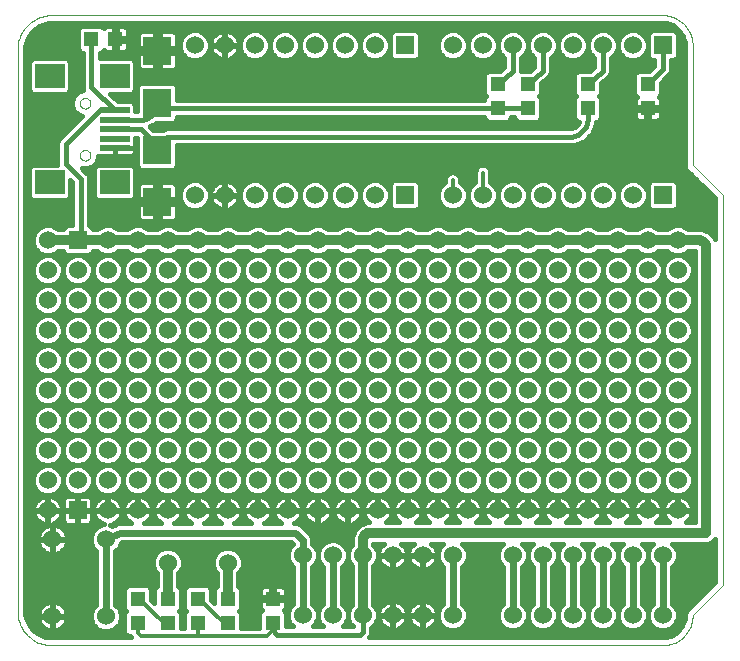
<source format=gtl>
G75*
G70*
%OFA0B0*%
%FSLAX24Y24*%
%IPPOS*%
%LPD*%
%AMOC8*
5,1,8,0,0,1.08239X$1,22.5*
%
%ADD10C,0.0000*%
%ADD11C,0.0600*%
%ADD12R,0.0600X0.0600*%
%ADD13R,0.0500X0.0500*%
%ADD14R,0.0984X0.0197*%
%ADD15R,0.0984X0.0787*%
%ADD16R,0.0945X0.0945*%
%ADD17C,0.0240*%
%ADD18C,0.0320*%
%ADD19C,0.0120*%
%ADD20C,0.0160*%
D10*
X001222Y000554D02*
X021722Y000554D01*
X021782Y000556D01*
X021843Y000561D01*
X021902Y000570D01*
X021961Y000583D01*
X022020Y000599D01*
X022077Y000619D01*
X022132Y000642D01*
X022187Y000669D01*
X022239Y000698D01*
X022290Y000731D01*
X022339Y000767D01*
X022385Y000805D01*
X022429Y000847D01*
X022471Y000891D01*
X022509Y000937D01*
X022545Y000986D01*
X022578Y001037D01*
X022607Y001089D01*
X022634Y001144D01*
X022657Y001199D01*
X022677Y001256D01*
X022693Y001315D01*
X022706Y001374D01*
X022715Y001433D01*
X022720Y001494D01*
X022722Y001554D01*
X023722Y002554D01*
X023722Y015554D01*
X022722Y016554D01*
X022722Y020554D01*
X022720Y020614D01*
X022715Y020675D01*
X022706Y020734D01*
X022693Y020793D01*
X022677Y020852D01*
X022657Y020909D01*
X022634Y020964D01*
X022607Y021019D01*
X022578Y021071D01*
X022545Y021122D01*
X022509Y021171D01*
X022471Y021217D01*
X022429Y021261D01*
X022385Y021303D01*
X022339Y021341D01*
X022290Y021377D01*
X022239Y021410D01*
X022187Y021439D01*
X022132Y021466D01*
X022077Y021489D01*
X022020Y021509D01*
X021961Y021525D01*
X021902Y021538D01*
X021843Y021547D01*
X021782Y021552D01*
X021722Y021554D01*
X001222Y021554D01*
X000222Y020554D02*
X000222Y001554D01*
X000221Y001554D02*
X000232Y001489D01*
X000247Y001425D01*
X000265Y001362D01*
X000287Y001299D01*
X000312Y001238D01*
X000341Y001179D01*
X000373Y001121D01*
X000408Y001065D01*
X000446Y001012D01*
X000487Y000960D01*
X000531Y000911D01*
X000578Y000864D01*
X000627Y000820D01*
X000679Y000779D01*
X000732Y000741D01*
X000788Y000706D01*
X000846Y000674D01*
X000905Y000645D01*
X000966Y000620D01*
X001029Y000598D01*
X001092Y000580D01*
X001156Y000565D01*
X001221Y000554D01*
X002295Y016888D02*
X002297Y016914D01*
X002303Y016940D01*
X002313Y016965D01*
X002326Y016988D01*
X002342Y017008D01*
X002362Y017026D01*
X002384Y017041D01*
X002407Y017053D01*
X002433Y017061D01*
X002459Y017065D01*
X002485Y017065D01*
X002511Y017061D01*
X002537Y017053D01*
X002561Y017041D01*
X002582Y017026D01*
X002602Y017008D01*
X002618Y016988D01*
X002631Y016965D01*
X002641Y016940D01*
X002647Y016914D01*
X002649Y016888D01*
X002647Y016862D01*
X002641Y016836D01*
X002631Y016811D01*
X002618Y016788D01*
X002602Y016768D01*
X002582Y016750D01*
X002560Y016735D01*
X002537Y016723D01*
X002511Y016715D01*
X002485Y016711D01*
X002459Y016711D01*
X002433Y016715D01*
X002407Y016723D01*
X002383Y016735D01*
X002362Y016750D01*
X002342Y016768D01*
X002326Y016788D01*
X002313Y016811D01*
X002303Y016836D01*
X002297Y016862D01*
X002295Y016888D01*
X002295Y018620D02*
X002297Y018646D01*
X002303Y018672D01*
X002313Y018697D01*
X002326Y018720D01*
X002342Y018740D01*
X002362Y018758D01*
X002384Y018773D01*
X002407Y018785D01*
X002433Y018793D01*
X002459Y018797D01*
X002485Y018797D01*
X002511Y018793D01*
X002537Y018785D01*
X002561Y018773D01*
X002582Y018758D01*
X002602Y018740D01*
X002618Y018720D01*
X002631Y018697D01*
X002641Y018672D01*
X002647Y018646D01*
X002649Y018620D01*
X002647Y018594D01*
X002641Y018568D01*
X002631Y018543D01*
X002618Y018520D01*
X002602Y018500D01*
X002582Y018482D01*
X002560Y018467D01*
X002537Y018455D01*
X002511Y018447D01*
X002485Y018443D01*
X002459Y018443D01*
X002433Y018447D01*
X002407Y018455D01*
X002383Y018467D01*
X002362Y018482D01*
X002342Y018500D01*
X002326Y018520D01*
X002313Y018543D01*
X002303Y018568D01*
X002297Y018594D01*
X002295Y018620D01*
X000221Y020555D02*
X000232Y020620D01*
X000247Y020684D01*
X000265Y020747D01*
X000287Y020810D01*
X000312Y020871D01*
X000341Y020930D01*
X000373Y020988D01*
X000408Y021044D01*
X000446Y021097D01*
X000487Y021149D01*
X000531Y021198D01*
X000578Y021245D01*
X000627Y021289D01*
X000679Y021330D01*
X000732Y021368D01*
X000788Y021403D01*
X000846Y021435D01*
X000905Y021464D01*
X000966Y021489D01*
X001029Y021511D01*
X001092Y021529D01*
X001156Y021544D01*
X001221Y021555D01*
D11*
X006122Y020554D03*
X007122Y020554D03*
X008122Y020554D03*
X009122Y020554D03*
X010122Y020554D03*
X011122Y020554D03*
X012122Y020554D03*
X014722Y020554D03*
X015722Y020554D03*
X016722Y020554D03*
X017722Y020554D03*
X018722Y020554D03*
X019722Y020554D03*
X020722Y020554D03*
X020722Y015554D03*
X019722Y015554D03*
X018722Y015554D03*
X017722Y015554D03*
X016722Y015554D03*
X015722Y015554D03*
X014722Y015554D03*
X015222Y014054D03*
X015222Y013054D03*
X015222Y012054D03*
X015222Y011054D03*
X015222Y010054D03*
X015222Y009054D03*
X015222Y008054D03*
X015222Y007054D03*
X015222Y006054D03*
X015222Y005054D03*
X016222Y005054D03*
X017222Y005054D03*
X018222Y005054D03*
X019222Y005054D03*
X020222Y005054D03*
X021222Y005054D03*
X022222Y005054D03*
X022222Y006054D03*
X021222Y006054D03*
X020222Y006054D03*
X019222Y006054D03*
X018222Y006054D03*
X017222Y006054D03*
X016222Y006054D03*
X016222Y007054D03*
X017222Y007054D03*
X018222Y007054D03*
X019222Y007054D03*
X020222Y007054D03*
X021222Y007054D03*
X022222Y007054D03*
X022222Y008054D03*
X021222Y008054D03*
X020222Y008054D03*
X019222Y008054D03*
X018222Y008054D03*
X017222Y008054D03*
X016222Y008054D03*
X016222Y009054D03*
X017222Y009054D03*
X018222Y009054D03*
X019222Y009054D03*
X020222Y009054D03*
X021222Y009054D03*
X022222Y009054D03*
X022222Y010054D03*
X021222Y010054D03*
X020222Y010054D03*
X019222Y010054D03*
X018222Y010054D03*
X017222Y010054D03*
X016222Y010054D03*
X016222Y011054D03*
X017222Y011054D03*
X018222Y011054D03*
X019222Y011054D03*
X020222Y011054D03*
X021222Y011054D03*
X022222Y011054D03*
X022222Y012054D03*
X021222Y012054D03*
X020222Y012054D03*
X019222Y012054D03*
X018222Y012054D03*
X017222Y012054D03*
X016222Y012054D03*
X016222Y013054D03*
X017222Y013054D03*
X018222Y013054D03*
X019222Y013054D03*
X020222Y013054D03*
X021222Y013054D03*
X022222Y013054D03*
X022222Y014054D03*
X021222Y014054D03*
X020222Y014054D03*
X019222Y014054D03*
X018222Y014054D03*
X017222Y014054D03*
X016222Y014054D03*
X014222Y014054D03*
X014222Y013054D03*
X014222Y012054D03*
X014222Y011054D03*
X014222Y010054D03*
X014222Y009054D03*
X014222Y008054D03*
X014222Y007054D03*
X014222Y006054D03*
X014222Y005054D03*
X013222Y005054D03*
X012222Y005054D03*
X011222Y005054D03*
X010222Y005054D03*
X009222Y005054D03*
X008222Y005054D03*
X007222Y005054D03*
X006222Y005054D03*
X005222Y005054D03*
X004222Y005054D03*
X003222Y005054D03*
X003162Y004084D03*
X001382Y004084D03*
X001222Y005054D03*
X001222Y006054D03*
X002222Y006054D03*
X002222Y007054D03*
X001222Y007054D03*
X001222Y008054D03*
X002222Y008054D03*
X002222Y009054D03*
X001222Y009054D03*
X001222Y010054D03*
X002222Y010054D03*
X002222Y011054D03*
X001222Y011054D03*
X001222Y012054D03*
X002222Y012054D03*
X002222Y013054D03*
X001222Y013054D03*
X001222Y014054D03*
X003222Y014054D03*
X003222Y013054D03*
X003222Y012054D03*
X003222Y011054D03*
X003222Y010054D03*
X003222Y009054D03*
X003222Y008054D03*
X003222Y007054D03*
X003222Y006054D03*
X004222Y006054D03*
X005222Y006054D03*
X006222Y006054D03*
X007222Y006054D03*
X008222Y006054D03*
X009222Y006054D03*
X010222Y006054D03*
X011222Y006054D03*
X012222Y006054D03*
X013222Y006054D03*
X013222Y007054D03*
X012222Y007054D03*
X011222Y007054D03*
X010222Y007054D03*
X009222Y007054D03*
X008222Y007054D03*
X007222Y007054D03*
X006222Y007054D03*
X005222Y007054D03*
X004222Y007054D03*
X004222Y008054D03*
X005222Y008054D03*
X006222Y008054D03*
X007222Y008054D03*
X008222Y008054D03*
X009222Y008054D03*
X010222Y008054D03*
X011222Y008054D03*
X012222Y008054D03*
X013222Y008054D03*
X013222Y009054D03*
X012222Y009054D03*
X011222Y009054D03*
X010222Y009054D03*
X009222Y009054D03*
X008222Y009054D03*
X007222Y009054D03*
X006222Y009054D03*
X005222Y009054D03*
X004222Y009054D03*
X004222Y010054D03*
X005222Y010054D03*
X006222Y010054D03*
X007222Y010054D03*
X008222Y010054D03*
X009222Y010054D03*
X010222Y010054D03*
X011222Y010054D03*
X012222Y010054D03*
X013222Y010054D03*
X013222Y011054D03*
X012222Y011054D03*
X011222Y011054D03*
X010222Y011054D03*
X009222Y011054D03*
X008222Y011054D03*
X007222Y011054D03*
X006222Y011054D03*
X005222Y011054D03*
X004222Y011054D03*
X004222Y012054D03*
X005222Y012054D03*
X006222Y012054D03*
X007222Y012054D03*
X008222Y012054D03*
X009222Y012054D03*
X010222Y012054D03*
X011222Y012054D03*
X012222Y012054D03*
X013222Y012054D03*
X013222Y013054D03*
X012222Y013054D03*
X011222Y013054D03*
X010222Y013054D03*
X009222Y013054D03*
X008222Y013054D03*
X007222Y013054D03*
X006222Y013054D03*
X005222Y013054D03*
X004222Y013054D03*
X004222Y014054D03*
X005222Y014054D03*
X006222Y014054D03*
X007222Y014054D03*
X008222Y014054D03*
X009222Y014054D03*
X010222Y014054D03*
X011222Y014054D03*
X012222Y014054D03*
X013222Y014054D03*
X012122Y015554D03*
X011122Y015554D03*
X010122Y015554D03*
X009122Y015554D03*
X008122Y015554D03*
X007122Y015554D03*
X006122Y015554D03*
X009722Y003554D03*
X010722Y003554D03*
X011722Y003554D03*
X012722Y003554D03*
X013722Y003554D03*
X014722Y003554D03*
X014722Y001554D03*
X013722Y001554D03*
X012722Y001554D03*
X011722Y001554D03*
X010722Y001554D03*
X009722Y001554D03*
X007222Y003304D03*
X005222Y003304D03*
X003162Y001524D03*
X001382Y001524D03*
X016722Y001554D03*
X017722Y001554D03*
X018722Y001554D03*
X019722Y001554D03*
X020722Y001554D03*
X021722Y001554D03*
X021722Y003554D03*
X020722Y003554D03*
X019722Y003554D03*
X018722Y003554D03*
X017722Y003554D03*
X016722Y003554D03*
D12*
X013122Y015554D03*
X013122Y020554D03*
X021722Y020554D03*
X021722Y015554D03*
X002222Y014054D03*
X002222Y005054D03*
D13*
X004222Y002104D03*
X004222Y001304D03*
X005222Y001304D03*
X005222Y002104D03*
X006222Y002104D03*
X006222Y001304D03*
X007222Y001304D03*
X007222Y002104D03*
X008722Y002104D03*
X008722Y001304D03*
X016222Y018454D03*
X016222Y019254D03*
X017222Y019254D03*
X017222Y018454D03*
X019222Y018454D03*
X019222Y019254D03*
X021222Y019254D03*
X021222Y018454D03*
X003472Y020754D03*
X002672Y020754D03*
D14*
X003456Y018384D03*
X003456Y018069D03*
X003456Y017754D03*
X003456Y017439D03*
X003456Y017124D03*
D15*
X003456Y015983D03*
X001291Y015983D03*
X001291Y019526D03*
X003456Y019526D03*
D16*
X004872Y020370D03*
X004872Y018638D03*
X004872Y017070D03*
X004872Y015338D03*
D17*
X003632Y004304D02*
X003162Y004084D01*
X003162Y001524D01*
X003632Y004304D02*
X009472Y004304D01*
X009722Y004054D01*
X009722Y003554D01*
X009722Y001554D01*
X009722Y003554D01*
X010722Y003554D02*
X010722Y001554D01*
X014722Y001554D02*
X014722Y003554D01*
X016722Y003554D02*
X016722Y001554D01*
X017722Y001554D02*
X017722Y003554D01*
X018722Y003554D02*
X018722Y001554D01*
X019722Y001554D02*
X019722Y003554D01*
X020722Y003554D02*
X020722Y001554D01*
X021722Y001554D02*
X021722Y003554D01*
D18*
X023172Y004304D02*
X011972Y004304D01*
X011942Y004302D01*
X011912Y004297D01*
X011883Y004288D01*
X011856Y004275D01*
X011830Y004260D01*
X011806Y004241D01*
X011785Y004220D01*
X011766Y004196D01*
X011751Y004170D01*
X011738Y004143D01*
X011729Y004114D01*
X011724Y004084D01*
X011722Y004054D01*
X011722Y003554D01*
X011722Y001554D01*
X007222Y002104D02*
X007222Y003304D01*
X005222Y003304D02*
X005222Y002104D01*
X005222Y014054D02*
X004222Y014054D01*
X003222Y014054D01*
X002222Y014054D01*
X001722Y014054D01*
X001222Y014054D01*
X005222Y014054D02*
X006222Y014054D01*
X007222Y014054D01*
X008222Y014054D01*
X009222Y014054D01*
X010222Y014054D01*
X011222Y014054D01*
X012222Y014054D01*
X022922Y014054D01*
X022952Y014052D01*
X022982Y014047D01*
X023011Y014038D01*
X023038Y014025D01*
X023064Y014010D01*
X023088Y013991D01*
X023109Y013970D01*
X023128Y013946D01*
X023143Y013920D01*
X023156Y013893D01*
X023165Y013864D01*
X023170Y013834D01*
X023172Y013804D01*
X023172Y004304D01*
X022222Y014054D02*
X021222Y014054D01*
X020222Y014054D01*
X019222Y014054D01*
X018222Y014054D01*
X017222Y014054D01*
X016222Y014054D01*
X015222Y014054D01*
X014222Y014054D01*
X013222Y014054D01*
X012222Y014054D01*
D19*
X014722Y015554D02*
X014722Y016054D01*
X015722Y016304D02*
X015722Y015554D01*
X006272Y002104D02*
X007022Y001354D01*
X007172Y001354D01*
X007222Y001304D01*
X006222Y001304D02*
X006222Y000904D01*
X006172Y000854D01*
X008522Y000854D01*
X008722Y001054D01*
X006272Y002104D02*
X006222Y002104D01*
X005222Y001304D02*
X005172Y001354D01*
X005022Y001354D01*
X004272Y002104D01*
X004222Y002104D01*
X004222Y001304D02*
X004222Y000954D01*
X004322Y000854D01*
X006172Y000854D01*
X001722Y014054D02*
X001822Y014154D01*
X001322Y014154D02*
X001222Y014054D01*
D20*
X000739Y001071D02*
X000926Y000928D01*
X001143Y000836D01*
X001246Y000814D01*
X003998Y000814D01*
X003982Y000854D01*
X003889Y000854D01*
X003772Y000971D01*
X003772Y001637D01*
X003839Y001704D01*
X003772Y001771D01*
X003772Y002437D01*
X003889Y002554D01*
X004555Y002554D01*
X004672Y002437D01*
X004672Y002072D01*
X004772Y001972D01*
X004772Y002437D01*
X004862Y002527D01*
X004862Y002957D01*
X004798Y003021D01*
X004722Y003205D01*
X004722Y003404D01*
X004798Y003588D01*
X004939Y003728D01*
X005122Y003804D01*
X005321Y003804D01*
X005505Y003728D01*
X005646Y003588D01*
X005722Y003404D01*
X005722Y003205D01*
X005646Y003021D01*
X005582Y002957D01*
X005582Y002527D01*
X005672Y002437D01*
X005672Y001771D01*
X005605Y001704D01*
X005672Y001637D01*
X005672Y001114D01*
X005772Y001114D01*
X005772Y001637D01*
X005839Y001704D01*
X005772Y001771D01*
X005772Y002437D01*
X005889Y002554D01*
X006555Y002554D01*
X006672Y002437D01*
X006672Y002072D01*
X006772Y001972D01*
X006772Y002437D01*
X006862Y002527D01*
X006862Y002957D01*
X006798Y003021D01*
X006722Y003205D01*
X006722Y003404D01*
X006798Y003588D01*
X006939Y003728D01*
X007122Y003804D01*
X007321Y003804D01*
X007505Y003728D01*
X007646Y003588D01*
X007722Y003404D01*
X007722Y003205D01*
X007646Y003021D01*
X007582Y002957D01*
X007582Y002527D01*
X007672Y002437D01*
X007672Y001771D01*
X007605Y001704D01*
X007672Y001637D01*
X007672Y001114D01*
X008272Y001114D01*
X008272Y001637D01*
X008353Y001718D01*
X008292Y001780D01*
X008292Y002059D01*
X008676Y002059D01*
X008676Y002149D01*
X008292Y002149D01*
X008292Y002429D01*
X008397Y002534D01*
X008677Y002534D01*
X008677Y002150D01*
X008767Y002150D01*
X008767Y002534D01*
X009046Y002534D01*
X009152Y002429D01*
X009152Y002149D01*
X008767Y002149D01*
X008767Y002059D01*
X009152Y002059D01*
X009152Y001780D01*
X009090Y001718D01*
X009172Y001637D01*
X009172Y001184D01*
X009385Y001184D01*
X009298Y001271D01*
X009222Y001455D01*
X009222Y001654D01*
X009298Y001838D01*
X009402Y001941D01*
X009402Y003167D01*
X009298Y003271D01*
X009222Y003455D01*
X009222Y003654D01*
X009298Y003838D01*
X009392Y003932D01*
X009339Y003984D01*
X003703Y003984D01*
X003651Y003960D01*
X003586Y003801D01*
X003482Y003697D01*
X003482Y001911D01*
X003586Y001808D01*
X003662Y001624D01*
X003662Y001425D01*
X003586Y001241D01*
X003445Y001100D01*
X003261Y001024D01*
X003062Y001024D01*
X002879Y001100D01*
X002738Y001241D01*
X002662Y001425D01*
X002662Y001624D01*
X002738Y001808D01*
X002842Y001911D01*
X002842Y003697D01*
X002738Y003801D01*
X002662Y003985D01*
X002662Y004184D01*
X002738Y004368D01*
X002879Y004508D01*
X003062Y004584D01*
X003102Y004584D01*
X002950Y004647D01*
X002815Y004782D01*
X002742Y004959D01*
X002742Y005034D01*
X003201Y005034D01*
X003201Y005074D01*
X002742Y005074D01*
X002742Y005150D01*
X002815Y005326D01*
X002950Y005461D01*
X003126Y005534D01*
X003202Y005534D01*
X003202Y005075D01*
X003242Y005075D01*
X003242Y005534D01*
X003317Y005534D01*
X003494Y005461D01*
X003629Y005326D01*
X003702Y005150D01*
X003702Y005074D01*
X003242Y005074D01*
X003242Y005034D01*
X003702Y005034D01*
X003702Y004959D01*
X003629Y004782D01*
X003494Y004647D01*
X003317Y004574D01*
X003285Y004574D01*
X003375Y004537D01*
X003445Y004570D01*
X003450Y004576D01*
X003503Y004597D01*
X003554Y004621D01*
X003561Y004621D01*
X003568Y004624D01*
X003624Y004624D01*
X003681Y004627D01*
X003688Y004624D01*
X004006Y004624D01*
X003950Y004647D01*
X003815Y004782D01*
X003742Y004959D01*
X003742Y005034D01*
X004201Y005034D01*
X004201Y005074D01*
X003742Y005074D01*
X003742Y005150D01*
X003815Y005326D01*
X003950Y005461D01*
X004126Y005534D01*
X004202Y005534D01*
X004202Y005075D01*
X004242Y005075D01*
X004242Y005534D01*
X004317Y005534D01*
X004494Y005461D01*
X004629Y005326D01*
X004702Y005150D01*
X004702Y005074D01*
X004242Y005074D01*
X004242Y005034D01*
X004702Y005034D01*
X004702Y004959D01*
X004629Y004782D01*
X004494Y004647D01*
X004438Y004624D01*
X005006Y004624D01*
X004950Y004647D01*
X004815Y004782D01*
X004742Y004959D01*
X004742Y005034D01*
X005201Y005034D01*
X005201Y005074D01*
X004742Y005074D01*
X004742Y005150D01*
X004815Y005326D01*
X004950Y005461D01*
X005126Y005534D01*
X005202Y005534D01*
X005202Y005075D01*
X005242Y005075D01*
X005242Y005534D01*
X005317Y005534D01*
X005494Y005461D01*
X005629Y005326D01*
X005702Y005150D01*
X005702Y005074D01*
X005242Y005074D01*
X005242Y005034D01*
X005702Y005034D01*
X005702Y004959D01*
X005629Y004782D01*
X005494Y004647D01*
X005438Y004624D01*
X006006Y004624D01*
X005950Y004647D01*
X005815Y004782D01*
X005742Y004959D01*
X005742Y005034D01*
X006201Y005034D01*
X006201Y005074D01*
X005742Y005074D01*
X005742Y005150D01*
X005815Y005326D01*
X005950Y005461D01*
X006126Y005534D01*
X006202Y005534D01*
X006202Y005075D01*
X006242Y005075D01*
X006242Y005534D01*
X006317Y005534D01*
X006494Y005461D01*
X006629Y005326D01*
X006702Y005150D01*
X006702Y005074D01*
X006242Y005074D01*
X006242Y005034D01*
X006702Y005034D01*
X006702Y004959D01*
X006629Y004782D01*
X006494Y004647D01*
X006438Y004624D01*
X007006Y004624D01*
X006950Y004647D01*
X006815Y004782D01*
X006742Y004959D01*
X006742Y005034D01*
X007201Y005034D01*
X007201Y005074D01*
X006742Y005074D01*
X006742Y005150D01*
X006815Y005326D01*
X006950Y005461D01*
X007126Y005534D01*
X007202Y005534D01*
X007202Y005075D01*
X007242Y005075D01*
X007242Y005534D01*
X007317Y005534D01*
X007494Y005461D01*
X007629Y005326D01*
X007702Y005150D01*
X007702Y005074D01*
X007242Y005074D01*
X007242Y005034D01*
X007702Y005034D01*
X007702Y004959D01*
X007629Y004782D01*
X007494Y004647D01*
X007438Y004624D01*
X008006Y004624D01*
X007950Y004647D01*
X007815Y004782D01*
X007742Y004959D01*
X007742Y005034D01*
X008201Y005034D01*
X008201Y005074D01*
X007742Y005074D01*
X007742Y005150D01*
X007815Y005326D01*
X007950Y005461D01*
X008126Y005534D01*
X008202Y005534D01*
X008202Y005075D01*
X008242Y005075D01*
X008242Y005534D01*
X008317Y005534D01*
X008494Y005461D01*
X008629Y005326D01*
X008702Y005150D01*
X008702Y005074D01*
X008242Y005074D01*
X008242Y005034D01*
X008702Y005034D01*
X008702Y004959D01*
X008629Y004782D01*
X008494Y004647D01*
X008438Y004624D01*
X009006Y004624D01*
X008950Y004647D01*
X008815Y004782D01*
X008742Y004959D01*
X008742Y005034D01*
X009201Y005034D01*
X009201Y005074D01*
X008742Y005074D01*
X008742Y005150D01*
X008815Y005326D01*
X008950Y005461D01*
X009126Y005534D01*
X009202Y005534D01*
X009202Y005075D01*
X009242Y005075D01*
X009242Y005534D01*
X009317Y005534D01*
X009494Y005461D01*
X009629Y005326D01*
X009702Y005150D01*
X009702Y005074D01*
X009242Y005074D01*
X009242Y005034D01*
X009702Y005034D01*
X009702Y004959D01*
X009629Y004782D01*
X009494Y004647D01*
X009438Y004624D01*
X009535Y004624D01*
X009653Y004576D01*
X009743Y004486D01*
X009743Y004486D01*
X009993Y004236D01*
X010042Y004118D01*
X010042Y003991D01*
X010042Y003941D01*
X010146Y003838D01*
X010222Y003654D01*
X010222Y003455D01*
X010222Y003654D01*
X010298Y003838D01*
X010439Y003978D01*
X010622Y004054D01*
X010821Y004054D01*
X011005Y003978D01*
X011146Y003838D01*
X011222Y003654D01*
X011222Y003455D01*
X011222Y003654D01*
X011298Y003838D01*
X011362Y003901D01*
X011362Y004126D01*
X011362Y004126D01*
X011362Y004176D01*
X011362Y004176D01*
X011455Y004400D01*
X011455Y004400D01*
X011626Y004571D01*
X011626Y004571D01*
X011850Y004664D01*
X011850Y004664D01*
X011900Y004664D01*
X011900Y004664D01*
X011933Y004664D01*
X011815Y004782D01*
X011742Y004959D01*
X011742Y005034D01*
X012201Y005034D01*
X012201Y005074D01*
X011742Y005074D01*
X011742Y005150D01*
X011815Y005326D01*
X011950Y005461D01*
X012126Y005534D01*
X012202Y005534D01*
X012202Y005075D01*
X012242Y005075D01*
X012242Y005534D01*
X012317Y005534D01*
X012494Y005461D01*
X012629Y005326D01*
X012702Y005150D01*
X012702Y005074D01*
X012242Y005074D01*
X012242Y005034D01*
X012702Y005034D01*
X012702Y004959D01*
X012629Y004782D01*
X012510Y004664D01*
X012933Y004664D01*
X012815Y004782D01*
X012742Y004959D01*
X012742Y005034D01*
X013201Y005034D01*
X013201Y005074D01*
X012742Y005074D01*
X012742Y005150D01*
X012815Y005326D01*
X012950Y005461D01*
X013126Y005534D01*
X013202Y005534D01*
X013202Y005075D01*
X013242Y005075D01*
X013242Y005534D01*
X013317Y005534D01*
X013494Y005461D01*
X013629Y005326D01*
X013702Y005150D01*
X013702Y005074D01*
X013242Y005074D01*
X013242Y005034D01*
X013702Y005034D01*
X013702Y004959D01*
X013629Y004782D01*
X013510Y004664D01*
X013933Y004664D01*
X013815Y004782D01*
X013742Y004959D01*
X013742Y005034D01*
X014201Y005034D01*
X014201Y005074D01*
X013742Y005074D01*
X013742Y005150D01*
X013815Y005326D01*
X013950Y005461D01*
X014126Y005534D01*
X014202Y005534D01*
X014202Y005075D01*
X014242Y005075D01*
X014242Y005534D01*
X014317Y005534D01*
X014494Y005461D01*
X014629Y005326D01*
X014702Y005150D01*
X014702Y005074D01*
X014242Y005074D01*
X014242Y005034D01*
X014702Y005034D01*
X014702Y004959D01*
X014629Y004782D01*
X014510Y004664D01*
X014933Y004664D01*
X014815Y004782D01*
X014742Y004959D01*
X014742Y005034D01*
X015201Y005034D01*
X015201Y005074D01*
X014742Y005074D01*
X014742Y005150D01*
X014815Y005326D01*
X014950Y005461D01*
X015126Y005534D01*
X015202Y005534D01*
X015202Y005075D01*
X015242Y005075D01*
X015242Y005534D01*
X015317Y005534D01*
X015494Y005461D01*
X015629Y005326D01*
X015702Y005150D01*
X015702Y005074D01*
X015242Y005074D01*
X015242Y005034D01*
X015702Y005034D01*
X015702Y004959D01*
X015629Y004782D01*
X015510Y004664D01*
X015933Y004664D01*
X015815Y004782D01*
X015742Y004959D01*
X015742Y005034D01*
X016201Y005034D01*
X016201Y005074D01*
X015742Y005074D01*
X015742Y005150D01*
X015815Y005326D01*
X015950Y005461D01*
X016126Y005534D01*
X016202Y005534D01*
X016202Y005075D01*
X016242Y005075D01*
X016242Y005534D01*
X016317Y005534D01*
X016494Y005461D01*
X016629Y005326D01*
X016702Y005150D01*
X016702Y005074D01*
X016242Y005074D01*
X016242Y005034D01*
X016702Y005034D01*
X016702Y004959D01*
X016629Y004782D01*
X016510Y004664D01*
X016933Y004664D01*
X016815Y004782D01*
X016742Y004959D01*
X016742Y005034D01*
X017201Y005034D01*
X017201Y005074D01*
X016742Y005074D01*
X016742Y005150D01*
X016815Y005326D01*
X016950Y005461D01*
X017126Y005534D01*
X017202Y005534D01*
X017202Y005075D01*
X017242Y005075D01*
X017242Y005534D01*
X017317Y005534D01*
X017494Y005461D01*
X017629Y005326D01*
X017702Y005150D01*
X017702Y005074D01*
X017242Y005074D01*
X017242Y005034D01*
X017702Y005034D01*
X017702Y004959D01*
X017629Y004782D01*
X017510Y004664D01*
X017933Y004664D01*
X017815Y004782D01*
X017742Y004959D01*
X017742Y005034D01*
X018201Y005034D01*
X018201Y005074D01*
X017742Y005074D01*
X017742Y005150D01*
X017815Y005326D01*
X017950Y005461D01*
X018126Y005534D01*
X018202Y005534D01*
X018202Y005075D01*
X018242Y005075D01*
X018242Y005534D01*
X018317Y005534D01*
X018494Y005461D01*
X018629Y005326D01*
X018702Y005150D01*
X018702Y005074D01*
X018242Y005074D01*
X018242Y005034D01*
X018702Y005034D01*
X018702Y004959D01*
X018629Y004782D01*
X018510Y004664D01*
X018933Y004664D01*
X018815Y004782D01*
X018742Y004959D01*
X018742Y005034D01*
X019201Y005034D01*
X019201Y005074D01*
X018742Y005074D01*
X018742Y005150D01*
X018815Y005326D01*
X018950Y005461D01*
X019126Y005534D01*
X019202Y005534D01*
X019202Y005075D01*
X019242Y005075D01*
X019242Y005534D01*
X019317Y005534D01*
X019494Y005461D01*
X019629Y005326D01*
X019702Y005150D01*
X019702Y005074D01*
X019242Y005074D01*
X019242Y005034D01*
X019702Y005034D01*
X019702Y004959D01*
X019629Y004782D01*
X019510Y004664D01*
X019933Y004664D01*
X019815Y004782D01*
X019742Y004959D01*
X019742Y005034D01*
X020201Y005034D01*
X020201Y005074D01*
X019742Y005074D01*
X019742Y005150D01*
X019815Y005326D01*
X019950Y005461D01*
X020126Y005534D01*
X020202Y005534D01*
X020202Y005075D01*
X020242Y005075D01*
X020242Y005534D01*
X020317Y005534D01*
X020494Y005461D01*
X020629Y005326D01*
X020702Y005150D01*
X020702Y005074D01*
X020242Y005074D01*
X020242Y005034D01*
X020702Y005034D01*
X020702Y004959D01*
X020629Y004782D01*
X020510Y004664D01*
X020933Y004664D01*
X020815Y004782D01*
X020742Y004959D01*
X020742Y005034D01*
X021201Y005034D01*
X021201Y005074D01*
X020742Y005074D01*
X020742Y005150D01*
X020815Y005326D01*
X020950Y005461D01*
X021126Y005534D01*
X021202Y005534D01*
X021202Y005075D01*
X021242Y005075D01*
X021242Y005534D01*
X021317Y005534D01*
X021494Y005461D01*
X021629Y005326D01*
X021702Y005150D01*
X021702Y005074D01*
X021242Y005074D01*
X021242Y005034D01*
X021702Y005034D01*
X021702Y004959D01*
X021629Y004782D01*
X021510Y004664D01*
X021933Y004664D01*
X021815Y004782D01*
X021742Y004959D01*
X021742Y005034D01*
X022201Y005034D01*
X022201Y005074D01*
X021742Y005074D01*
X021742Y005150D01*
X021815Y005326D01*
X021950Y005461D01*
X022126Y005534D01*
X022202Y005534D01*
X022202Y005075D01*
X022242Y005075D01*
X022242Y005534D01*
X022317Y005534D01*
X022494Y005461D01*
X022629Y005326D01*
X022702Y005150D01*
X022702Y005074D01*
X022242Y005074D01*
X022242Y005034D01*
X022702Y005034D01*
X022702Y004959D01*
X022629Y004782D01*
X022510Y004664D01*
X022812Y004664D01*
X022812Y013694D01*
X022569Y013694D01*
X022505Y013630D01*
X022321Y013554D01*
X022122Y013554D01*
X021939Y013478D01*
X021798Y013338D01*
X021722Y013154D01*
X021722Y012955D01*
X021646Y012771D01*
X021505Y012630D01*
X021321Y012554D01*
X021122Y012554D01*
X020939Y012478D01*
X020798Y012338D01*
X020722Y012154D01*
X020722Y011955D01*
X020646Y011771D01*
X020505Y011630D01*
X020321Y011554D01*
X020122Y011554D01*
X019939Y011478D01*
X019798Y011338D01*
X019722Y011154D01*
X019722Y010955D01*
X019798Y010771D01*
X019939Y010630D01*
X020122Y010554D01*
X019939Y010478D01*
X019798Y010338D01*
X019722Y010154D01*
X019722Y009955D01*
X019798Y009771D01*
X019939Y009630D01*
X020122Y009554D01*
X019939Y009478D01*
X019798Y009338D01*
X019722Y009154D01*
X019722Y008955D01*
X019798Y008771D01*
X019939Y008630D01*
X020122Y008554D01*
X019939Y008478D01*
X019798Y008338D01*
X019722Y008154D01*
X019722Y007955D01*
X019798Y007771D01*
X019939Y007630D01*
X020122Y007554D01*
X019939Y007478D01*
X019798Y007338D01*
X019722Y007154D01*
X019722Y006955D01*
X019798Y006771D01*
X019939Y006630D01*
X020122Y006554D01*
X019939Y006478D01*
X019798Y006338D01*
X019722Y006154D01*
X019722Y005955D01*
X019798Y005771D01*
X019939Y005630D01*
X020122Y005554D01*
X020321Y005554D01*
X020505Y005630D01*
X020646Y005771D01*
X020722Y005955D01*
X020722Y006154D01*
X020722Y005955D01*
X020798Y005771D01*
X020939Y005630D01*
X021122Y005554D01*
X021321Y005554D01*
X021505Y005630D01*
X021646Y005771D01*
X021722Y005955D01*
X021722Y006154D01*
X021722Y005955D01*
X021798Y005771D01*
X021939Y005630D01*
X022122Y005554D01*
X022321Y005554D01*
X022505Y005630D01*
X022646Y005771D01*
X022722Y005955D01*
X022722Y006154D01*
X022646Y006338D01*
X022505Y006478D01*
X022321Y006554D01*
X022122Y006554D01*
X021939Y006478D01*
X021798Y006338D01*
X021722Y006154D01*
X021646Y006338D01*
X021505Y006478D01*
X021321Y006554D01*
X021122Y006554D01*
X020939Y006478D01*
X020798Y006338D01*
X020722Y006154D01*
X020646Y006338D01*
X020505Y006478D01*
X020321Y006554D01*
X020122Y006554D01*
X020321Y006554D01*
X020505Y006630D01*
X020646Y006771D01*
X020722Y006955D01*
X020722Y007154D01*
X020722Y006955D01*
X020798Y006771D01*
X020939Y006630D01*
X021122Y006554D01*
X021321Y006554D01*
X021505Y006630D01*
X021646Y006771D01*
X021722Y006955D01*
X021722Y007154D01*
X021722Y006955D01*
X021798Y006771D01*
X021939Y006630D01*
X022122Y006554D01*
X022321Y006554D01*
X022505Y006630D01*
X022646Y006771D01*
X022722Y006955D01*
X022722Y007154D01*
X022646Y007338D01*
X022505Y007478D01*
X022321Y007554D01*
X022122Y007554D01*
X021939Y007478D01*
X021798Y007338D01*
X021722Y007154D01*
X021646Y007338D01*
X021505Y007478D01*
X021321Y007554D01*
X021122Y007554D01*
X020939Y007478D01*
X020798Y007338D01*
X020722Y007154D01*
X020646Y007338D01*
X020505Y007478D01*
X020321Y007554D01*
X020122Y007554D01*
X020321Y007554D01*
X020505Y007630D01*
X020646Y007771D01*
X020722Y007955D01*
X020722Y008154D01*
X020722Y007955D01*
X020798Y007771D01*
X020939Y007630D01*
X021122Y007554D01*
X021321Y007554D01*
X021505Y007630D01*
X021646Y007771D01*
X021722Y007955D01*
X021722Y008154D01*
X021722Y007955D01*
X021798Y007771D01*
X021939Y007630D01*
X022122Y007554D01*
X022321Y007554D01*
X022505Y007630D01*
X022646Y007771D01*
X022722Y007955D01*
X022722Y008154D01*
X022646Y008338D01*
X022505Y008478D01*
X022321Y008554D01*
X022122Y008554D01*
X021939Y008478D01*
X021798Y008338D01*
X021722Y008154D01*
X021646Y008338D01*
X021505Y008478D01*
X021321Y008554D01*
X021122Y008554D01*
X020939Y008478D01*
X020798Y008338D01*
X020722Y008154D01*
X020646Y008338D01*
X020505Y008478D01*
X020321Y008554D01*
X020122Y008554D01*
X020321Y008554D01*
X020505Y008630D01*
X020646Y008771D01*
X020722Y008955D01*
X020722Y009154D01*
X020722Y008955D01*
X020798Y008771D01*
X020939Y008630D01*
X021122Y008554D01*
X021321Y008554D01*
X021505Y008630D01*
X021646Y008771D01*
X021722Y008955D01*
X021722Y009154D01*
X021722Y008955D01*
X021798Y008771D01*
X021939Y008630D01*
X022122Y008554D01*
X022321Y008554D01*
X022505Y008630D01*
X022646Y008771D01*
X022722Y008955D01*
X022722Y009154D01*
X022646Y009338D01*
X022505Y009478D01*
X022321Y009554D01*
X022122Y009554D01*
X021939Y009478D01*
X021798Y009338D01*
X021722Y009154D01*
X021646Y009338D01*
X021505Y009478D01*
X021321Y009554D01*
X021122Y009554D01*
X020939Y009478D01*
X020798Y009338D01*
X020722Y009154D01*
X020646Y009338D01*
X020505Y009478D01*
X020321Y009554D01*
X020122Y009554D01*
X020321Y009554D01*
X020505Y009630D01*
X020646Y009771D01*
X020722Y009955D01*
X020722Y010154D01*
X020722Y009955D01*
X020798Y009771D01*
X020939Y009630D01*
X021122Y009554D01*
X021321Y009554D01*
X021505Y009630D01*
X021646Y009771D01*
X021722Y009955D01*
X021722Y010154D01*
X021722Y009955D01*
X021798Y009771D01*
X021939Y009630D01*
X022122Y009554D01*
X022321Y009554D01*
X022505Y009630D01*
X022646Y009771D01*
X022722Y009955D01*
X022722Y010154D01*
X022646Y010338D01*
X022505Y010478D01*
X022321Y010554D01*
X022122Y010554D01*
X021939Y010478D01*
X021798Y010338D01*
X021722Y010154D01*
X021646Y010338D01*
X021505Y010478D01*
X021321Y010554D01*
X021122Y010554D01*
X020939Y010478D01*
X020798Y010338D01*
X020722Y010154D01*
X020646Y010338D01*
X020505Y010478D01*
X020321Y010554D01*
X020122Y010554D01*
X020321Y010554D01*
X020505Y010630D01*
X020646Y010771D01*
X020722Y010955D01*
X020722Y011154D01*
X020722Y010955D01*
X020798Y010771D01*
X020939Y010630D01*
X021122Y010554D01*
X021321Y010554D01*
X021505Y010630D01*
X021646Y010771D01*
X021722Y010955D01*
X021722Y011154D01*
X021722Y010955D01*
X021798Y010771D01*
X021939Y010630D01*
X022122Y010554D01*
X022321Y010554D01*
X022505Y010630D01*
X022646Y010771D01*
X022722Y010955D01*
X022722Y011154D01*
X022646Y011338D01*
X022505Y011478D01*
X022321Y011554D01*
X022122Y011554D01*
X021939Y011478D01*
X021798Y011338D01*
X021722Y011154D01*
X021646Y011338D01*
X021505Y011478D01*
X021321Y011554D01*
X021122Y011554D01*
X020939Y011478D01*
X020798Y011338D01*
X020722Y011154D01*
X020646Y011338D01*
X020505Y011478D01*
X020321Y011554D01*
X020122Y011554D01*
X019939Y011630D01*
X019798Y011771D01*
X019722Y011955D01*
X019722Y012154D01*
X019798Y012338D01*
X019939Y012478D01*
X020122Y012554D01*
X020321Y012554D01*
X020505Y012478D01*
X020646Y012338D01*
X020722Y012154D01*
X020722Y011955D01*
X020798Y011771D01*
X020939Y011630D01*
X021122Y011554D01*
X021321Y011554D01*
X021505Y011630D01*
X021646Y011771D01*
X021722Y011955D01*
X021722Y012154D01*
X021722Y011955D01*
X021798Y011771D01*
X021939Y011630D01*
X022122Y011554D01*
X022321Y011554D01*
X022505Y011630D01*
X022646Y011771D01*
X022722Y011955D01*
X022722Y012154D01*
X022646Y012338D01*
X022505Y012478D01*
X022321Y012554D01*
X022122Y012554D01*
X021939Y012478D01*
X021798Y012338D01*
X021722Y012154D01*
X021646Y012338D01*
X021505Y012478D01*
X021321Y012554D01*
X021122Y012554D01*
X020939Y012630D01*
X020798Y012771D01*
X020722Y012955D01*
X020646Y012771D01*
X020505Y012630D01*
X020321Y012554D01*
X020122Y012554D01*
X019939Y012630D01*
X019798Y012771D01*
X019722Y012955D01*
X019722Y013154D01*
X019798Y013338D01*
X019939Y013478D01*
X020122Y013554D01*
X020321Y013554D01*
X020505Y013478D01*
X020646Y013338D01*
X020722Y013154D01*
X020722Y012955D01*
X020722Y013154D01*
X020798Y013338D01*
X020939Y013478D01*
X021122Y013554D01*
X021321Y013554D01*
X021505Y013478D01*
X021646Y013338D01*
X021722Y013154D01*
X021722Y012955D01*
X021798Y012771D01*
X021939Y012630D01*
X022122Y012554D01*
X022321Y012554D01*
X022505Y012630D01*
X022646Y012771D01*
X022722Y012955D01*
X022722Y013154D01*
X022646Y013338D01*
X022505Y013478D01*
X022321Y013554D01*
X022122Y013554D01*
X021939Y013630D01*
X021875Y013694D01*
X021569Y013694D01*
X021505Y013630D01*
X021321Y013554D01*
X021122Y013554D01*
X020939Y013630D01*
X020875Y013694D01*
X020569Y013694D01*
X020505Y013630D01*
X020321Y013554D01*
X020122Y013554D01*
X019939Y013630D01*
X019875Y013694D01*
X019569Y013694D01*
X019505Y013630D01*
X019321Y013554D01*
X019122Y013554D01*
X018939Y013478D01*
X018798Y013338D01*
X018722Y013154D01*
X018722Y012955D01*
X018798Y012771D01*
X018939Y012630D01*
X019122Y012554D01*
X018939Y012478D01*
X018798Y012338D01*
X018722Y012154D01*
X018722Y011955D01*
X018798Y011771D01*
X018939Y011630D01*
X019122Y011554D01*
X018939Y011478D01*
X018798Y011338D01*
X018722Y011154D01*
X018722Y010955D01*
X018798Y010771D01*
X018939Y010630D01*
X019122Y010554D01*
X018939Y010478D01*
X018798Y010338D01*
X018722Y010154D01*
X018722Y009955D01*
X018798Y009771D01*
X018939Y009630D01*
X019122Y009554D01*
X018939Y009478D01*
X018798Y009338D01*
X018722Y009154D01*
X018722Y008955D01*
X018798Y008771D01*
X018939Y008630D01*
X019122Y008554D01*
X018939Y008478D01*
X018798Y008338D01*
X018722Y008154D01*
X018722Y007955D01*
X018798Y007771D01*
X018939Y007630D01*
X019122Y007554D01*
X018939Y007478D01*
X018798Y007338D01*
X018722Y007154D01*
X018722Y006955D01*
X018798Y006771D01*
X018939Y006630D01*
X019122Y006554D01*
X018939Y006478D01*
X018798Y006338D01*
X018722Y006154D01*
X018722Y005955D01*
X018798Y005771D01*
X018939Y005630D01*
X019122Y005554D01*
X019321Y005554D01*
X019505Y005630D01*
X019646Y005771D01*
X019722Y005955D01*
X019722Y006154D01*
X019646Y006338D01*
X019505Y006478D01*
X019321Y006554D01*
X019122Y006554D01*
X019321Y006554D01*
X019505Y006630D01*
X019646Y006771D01*
X019722Y006955D01*
X019722Y007154D01*
X019646Y007338D01*
X019505Y007478D01*
X019321Y007554D01*
X019122Y007554D01*
X019321Y007554D01*
X019505Y007630D01*
X019646Y007771D01*
X019722Y007955D01*
X019722Y008154D01*
X019646Y008338D01*
X019505Y008478D01*
X019321Y008554D01*
X019122Y008554D01*
X019321Y008554D01*
X019505Y008630D01*
X019646Y008771D01*
X019722Y008955D01*
X019722Y009154D01*
X019646Y009338D01*
X019505Y009478D01*
X019321Y009554D01*
X019122Y009554D01*
X019321Y009554D01*
X019505Y009630D01*
X019646Y009771D01*
X019722Y009955D01*
X019722Y010154D01*
X019646Y010338D01*
X019505Y010478D01*
X019321Y010554D01*
X019122Y010554D01*
X019321Y010554D01*
X019505Y010630D01*
X019646Y010771D01*
X019722Y010955D01*
X019722Y011154D01*
X019646Y011338D01*
X019505Y011478D01*
X019321Y011554D01*
X019122Y011554D01*
X019321Y011554D01*
X019505Y011630D01*
X019646Y011771D01*
X019722Y011955D01*
X019722Y012154D01*
X019646Y012338D01*
X019505Y012478D01*
X019321Y012554D01*
X019122Y012554D01*
X019321Y012554D01*
X019505Y012630D01*
X019646Y012771D01*
X019722Y012955D01*
X019722Y013154D01*
X019646Y013338D01*
X019505Y013478D01*
X019321Y013554D01*
X019122Y013554D01*
X018939Y013630D01*
X018875Y013694D01*
X018569Y013694D01*
X018505Y013630D01*
X018321Y013554D01*
X018122Y013554D01*
X017939Y013478D01*
X017798Y013338D01*
X017722Y013154D01*
X017722Y012955D01*
X017798Y012771D01*
X017939Y012630D01*
X018122Y012554D01*
X017939Y012478D01*
X017798Y012338D01*
X017722Y012154D01*
X017722Y011955D01*
X017798Y011771D01*
X017939Y011630D01*
X018122Y011554D01*
X017939Y011478D01*
X017798Y011338D01*
X017722Y011154D01*
X017722Y010955D01*
X017798Y010771D01*
X017939Y010630D01*
X018122Y010554D01*
X017939Y010478D01*
X017798Y010338D01*
X017722Y010154D01*
X017722Y009955D01*
X017798Y009771D01*
X017939Y009630D01*
X018122Y009554D01*
X017939Y009478D01*
X017798Y009338D01*
X017722Y009154D01*
X017722Y008955D01*
X017798Y008771D01*
X017939Y008630D01*
X018122Y008554D01*
X017939Y008478D01*
X017798Y008338D01*
X017722Y008154D01*
X017722Y007955D01*
X017798Y007771D01*
X017939Y007630D01*
X018122Y007554D01*
X017939Y007478D01*
X017798Y007338D01*
X017722Y007154D01*
X017722Y006955D01*
X017798Y006771D01*
X017939Y006630D01*
X018122Y006554D01*
X017939Y006478D01*
X017798Y006338D01*
X017722Y006154D01*
X017722Y005955D01*
X017798Y005771D01*
X017939Y005630D01*
X018122Y005554D01*
X018321Y005554D01*
X018505Y005630D01*
X018646Y005771D01*
X018722Y005955D01*
X018722Y006154D01*
X018646Y006338D01*
X018505Y006478D01*
X018321Y006554D01*
X018122Y006554D01*
X018321Y006554D01*
X018505Y006630D01*
X018646Y006771D01*
X018722Y006955D01*
X018722Y007154D01*
X018646Y007338D01*
X018505Y007478D01*
X018321Y007554D01*
X018122Y007554D01*
X018321Y007554D01*
X018505Y007630D01*
X018646Y007771D01*
X018722Y007955D01*
X018722Y008154D01*
X018646Y008338D01*
X018505Y008478D01*
X018321Y008554D01*
X018122Y008554D01*
X018321Y008554D01*
X018505Y008630D01*
X018646Y008771D01*
X018722Y008955D01*
X018722Y009154D01*
X018646Y009338D01*
X018505Y009478D01*
X018321Y009554D01*
X018122Y009554D01*
X018321Y009554D01*
X018505Y009630D01*
X018646Y009771D01*
X018722Y009955D01*
X018722Y010154D01*
X018646Y010338D01*
X018505Y010478D01*
X018321Y010554D01*
X018122Y010554D01*
X018321Y010554D01*
X018505Y010630D01*
X018646Y010771D01*
X018722Y010955D01*
X018722Y011154D01*
X018646Y011338D01*
X018505Y011478D01*
X018321Y011554D01*
X018122Y011554D01*
X018321Y011554D01*
X018505Y011630D01*
X018646Y011771D01*
X018722Y011955D01*
X018722Y012154D01*
X018646Y012338D01*
X018505Y012478D01*
X018321Y012554D01*
X018122Y012554D01*
X018321Y012554D01*
X018505Y012630D01*
X018646Y012771D01*
X018722Y012955D01*
X018722Y013154D01*
X018646Y013338D01*
X018505Y013478D01*
X018321Y013554D01*
X018122Y013554D01*
X017939Y013630D01*
X017875Y013694D01*
X017569Y013694D01*
X017505Y013630D01*
X017321Y013554D01*
X017122Y013554D01*
X016939Y013478D01*
X016798Y013338D01*
X016722Y013154D01*
X016722Y012955D01*
X016798Y012771D01*
X016939Y012630D01*
X017122Y012554D01*
X016939Y012478D01*
X016798Y012338D01*
X016722Y012154D01*
X016722Y011955D01*
X016798Y011771D01*
X016939Y011630D01*
X017122Y011554D01*
X016939Y011478D01*
X016798Y011338D01*
X016722Y011154D01*
X016722Y010955D01*
X016798Y010771D01*
X016939Y010630D01*
X017122Y010554D01*
X016939Y010478D01*
X016798Y010338D01*
X016722Y010154D01*
X016722Y009955D01*
X016798Y009771D01*
X016939Y009630D01*
X017122Y009554D01*
X016939Y009478D01*
X016798Y009338D01*
X016722Y009154D01*
X016722Y008955D01*
X016798Y008771D01*
X016939Y008630D01*
X017122Y008554D01*
X016939Y008478D01*
X016798Y008338D01*
X016722Y008154D01*
X016722Y007955D01*
X016798Y007771D01*
X016939Y007630D01*
X017122Y007554D01*
X016939Y007478D01*
X016798Y007338D01*
X016722Y007154D01*
X016722Y006955D01*
X016798Y006771D01*
X016939Y006630D01*
X017122Y006554D01*
X016939Y006478D01*
X016798Y006338D01*
X016722Y006154D01*
X016722Y005955D01*
X016798Y005771D01*
X016939Y005630D01*
X017122Y005554D01*
X017321Y005554D01*
X017505Y005630D01*
X017646Y005771D01*
X017722Y005955D01*
X017722Y006154D01*
X017646Y006338D01*
X017505Y006478D01*
X017321Y006554D01*
X017122Y006554D01*
X017321Y006554D01*
X017505Y006630D01*
X017646Y006771D01*
X017722Y006955D01*
X017722Y007154D01*
X017646Y007338D01*
X017505Y007478D01*
X017321Y007554D01*
X017122Y007554D01*
X017321Y007554D01*
X017505Y007630D01*
X017646Y007771D01*
X017722Y007955D01*
X017722Y008154D01*
X017646Y008338D01*
X017505Y008478D01*
X017321Y008554D01*
X017122Y008554D01*
X017321Y008554D01*
X017505Y008630D01*
X017646Y008771D01*
X017722Y008955D01*
X017722Y009154D01*
X017646Y009338D01*
X017505Y009478D01*
X017321Y009554D01*
X017122Y009554D01*
X017321Y009554D01*
X017505Y009630D01*
X017646Y009771D01*
X017722Y009955D01*
X017722Y010154D01*
X017646Y010338D01*
X017505Y010478D01*
X017321Y010554D01*
X017122Y010554D01*
X017321Y010554D01*
X017505Y010630D01*
X017646Y010771D01*
X017722Y010955D01*
X017722Y011154D01*
X017646Y011338D01*
X017505Y011478D01*
X017321Y011554D01*
X017122Y011554D01*
X017321Y011554D01*
X017505Y011630D01*
X017646Y011771D01*
X017722Y011955D01*
X017722Y012154D01*
X017646Y012338D01*
X017505Y012478D01*
X017321Y012554D01*
X017122Y012554D01*
X017321Y012554D01*
X017505Y012630D01*
X017646Y012771D01*
X017722Y012955D01*
X017722Y013154D01*
X017646Y013338D01*
X017505Y013478D01*
X017321Y013554D01*
X017122Y013554D01*
X016939Y013630D01*
X016875Y013694D01*
X016569Y013694D01*
X016505Y013630D01*
X016321Y013554D01*
X016122Y013554D01*
X015939Y013478D01*
X015798Y013338D01*
X015722Y013154D01*
X015722Y012955D01*
X015798Y012771D01*
X015939Y012630D01*
X016122Y012554D01*
X015939Y012478D01*
X015798Y012338D01*
X015722Y012154D01*
X015722Y011955D01*
X015798Y011771D01*
X015939Y011630D01*
X016122Y011554D01*
X015939Y011478D01*
X015798Y011338D01*
X015722Y011154D01*
X015722Y010955D01*
X015798Y010771D01*
X015939Y010630D01*
X016122Y010554D01*
X015939Y010478D01*
X015798Y010338D01*
X015722Y010154D01*
X015722Y009955D01*
X015798Y009771D01*
X015939Y009630D01*
X016122Y009554D01*
X015939Y009478D01*
X015798Y009338D01*
X015722Y009154D01*
X015722Y008955D01*
X015798Y008771D01*
X015939Y008630D01*
X016122Y008554D01*
X015939Y008478D01*
X015798Y008338D01*
X015722Y008154D01*
X015722Y007955D01*
X015798Y007771D01*
X015939Y007630D01*
X016122Y007554D01*
X015939Y007478D01*
X015798Y007338D01*
X015722Y007154D01*
X015722Y006955D01*
X015798Y006771D01*
X015939Y006630D01*
X016122Y006554D01*
X015939Y006478D01*
X015798Y006338D01*
X015722Y006154D01*
X015722Y005955D01*
X015798Y005771D01*
X015939Y005630D01*
X016122Y005554D01*
X016321Y005554D01*
X016505Y005630D01*
X016646Y005771D01*
X016722Y005955D01*
X016722Y006154D01*
X016646Y006338D01*
X016505Y006478D01*
X016321Y006554D01*
X016122Y006554D01*
X016321Y006554D01*
X016505Y006630D01*
X016646Y006771D01*
X016722Y006955D01*
X016722Y007154D01*
X016646Y007338D01*
X016505Y007478D01*
X016321Y007554D01*
X016122Y007554D01*
X016321Y007554D01*
X016505Y007630D01*
X016646Y007771D01*
X016722Y007955D01*
X016722Y008154D01*
X016646Y008338D01*
X016505Y008478D01*
X016321Y008554D01*
X016122Y008554D01*
X016321Y008554D01*
X016505Y008630D01*
X016646Y008771D01*
X016722Y008955D01*
X016722Y009154D01*
X016646Y009338D01*
X016505Y009478D01*
X016321Y009554D01*
X016122Y009554D01*
X016321Y009554D01*
X016505Y009630D01*
X016646Y009771D01*
X016722Y009955D01*
X016722Y010154D01*
X016646Y010338D01*
X016505Y010478D01*
X016321Y010554D01*
X016122Y010554D01*
X016321Y010554D01*
X016505Y010630D01*
X016646Y010771D01*
X016722Y010955D01*
X016722Y011154D01*
X016646Y011338D01*
X016505Y011478D01*
X016321Y011554D01*
X016122Y011554D01*
X016321Y011554D01*
X016505Y011630D01*
X016646Y011771D01*
X016722Y011955D01*
X016722Y012154D01*
X016646Y012338D01*
X016505Y012478D01*
X016321Y012554D01*
X016122Y012554D01*
X016321Y012554D01*
X016505Y012630D01*
X016646Y012771D01*
X016722Y012955D01*
X016722Y013154D01*
X016646Y013338D01*
X016505Y013478D01*
X016321Y013554D01*
X016122Y013554D01*
X015939Y013630D01*
X015875Y013694D01*
X015569Y013694D01*
X015505Y013630D01*
X015321Y013554D01*
X015122Y013554D01*
X014939Y013478D01*
X014798Y013338D01*
X014722Y013154D01*
X014722Y012955D01*
X014798Y012771D01*
X014939Y012630D01*
X015122Y012554D01*
X014939Y012478D01*
X014798Y012338D01*
X014722Y012154D01*
X014722Y011955D01*
X014798Y011771D01*
X014939Y011630D01*
X015122Y011554D01*
X014939Y011478D01*
X014798Y011338D01*
X014722Y011154D01*
X014722Y010955D01*
X014798Y010771D01*
X014939Y010630D01*
X015122Y010554D01*
X014939Y010478D01*
X014798Y010338D01*
X014722Y010154D01*
X014722Y009955D01*
X014798Y009771D01*
X014939Y009630D01*
X015122Y009554D01*
X014939Y009478D01*
X014798Y009338D01*
X014722Y009154D01*
X014722Y008955D01*
X014798Y008771D01*
X014939Y008630D01*
X015122Y008554D01*
X014939Y008478D01*
X014798Y008338D01*
X014722Y008154D01*
X014722Y007955D01*
X014798Y007771D01*
X014939Y007630D01*
X015122Y007554D01*
X014939Y007478D01*
X014798Y007338D01*
X014722Y007154D01*
X014722Y006955D01*
X014798Y006771D01*
X014939Y006630D01*
X015122Y006554D01*
X014939Y006478D01*
X014798Y006338D01*
X014722Y006154D01*
X014722Y005955D01*
X014798Y005771D01*
X014939Y005630D01*
X015122Y005554D01*
X015321Y005554D01*
X015505Y005630D01*
X015646Y005771D01*
X015722Y005955D01*
X015722Y006154D01*
X015646Y006338D01*
X015505Y006478D01*
X015321Y006554D01*
X015122Y006554D01*
X015321Y006554D01*
X015505Y006630D01*
X015646Y006771D01*
X015722Y006955D01*
X015722Y007154D01*
X015646Y007338D01*
X015505Y007478D01*
X015321Y007554D01*
X015122Y007554D01*
X015321Y007554D01*
X015505Y007630D01*
X015646Y007771D01*
X015722Y007955D01*
X015722Y008154D01*
X015646Y008338D01*
X015505Y008478D01*
X015321Y008554D01*
X015122Y008554D01*
X015321Y008554D01*
X015505Y008630D01*
X015646Y008771D01*
X015722Y008955D01*
X015722Y009154D01*
X015646Y009338D01*
X015505Y009478D01*
X015321Y009554D01*
X015122Y009554D01*
X015321Y009554D01*
X015505Y009630D01*
X015646Y009771D01*
X015722Y009955D01*
X015722Y010154D01*
X015646Y010338D01*
X015505Y010478D01*
X015321Y010554D01*
X015122Y010554D01*
X015321Y010554D01*
X015505Y010630D01*
X015646Y010771D01*
X015722Y010955D01*
X015722Y011154D01*
X015646Y011338D01*
X015505Y011478D01*
X015321Y011554D01*
X015122Y011554D01*
X015321Y011554D01*
X015505Y011630D01*
X015646Y011771D01*
X015722Y011955D01*
X015722Y012154D01*
X015646Y012338D01*
X015505Y012478D01*
X015321Y012554D01*
X015122Y012554D01*
X015321Y012554D01*
X015505Y012630D01*
X015646Y012771D01*
X015722Y012955D01*
X015722Y013154D01*
X015646Y013338D01*
X015505Y013478D01*
X015321Y013554D01*
X015122Y013554D01*
X014939Y013630D01*
X014875Y013694D01*
X014569Y013694D01*
X014505Y013630D01*
X014321Y013554D01*
X014122Y013554D01*
X013939Y013478D01*
X013798Y013338D01*
X013722Y013154D01*
X013722Y012955D01*
X013798Y012771D01*
X013939Y012630D01*
X014122Y012554D01*
X013939Y012478D01*
X013798Y012338D01*
X013722Y012154D01*
X013722Y011955D01*
X013798Y011771D01*
X013939Y011630D01*
X014122Y011554D01*
X013939Y011478D01*
X013798Y011338D01*
X013722Y011154D01*
X013722Y010955D01*
X013798Y010771D01*
X013939Y010630D01*
X014122Y010554D01*
X013939Y010478D01*
X013798Y010338D01*
X013722Y010154D01*
X013722Y009955D01*
X013798Y009771D01*
X013939Y009630D01*
X014122Y009554D01*
X013939Y009478D01*
X013798Y009338D01*
X013722Y009154D01*
X013722Y008955D01*
X013798Y008771D01*
X013939Y008630D01*
X014122Y008554D01*
X013939Y008478D01*
X013798Y008338D01*
X013722Y008154D01*
X013722Y007955D01*
X013798Y007771D01*
X013939Y007630D01*
X014122Y007554D01*
X013939Y007478D01*
X013798Y007338D01*
X013722Y007154D01*
X013722Y006955D01*
X013798Y006771D01*
X013939Y006630D01*
X014122Y006554D01*
X013939Y006478D01*
X013798Y006338D01*
X013722Y006154D01*
X013722Y005955D01*
X013798Y005771D01*
X013939Y005630D01*
X014122Y005554D01*
X014321Y005554D01*
X014505Y005630D01*
X014646Y005771D01*
X014722Y005955D01*
X014722Y006154D01*
X014646Y006338D01*
X014505Y006478D01*
X014321Y006554D01*
X014122Y006554D01*
X014321Y006554D01*
X014505Y006630D01*
X014646Y006771D01*
X014722Y006955D01*
X014722Y007154D01*
X014646Y007338D01*
X014505Y007478D01*
X014321Y007554D01*
X014122Y007554D01*
X014321Y007554D01*
X014505Y007630D01*
X014646Y007771D01*
X014722Y007955D01*
X014722Y008154D01*
X014646Y008338D01*
X014505Y008478D01*
X014321Y008554D01*
X014122Y008554D01*
X014321Y008554D01*
X014505Y008630D01*
X014646Y008771D01*
X014722Y008955D01*
X014722Y009154D01*
X014646Y009338D01*
X014505Y009478D01*
X014321Y009554D01*
X014122Y009554D01*
X014321Y009554D01*
X014505Y009630D01*
X014646Y009771D01*
X014722Y009955D01*
X014722Y010154D01*
X014646Y010338D01*
X014505Y010478D01*
X014321Y010554D01*
X014122Y010554D01*
X014321Y010554D01*
X014505Y010630D01*
X014646Y010771D01*
X014722Y010955D01*
X014722Y011154D01*
X014646Y011338D01*
X014505Y011478D01*
X014321Y011554D01*
X014122Y011554D01*
X014321Y011554D01*
X014505Y011630D01*
X014646Y011771D01*
X014722Y011955D01*
X014722Y012154D01*
X014646Y012338D01*
X014505Y012478D01*
X014321Y012554D01*
X014122Y012554D01*
X014321Y012554D01*
X014505Y012630D01*
X014646Y012771D01*
X014722Y012955D01*
X014722Y013154D01*
X014646Y013338D01*
X014505Y013478D01*
X014321Y013554D01*
X014122Y013554D01*
X013939Y013630D01*
X013875Y013694D01*
X013569Y013694D01*
X013505Y013630D01*
X013321Y013554D01*
X013122Y013554D01*
X012939Y013478D01*
X012798Y013338D01*
X012722Y013154D01*
X012722Y012955D01*
X012798Y012771D01*
X012939Y012630D01*
X013122Y012554D01*
X012939Y012478D01*
X012798Y012338D01*
X012722Y012154D01*
X012722Y011955D01*
X012798Y011771D01*
X012939Y011630D01*
X013122Y011554D01*
X012939Y011478D01*
X012798Y011338D01*
X012722Y011154D01*
X012722Y010955D01*
X012798Y010771D01*
X012939Y010630D01*
X013122Y010554D01*
X012939Y010478D01*
X012798Y010338D01*
X012722Y010154D01*
X012722Y009955D01*
X012798Y009771D01*
X012939Y009630D01*
X013122Y009554D01*
X012939Y009478D01*
X012798Y009338D01*
X012722Y009154D01*
X012722Y008955D01*
X012798Y008771D01*
X012939Y008630D01*
X013122Y008554D01*
X012939Y008478D01*
X012798Y008338D01*
X012722Y008154D01*
X012722Y007955D01*
X012798Y007771D01*
X012939Y007630D01*
X013122Y007554D01*
X012939Y007478D01*
X012798Y007338D01*
X012722Y007154D01*
X012722Y006955D01*
X012798Y006771D01*
X012939Y006630D01*
X013122Y006554D01*
X012939Y006478D01*
X012798Y006338D01*
X012722Y006154D01*
X012722Y005955D01*
X012798Y005771D01*
X012939Y005630D01*
X013122Y005554D01*
X013321Y005554D01*
X013505Y005630D01*
X013646Y005771D01*
X013722Y005955D01*
X013722Y006154D01*
X013646Y006338D01*
X013505Y006478D01*
X013321Y006554D01*
X013122Y006554D01*
X013321Y006554D01*
X013505Y006630D01*
X013646Y006771D01*
X013722Y006955D01*
X013722Y007154D01*
X013646Y007338D01*
X013505Y007478D01*
X013321Y007554D01*
X013122Y007554D01*
X013321Y007554D01*
X013505Y007630D01*
X013646Y007771D01*
X013722Y007955D01*
X013722Y008154D01*
X013646Y008338D01*
X013505Y008478D01*
X013321Y008554D01*
X013122Y008554D01*
X013321Y008554D01*
X013505Y008630D01*
X013646Y008771D01*
X013722Y008955D01*
X013722Y009154D01*
X013646Y009338D01*
X013505Y009478D01*
X013321Y009554D01*
X013122Y009554D01*
X013321Y009554D01*
X013505Y009630D01*
X013646Y009771D01*
X013722Y009955D01*
X013722Y010154D01*
X013646Y010338D01*
X013505Y010478D01*
X013321Y010554D01*
X013122Y010554D01*
X013321Y010554D01*
X013505Y010630D01*
X013646Y010771D01*
X013722Y010955D01*
X013722Y011154D01*
X013646Y011338D01*
X013505Y011478D01*
X013321Y011554D01*
X013122Y011554D01*
X013321Y011554D01*
X013505Y011630D01*
X013646Y011771D01*
X013722Y011955D01*
X013722Y012154D01*
X013646Y012338D01*
X013505Y012478D01*
X013321Y012554D01*
X013122Y012554D01*
X013321Y012554D01*
X013505Y012630D01*
X013646Y012771D01*
X013722Y012955D01*
X013722Y013154D01*
X013646Y013338D01*
X013505Y013478D01*
X013321Y013554D01*
X013122Y013554D01*
X012939Y013630D01*
X012875Y013694D01*
X012569Y013694D01*
X012505Y013630D01*
X012321Y013554D01*
X012122Y013554D01*
X011939Y013478D01*
X011798Y013338D01*
X011722Y013154D01*
X011722Y012955D01*
X011798Y012771D01*
X011939Y012630D01*
X012122Y012554D01*
X011939Y012478D01*
X011798Y012338D01*
X011722Y012154D01*
X011722Y011955D01*
X011798Y011771D01*
X011939Y011630D01*
X012122Y011554D01*
X011939Y011478D01*
X011798Y011338D01*
X011722Y011154D01*
X011722Y010955D01*
X011798Y010771D01*
X011939Y010630D01*
X012122Y010554D01*
X011939Y010478D01*
X011798Y010338D01*
X011722Y010154D01*
X011722Y009955D01*
X011798Y009771D01*
X011939Y009630D01*
X012122Y009554D01*
X011939Y009478D01*
X011798Y009338D01*
X011722Y009154D01*
X011722Y008955D01*
X011798Y008771D01*
X011939Y008630D01*
X012122Y008554D01*
X011939Y008478D01*
X011798Y008338D01*
X011722Y008154D01*
X011722Y007955D01*
X011798Y007771D01*
X011939Y007630D01*
X012122Y007554D01*
X011939Y007478D01*
X011798Y007338D01*
X011722Y007154D01*
X011722Y006955D01*
X011798Y006771D01*
X011939Y006630D01*
X012122Y006554D01*
X011939Y006478D01*
X011798Y006338D01*
X011722Y006154D01*
X011722Y005955D01*
X011798Y005771D01*
X011939Y005630D01*
X012122Y005554D01*
X012321Y005554D01*
X012505Y005630D01*
X012646Y005771D01*
X012722Y005955D01*
X012722Y006154D01*
X012646Y006338D01*
X012505Y006478D01*
X012321Y006554D01*
X012122Y006554D01*
X012321Y006554D01*
X012505Y006630D01*
X012646Y006771D01*
X012722Y006955D01*
X012722Y007154D01*
X012646Y007338D01*
X012505Y007478D01*
X012321Y007554D01*
X012122Y007554D01*
X012321Y007554D01*
X012505Y007630D01*
X012646Y007771D01*
X012722Y007955D01*
X012722Y008154D01*
X012646Y008338D01*
X012505Y008478D01*
X012321Y008554D01*
X012122Y008554D01*
X012321Y008554D01*
X012505Y008630D01*
X012646Y008771D01*
X012722Y008955D01*
X012722Y009154D01*
X012646Y009338D01*
X012505Y009478D01*
X012321Y009554D01*
X012122Y009554D01*
X012321Y009554D01*
X012505Y009630D01*
X012646Y009771D01*
X012722Y009955D01*
X012722Y010154D01*
X012646Y010338D01*
X012505Y010478D01*
X012321Y010554D01*
X012122Y010554D01*
X012321Y010554D01*
X012505Y010630D01*
X012646Y010771D01*
X012722Y010955D01*
X012722Y011154D01*
X012646Y011338D01*
X012505Y011478D01*
X012321Y011554D01*
X012122Y011554D01*
X012321Y011554D01*
X012505Y011630D01*
X012646Y011771D01*
X012722Y011955D01*
X012722Y012154D01*
X012646Y012338D01*
X012505Y012478D01*
X012321Y012554D01*
X012122Y012554D01*
X012321Y012554D01*
X012505Y012630D01*
X012646Y012771D01*
X012722Y012955D01*
X012722Y013154D01*
X012646Y013338D01*
X012505Y013478D01*
X012321Y013554D01*
X012122Y013554D01*
X011939Y013630D01*
X011875Y013694D01*
X011569Y013694D01*
X011505Y013630D01*
X011321Y013554D01*
X011122Y013554D01*
X010939Y013478D01*
X010798Y013338D01*
X010722Y013154D01*
X010722Y012955D01*
X010798Y012771D01*
X010939Y012630D01*
X011122Y012554D01*
X010939Y012478D01*
X010798Y012338D01*
X010722Y012154D01*
X010722Y011955D01*
X010798Y011771D01*
X010939Y011630D01*
X011122Y011554D01*
X010939Y011478D01*
X010798Y011338D01*
X010722Y011154D01*
X010722Y010955D01*
X010798Y010771D01*
X010939Y010630D01*
X011122Y010554D01*
X010939Y010478D01*
X010798Y010338D01*
X010722Y010154D01*
X010722Y009955D01*
X010798Y009771D01*
X010939Y009630D01*
X011122Y009554D01*
X010939Y009478D01*
X010798Y009338D01*
X010722Y009154D01*
X010722Y008955D01*
X010798Y008771D01*
X010939Y008630D01*
X011122Y008554D01*
X010939Y008478D01*
X010798Y008338D01*
X010722Y008154D01*
X010722Y007955D01*
X010798Y007771D01*
X010939Y007630D01*
X011122Y007554D01*
X010939Y007478D01*
X010798Y007338D01*
X010722Y007154D01*
X010722Y006955D01*
X010798Y006771D01*
X010939Y006630D01*
X011122Y006554D01*
X010939Y006478D01*
X010798Y006338D01*
X010722Y006154D01*
X010722Y005955D01*
X010798Y005771D01*
X010939Y005630D01*
X011122Y005554D01*
X011321Y005554D01*
X011505Y005630D01*
X011646Y005771D01*
X011722Y005955D01*
X011722Y006154D01*
X011646Y006338D01*
X011505Y006478D01*
X011321Y006554D01*
X011122Y006554D01*
X011321Y006554D01*
X011505Y006630D01*
X011646Y006771D01*
X011722Y006955D01*
X011722Y007154D01*
X011646Y007338D01*
X011505Y007478D01*
X011321Y007554D01*
X011122Y007554D01*
X011321Y007554D01*
X011505Y007630D01*
X011646Y007771D01*
X011722Y007955D01*
X011722Y008154D01*
X011646Y008338D01*
X011505Y008478D01*
X011321Y008554D01*
X011122Y008554D01*
X011321Y008554D01*
X011505Y008630D01*
X011646Y008771D01*
X011722Y008955D01*
X011722Y009154D01*
X011646Y009338D01*
X011505Y009478D01*
X011321Y009554D01*
X011122Y009554D01*
X011321Y009554D01*
X011505Y009630D01*
X011646Y009771D01*
X011722Y009955D01*
X011722Y010154D01*
X011646Y010338D01*
X011505Y010478D01*
X011321Y010554D01*
X011122Y010554D01*
X011321Y010554D01*
X011505Y010630D01*
X011646Y010771D01*
X011722Y010955D01*
X011722Y011154D01*
X011646Y011338D01*
X011505Y011478D01*
X011321Y011554D01*
X011122Y011554D01*
X011321Y011554D01*
X011505Y011630D01*
X011646Y011771D01*
X011722Y011955D01*
X011722Y012154D01*
X011646Y012338D01*
X011505Y012478D01*
X011321Y012554D01*
X011122Y012554D01*
X011321Y012554D01*
X011505Y012630D01*
X011646Y012771D01*
X011722Y012955D01*
X011722Y013154D01*
X011646Y013338D01*
X011505Y013478D01*
X011321Y013554D01*
X011122Y013554D01*
X010939Y013630D01*
X010875Y013694D01*
X010569Y013694D01*
X010505Y013630D01*
X010321Y013554D01*
X010122Y013554D01*
X009939Y013478D01*
X009798Y013338D01*
X009722Y013154D01*
X009722Y012955D01*
X009798Y012771D01*
X009939Y012630D01*
X010122Y012554D01*
X009939Y012478D01*
X009798Y012338D01*
X009722Y012154D01*
X009722Y011955D01*
X009798Y011771D01*
X009939Y011630D01*
X010122Y011554D01*
X009939Y011478D01*
X009798Y011338D01*
X009722Y011154D01*
X009722Y010955D01*
X009798Y010771D01*
X009939Y010630D01*
X010122Y010554D01*
X009939Y010478D01*
X009798Y010338D01*
X009722Y010154D01*
X009722Y009955D01*
X009798Y009771D01*
X009939Y009630D01*
X010122Y009554D01*
X009939Y009478D01*
X009798Y009338D01*
X009722Y009154D01*
X009722Y008955D01*
X009798Y008771D01*
X009939Y008630D01*
X010122Y008554D01*
X009939Y008478D01*
X009798Y008338D01*
X009722Y008154D01*
X009722Y007955D01*
X009798Y007771D01*
X009939Y007630D01*
X010122Y007554D01*
X009939Y007478D01*
X009798Y007338D01*
X009722Y007154D01*
X009722Y006955D01*
X009798Y006771D01*
X009939Y006630D01*
X010122Y006554D01*
X009939Y006478D01*
X009798Y006338D01*
X009722Y006154D01*
X009722Y005955D01*
X009798Y005771D01*
X009939Y005630D01*
X010122Y005554D01*
X010321Y005554D01*
X010505Y005630D01*
X010646Y005771D01*
X010722Y005955D01*
X010722Y006154D01*
X010646Y006338D01*
X010505Y006478D01*
X010321Y006554D01*
X010122Y006554D01*
X010321Y006554D01*
X010505Y006630D01*
X010646Y006771D01*
X010722Y006955D01*
X010722Y007154D01*
X010646Y007338D01*
X010505Y007478D01*
X010321Y007554D01*
X010122Y007554D01*
X010321Y007554D01*
X010505Y007630D01*
X010646Y007771D01*
X010722Y007955D01*
X010722Y008154D01*
X010646Y008338D01*
X010505Y008478D01*
X010321Y008554D01*
X010122Y008554D01*
X010321Y008554D01*
X010505Y008630D01*
X010646Y008771D01*
X010722Y008955D01*
X010722Y009154D01*
X010646Y009338D01*
X010505Y009478D01*
X010321Y009554D01*
X010122Y009554D01*
X010321Y009554D01*
X010505Y009630D01*
X010646Y009771D01*
X010722Y009955D01*
X010722Y010154D01*
X010646Y010338D01*
X010505Y010478D01*
X010321Y010554D01*
X010122Y010554D01*
X010321Y010554D01*
X010505Y010630D01*
X010646Y010771D01*
X010722Y010955D01*
X010722Y011154D01*
X010646Y011338D01*
X010505Y011478D01*
X010321Y011554D01*
X010122Y011554D01*
X010321Y011554D01*
X010505Y011630D01*
X010646Y011771D01*
X010722Y011955D01*
X010722Y012154D01*
X010646Y012338D01*
X010505Y012478D01*
X010321Y012554D01*
X010122Y012554D01*
X010321Y012554D01*
X010505Y012630D01*
X010646Y012771D01*
X010722Y012955D01*
X010722Y013154D01*
X010646Y013338D01*
X010505Y013478D01*
X010321Y013554D01*
X010122Y013554D01*
X009939Y013630D01*
X009875Y013694D01*
X009569Y013694D01*
X009505Y013630D01*
X009321Y013554D01*
X009122Y013554D01*
X008939Y013478D01*
X008798Y013338D01*
X008722Y013154D01*
X008722Y012955D01*
X008798Y012771D01*
X008939Y012630D01*
X009122Y012554D01*
X008939Y012478D01*
X008798Y012338D01*
X008722Y012154D01*
X008722Y011955D01*
X008798Y011771D01*
X008939Y011630D01*
X009122Y011554D01*
X008939Y011478D01*
X008798Y011338D01*
X008722Y011154D01*
X008722Y010955D01*
X008798Y010771D01*
X008939Y010630D01*
X009122Y010554D01*
X008939Y010478D01*
X008798Y010338D01*
X008722Y010154D01*
X008722Y009955D01*
X008798Y009771D01*
X008939Y009630D01*
X009122Y009554D01*
X008939Y009478D01*
X008798Y009338D01*
X008722Y009154D01*
X008722Y008955D01*
X008798Y008771D01*
X008939Y008630D01*
X009122Y008554D01*
X008939Y008478D01*
X008798Y008338D01*
X008722Y008154D01*
X008722Y007955D01*
X008798Y007771D01*
X008939Y007630D01*
X009122Y007554D01*
X008939Y007478D01*
X008798Y007338D01*
X008722Y007154D01*
X008722Y006955D01*
X008798Y006771D01*
X008939Y006630D01*
X009122Y006554D01*
X008939Y006478D01*
X008798Y006338D01*
X008722Y006154D01*
X008722Y005955D01*
X008798Y005771D01*
X008939Y005630D01*
X009122Y005554D01*
X009321Y005554D01*
X009505Y005630D01*
X009646Y005771D01*
X009722Y005955D01*
X009722Y006154D01*
X009646Y006338D01*
X009505Y006478D01*
X009321Y006554D01*
X009122Y006554D01*
X009321Y006554D01*
X009505Y006630D01*
X009646Y006771D01*
X009722Y006955D01*
X009722Y007154D01*
X009646Y007338D01*
X009505Y007478D01*
X009321Y007554D01*
X009122Y007554D01*
X009321Y007554D01*
X009505Y007630D01*
X009646Y007771D01*
X009722Y007955D01*
X009722Y008154D01*
X009646Y008338D01*
X009505Y008478D01*
X009321Y008554D01*
X009122Y008554D01*
X009321Y008554D01*
X009505Y008630D01*
X009646Y008771D01*
X009722Y008955D01*
X009722Y009154D01*
X009646Y009338D01*
X009505Y009478D01*
X009321Y009554D01*
X009122Y009554D01*
X009321Y009554D01*
X009505Y009630D01*
X009646Y009771D01*
X009722Y009955D01*
X009722Y010154D01*
X009646Y010338D01*
X009505Y010478D01*
X009321Y010554D01*
X009122Y010554D01*
X009321Y010554D01*
X009505Y010630D01*
X009646Y010771D01*
X009722Y010955D01*
X009722Y011154D01*
X009646Y011338D01*
X009505Y011478D01*
X009321Y011554D01*
X009122Y011554D01*
X009321Y011554D01*
X009505Y011630D01*
X009646Y011771D01*
X009722Y011955D01*
X009722Y012154D01*
X009646Y012338D01*
X009505Y012478D01*
X009321Y012554D01*
X009122Y012554D01*
X009321Y012554D01*
X009505Y012630D01*
X009646Y012771D01*
X009722Y012955D01*
X009722Y013154D01*
X009646Y013338D01*
X009505Y013478D01*
X009321Y013554D01*
X009122Y013554D01*
X008939Y013630D01*
X008875Y013694D01*
X008569Y013694D01*
X008505Y013630D01*
X008321Y013554D01*
X008122Y013554D01*
X007939Y013478D01*
X007798Y013338D01*
X007722Y013154D01*
X007722Y012955D01*
X007798Y012771D01*
X007939Y012630D01*
X008122Y012554D01*
X007939Y012478D01*
X007798Y012338D01*
X007722Y012154D01*
X007722Y011955D01*
X007798Y011771D01*
X007939Y011630D01*
X008122Y011554D01*
X007939Y011478D01*
X007798Y011338D01*
X007722Y011154D01*
X007722Y010955D01*
X007798Y010771D01*
X007939Y010630D01*
X008122Y010554D01*
X007939Y010478D01*
X007798Y010338D01*
X007722Y010154D01*
X007722Y009955D01*
X007798Y009771D01*
X007939Y009630D01*
X008122Y009554D01*
X007939Y009478D01*
X007798Y009338D01*
X007722Y009154D01*
X007722Y008955D01*
X007798Y008771D01*
X007939Y008630D01*
X008122Y008554D01*
X007939Y008478D01*
X007798Y008338D01*
X007722Y008154D01*
X007722Y007955D01*
X007798Y007771D01*
X007939Y007630D01*
X008122Y007554D01*
X007939Y007478D01*
X007798Y007338D01*
X007722Y007154D01*
X007722Y006955D01*
X007798Y006771D01*
X007939Y006630D01*
X008122Y006554D01*
X007939Y006478D01*
X007798Y006338D01*
X007722Y006154D01*
X007722Y005955D01*
X007798Y005771D01*
X007939Y005630D01*
X008122Y005554D01*
X008321Y005554D01*
X008505Y005630D01*
X008646Y005771D01*
X008722Y005955D01*
X008722Y006154D01*
X008646Y006338D01*
X008505Y006478D01*
X008321Y006554D01*
X008122Y006554D01*
X008321Y006554D01*
X008505Y006630D01*
X008646Y006771D01*
X008722Y006955D01*
X008722Y007154D01*
X008646Y007338D01*
X008505Y007478D01*
X008321Y007554D01*
X008122Y007554D01*
X008321Y007554D01*
X008505Y007630D01*
X008646Y007771D01*
X008722Y007955D01*
X008722Y008154D01*
X008646Y008338D01*
X008505Y008478D01*
X008321Y008554D01*
X008122Y008554D01*
X008321Y008554D01*
X008505Y008630D01*
X008646Y008771D01*
X008722Y008955D01*
X008722Y009154D01*
X008646Y009338D01*
X008505Y009478D01*
X008321Y009554D01*
X008122Y009554D01*
X008321Y009554D01*
X008505Y009630D01*
X008646Y009771D01*
X008722Y009955D01*
X008722Y010154D01*
X008646Y010338D01*
X008505Y010478D01*
X008321Y010554D01*
X008122Y010554D01*
X008321Y010554D01*
X008505Y010630D01*
X008646Y010771D01*
X008722Y010955D01*
X008722Y011154D01*
X008646Y011338D01*
X008505Y011478D01*
X008321Y011554D01*
X008122Y011554D01*
X008321Y011554D01*
X008505Y011630D01*
X008646Y011771D01*
X008722Y011955D01*
X008722Y012154D01*
X008646Y012338D01*
X008505Y012478D01*
X008321Y012554D01*
X008122Y012554D01*
X008321Y012554D01*
X008505Y012630D01*
X008646Y012771D01*
X008722Y012955D01*
X008722Y013154D01*
X008646Y013338D01*
X008505Y013478D01*
X008321Y013554D01*
X008122Y013554D01*
X007939Y013630D01*
X007875Y013694D01*
X007569Y013694D01*
X007505Y013630D01*
X007321Y013554D01*
X007122Y013554D01*
X006939Y013478D01*
X006798Y013338D01*
X006722Y013154D01*
X006722Y012955D01*
X006798Y012771D01*
X006939Y012630D01*
X007122Y012554D01*
X006939Y012478D01*
X006798Y012338D01*
X006722Y012154D01*
X006722Y011955D01*
X006798Y011771D01*
X006939Y011630D01*
X007122Y011554D01*
X006939Y011478D01*
X006798Y011338D01*
X006722Y011154D01*
X006722Y010955D01*
X006798Y010771D01*
X006939Y010630D01*
X007122Y010554D01*
X006939Y010478D01*
X006798Y010338D01*
X006722Y010154D01*
X006722Y009955D01*
X006798Y009771D01*
X006939Y009630D01*
X007122Y009554D01*
X006939Y009478D01*
X006798Y009338D01*
X006722Y009154D01*
X006722Y008955D01*
X006798Y008771D01*
X006939Y008630D01*
X007122Y008554D01*
X006939Y008478D01*
X006798Y008338D01*
X006722Y008154D01*
X006722Y007955D01*
X006798Y007771D01*
X006939Y007630D01*
X007122Y007554D01*
X006939Y007478D01*
X006798Y007338D01*
X006722Y007154D01*
X006722Y006955D01*
X006798Y006771D01*
X006939Y006630D01*
X007122Y006554D01*
X006939Y006478D01*
X006798Y006338D01*
X006722Y006154D01*
X006722Y005955D01*
X006798Y005771D01*
X006939Y005630D01*
X007122Y005554D01*
X007321Y005554D01*
X007505Y005630D01*
X007646Y005771D01*
X007722Y005955D01*
X007722Y006154D01*
X007646Y006338D01*
X007505Y006478D01*
X007321Y006554D01*
X007122Y006554D01*
X007321Y006554D01*
X007505Y006630D01*
X007646Y006771D01*
X007722Y006955D01*
X007722Y007154D01*
X007646Y007338D01*
X007505Y007478D01*
X007321Y007554D01*
X007122Y007554D01*
X007321Y007554D01*
X007505Y007630D01*
X007646Y007771D01*
X007722Y007955D01*
X007722Y008154D01*
X007646Y008338D01*
X007505Y008478D01*
X007321Y008554D01*
X007122Y008554D01*
X007321Y008554D01*
X007505Y008630D01*
X007646Y008771D01*
X007722Y008955D01*
X007722Y009154D01*
X007646Y009338D01*
X007505Y009478D01*
X007321Y009554D01*
X007122Y009554D01*
X007321Y009554D01*
X007505Y009630D01*
X007646Y009771D01*
X007722Y009955D01*
X007722Y010154D01*
X007646Y010338D01*
X007505Y010478D01*
X007321Y010554D01*
X007122Y010554D01*
X007321Y010554D01*
X007505Y010630D01*
X007646Y010771D01*
X007722Y010955D01*
X007722Y011154D01*
X007646Y011338D01*
X007505Y011478D01*
X007321Y011554D01*
X007122Y011554D01*
X007321Y011554D01*
X007505Y011630D01*
X007646Y011771D01*
X007722Y011955D01*
X007722Y012154D01*
X007646Y012338D01*
X007505Y012478D01*
X007321Y012554D01*
X007122Y012554D01*
X007321Y012554D01*
X007505Y012630D01*
X007646Y012771D01*
X007722Y012955D01*
X007722Y013154D01*
X007646Y013338D01*
X007505Y013478D01*
X007321Y013554D01*
X007122Y013554D01*
X006939Y013630D01*
X006875Y013694D01*
X006569Y013694D01*
X006505Y013630D01*
X006321Y013554D01*
X006122Y013554D01*
X005939Y013478D01*
X005798Y013338D01*
X005722Y013154D01*
X005722Y012955D01*
X005798Y012771D01*
X005939Y012630D01*
X006122Y012554D01*
X005939Y012478D01*
X005798Y012338D01*
X005722Y012154D01*
X005722Y011955D01*
X005798Y011771D01*
X005939Y011630D01*
X006122Y011554D01*
X005939Y011478D01*
X005798Y011338D01*
X005722Y011154D01*
X005722Y010955D01*
X005798Y010771D01*
X005939Y010630D01*
X006122Y010554D01*
X005939Y010478D01*
X005798Y010338D01*
X005722Y010154D01*
X005722Y009955D01*
X005798Y009771D01*
X005939Y009630D01*
X006122Y009554D01*
X005939Y009478D01*
X005798Y009338D01*
X005722Y009154D01*
X005722Y008955D01*
X005798Y008771D01*
X005939Y008630D01*
X006122Y008554D01*
X005939Y008478D01*
X005798Y008338D01*
X005722Y008154D01*
X005722Y007955D01*
X005798Y007771D01*
X005939Y007630D01*
X006122Y007554D01*
X005939Y007478D01*
X005798Y007338D01*
X005722Y007154D01*
X005722Y006955D01*
X005798Y006771D01*
X005939Y006630D01*
X006122Y006554D01*
X005939Y006478D01*
X005798Y006338D01*
X005722Y006154D01*
X005722Y005955D01*
X005798Y005771D01*
X005939Y005630D01*
X006122Y005554D01*
X006321Y005554D01*
X006505Y005630D01*
X006646Y005771D01*
X006722Y005955D01*
X006722Y006154D01*
X006646Y006338D01*
X006505Y006478D01*
X006321Y006554D01*
X006122Y006554D01*
X006321Y006554D01*
X006505Y006630D01*
X006646Y006771D01*
X006722Y006955D01*
X006722Y007154D01*
X006646Y007338D01*
X006505Y007478D01*
X006321Y007554D01*
X006122Y007554D01*
X006321Y007554D01*
X006505Y007630D01*
X006646Y007771D01*
X006722Y007955D01*
X006722Y008154D01*
X006646Y008338D01*
X006505Y008478D01*
X006321Y008554D01*
X006122Y008554D01*
X006321Y008554D01*
X006505Y008630D01*
X006646Y008771D01*
X006722Y008955D01*
X006722Y009154D01*
X006646Y009338D01*
X006505Y009478D01*
X006321Y009554D01*
X006122Y009554D01*
X006321Y009554D01*
X006505Y009630D01*
X006646Y009771D01*
X006722Y009955D01*
X006722Y010154D01*
X006646Y010338D01*
X006505Y010478D01*
X006321Y010554D01*
X006122Y010554D01*
X006321Y010554D01*
X006505Y010630D01*
X006646Y010771D01*
X006722Y010955D01*
X006722Y011154D01*
X006646Y011338D01*
X006505Y011478D01*
X006321Y011554D01*
X006122Y011554D01*
X006321Y011554D01*
X006505Y011630D01*
X006646Y011771D01*
X006722Y011955D01*
X006722Y012154D01*
X006646Y012338D01*
X006505Y012478D01*
X006321Y012554D01*
X006122Y012554D01*
X006321Y012554D01*
X006505Y012630D01*
X006646Y012771D01*
X006722Y012955D01*
X006722Y013154D01*
X006646Y013338D01*
X006505Y013478D01*
X006321Y013554D01*
X006122Y013554D01*
X005939Y013630D01*
X005875Y013694D01*
X005569Y013694D01*
X005505Y013630D01*
X005321Y013554D01*
X005122Y013554D01*
X004939Y013478D01*
X004798Y013338D01*
X004722Y013154D01*
X004722Y012955D01*
X004798Y012771D01*
X004939Y012630D01*
X005122Y012554D01*
X004939Y012478D01*
X004798Y012338D01*
X004722Y012154D01*
X004722Y011955D01*
X004798Y011771D01*
X004939Y011630D01*
X005122Y011554D01*
X004939Y011478D01*
X004798Y011338D01*
X004722Y011154D01*
X004722Y010955D01*
X004798Y010771D01*
X004939Y010630D01*
X005122Y010554D01*
X004939Y010478D01*
X004798Y010338D01*
X004722Y010154D01*
X004722Y009955D01*
X004798Y009771D01*
X004939Y009630D01*
X005122Y009554D01*
X004939Y009478D01*
X004798Y009338D01*
X004722Y009154D01*
X004722Y008955D01*
X004798Y008771D01*
X004939Y008630D01*
X005122Y008554D01*
X004939Y008478D01*
X004798Y008338D01*
X004722Y008154D01*
X004722Y007955D01*
X004798Y007771D01*
X004939Y007630D01*
X005122Y007554D01*
X004939Y007478D01*
X004798Y007338D01*
X004722Y007154D01*
X004722Y006955D01*
X004798Y006771D01*
X004939Y006630D01*
X005122Y006554D01*
X004939Y006478D01*
X004798Y006338D01*
X004722Y006154D01*
X004722Y005955D01*
X004798Y005771D01*
X004939Y005630D01*
X005122Y005554D01*
X005321Y005554D01*
X005505Y005630D01*
X005646Y005771D01*
X005722Y005955D01*
X005722Y006154D01*
X005646Y006338D01*
X005505Y006478D01*
X005321Y006554D01*
X005122Y006554D01*
X005321Y006554D01*
X005505Y006630D01*
X005646Y006771D01*
X005722Y006955D01*
X005722Y007154D01*
X005646Y007338D01*
X005505Y007478D01*
X005321Y007554D01*
X005122Y007554D01*
X005321Y007554D01*
X005505Y007630D01*
X005646Y007771D01*
X005722Y007955D01*
X005722Y008154D01*
X005646Y008338D01*
X005505Y008478D01*
X005321Y008554D01*
X005122Y008554D01*
X005321Y008554D01*
X005505Y008630D01*
X005646Y008771D01*
X005722Y008955D01*
X005722Y009154D01*
X005646Y009338D01*
X005505Y009478D01*
X005321Y009554D01*
X005122Y009554D01*
X005321Y009554D01*
X005505Y009630D01*
X005646Y009771D01*
X005722Y009955D01*
X005722Y010154D01*
X005646Y010338D01*
X005505Y010478D01*
X005321Y010554D01*
X005122Y010554D01*
X005321Y010554D01*
X005505Y010630D01*
X005646Y010771D01*
X005722Y010955D01*
X005722Y011154D01*
X005646Y011338D01*
X005505Y011478D01*
X005321Y011554D01*
X005122Y011554D01*
X005321Y011554D01*
X005505Y011630D01*
X005646Y011771D01*
X005722Y011955D01*
X005722Y012154D01*
X005646Y012338D01*
X005505Y012478D01*
X005321Y012554D01*
X005122Y012554D01*
X005321Y012554D01*
X005505Y012630D01*
X005646Y012771D01*
X005722Y012955D01*
X005722Y013154D01*
X005646Y013338D01*
X005505Y013478D01*
X005321Y013554D01*
X005122Y013554D01*
X004939Y013630D01*
X004875Y013694D01*
X004569Y013694D01*
X004505Y013630D01*
X004321Y013554D01*
X004122Y013554D01*
X003939Y013478D01*
X003798Y013338D01*
X003722Y013154D01*
X003722Y012955D01*
X003798Y012771D01*
X003939Y012630D01*
X004122Y012554D01*
X003939Y012478D01*
X003798Y012338D01*
X003722Y012154D01*
X003722Y011955D01*
X003798Y011771D01*
X003939Y011630D01*
X004122Y011554D01*
X003939Y011478D01*
X003798Y011338D01*
X003722Y011154D01*
X003722Y010955D01*
X003798Y010771D01*
X003939Y010630D01*
X004122Y010554D01*
X003939Y010478D01*
X003798Y010338D01*
X003722Y010154D01*
X003722Y009955D01*
X003798Y009771D01*
X003939Y009630D01*
X004122Y009554D01*
X003939Y009478D01*
X003798Y009338D01*
X003722Y009154D01*
X003722Y008955D01*
X003798Y008771D01*
X003939Y008630D01*
X004122Y008554D01*
X003939Y008478D01*
X003798Y008338D01*
X003722Y008154D01*
X003722Y007955D01*
X003798Y007771D01*
X003939Y007630D01*
X004122Y007554D01*
X003939Y007478D01*
X003798Y007338D01*
X003722Y007154D01*
X003722Y006955D01*
X003798Y006771D01*
X003939Y006630D01*
X004122Y006554D01*
X003939Y006478D01*
X003798Y006338D01*
X003722Y006154D01*
X003722Y005955D01*
X003798Y005771D01*
X003939Y005630D01*
X004122Y005554D01*
X004321Y005554D01*
X004505Y005630D01*
X004646Y005771D01*
X004722Y005955D01*
X004722Y006154D01*
X004646Y006338D01*
X004505Y006478D01*
X004321Y006554D01*
X004122Y006554D01*
X004321Y006554D01*
X004505Y006630D01*
X004646Y006771D01*
X004722Y006955D01*
X004722Y007154D01*
X004646Y007338D01*
X004505Y007478D01*
X004321Y007554D01*
X004122Y007554D01*
X004321Y007554D01*
X004505Y007630D01*
X004646Y007771D01*
X004722Y007955D01*
X004722Y008154D01*
X004646Y008338D01*
X004505Y008478D01*
X004321Y008554D01*
X004122Y008554D01*
X004321Y008554D01*
X004505Y008630D01*
X004646Y008771D01*
X004722Y008955D01*
X004722Y009154D01*
X004646Y009338D01*
X004505Y009478D01*
X004321Y009554D01*
X004122Y009554D01*
X004321Y009554D01*
X004505Y009630D01*
X004646Y009771D01*
X004722Y009955D01*
X004722Y010154D01*
X004646Y010338D01*
X004505Y010478D01*
X004321Y010554D01*
X004122Y010554D01*
X004321Y010554D01*
X004505Y010630D01*
X004646Y010771D01*
X004722Y010955D01*
X004722Y011154D01*
X004646Y011338D01*
X004505Y011478D01*
X004321Y011554D01*
X004122Y011554D01*
X004321Y011554D01*
X004505Y011630D01*
X004646Y011771D01*
X004722Y011955D01*
X004722Y012154D01*
X004646Y012338D01*
X004505Y012478D01*
X004321Y012554D01*
X004122Y012554D01*
X004321Y012554D01*
X004505Y012630D01*
X004646Y012771D01*
X004722Y012955D01*
X004722Y013154D01*
X004646Y013338D01*
X004505Y013478D01*
X004321Y013554D01*
X004122Y013554D01*
X003939Y013630D01*
X003875Y013694D01*
X003569Y013694D01*
X003505Y013630D01*
X003321Y013554D01*
X003122Y013554D01*
X002939Y013478D01*
X002798Y013338D01*
X002722Y013154D01*
X002722Y012955D01*
X002798Y012771D01*
X002939Y012630D01*
X003122Y012554D01*
X002939Y012478D01*
X002798Y012338D01*
X002722Y012154D01*
X002722Y011955D01*
X002798Y011771D01*
X002939Y011630D01*
X003122Y011554D01*
X002939Y011478D01*
X002798Y011338D01*
X002722Y011154D01*
X002722Y010955D01*
X002798Y010771D01*
X002939Y010630D01*
X003122Y010554D01*
X002939Y010478D01*
X002798Y010338D01*
X002722Y010154D01*
X002722Y009955D01*
X002798Y009771D01*
X002939Y009630D01*
X003122Y009554D01*
X002939Y009478D01*
X002798Y009338D01*
X002722Y009154D01*
X002722Y008955D01*
X002798Y008771D01*
X002939Y008630D01*
X003122Y008554D01*
X002939Y008478D01*
X002798Y008338D01*
X002722Y008154D01*
X002722Y007955D01*
X002798Y007771D01*
X002939Y007630D01*
X003122Y007554D01*
X002939Y007478D01*
X002798Y007338D01*
X002722Y007154D01*
X002722Y006955D01*
X002798Y006771D01*
X002939Y006630D01*
X003122Y006554D01*
X002939Y006478D01*
X002798Y006338D01*
X002722Y006154D01*
X002722Y005955D01*
X002798Y005771D01*
X002939Y005630D01*
X003122Y005554D01*
X003321Y005554D01*
X003505Y005630D01*
X003646Y005771D01*
X003722Y005955D01*
X003722Y006154D01*
X003646Y006338D01*
X003505Y006478D01*
X003321Y006554D01*
X003122Y006554D01*
X003321Y006554D01*
X003505Y006630D01*
X003646Y006771D01*
X003722Y006955D01*
X003722Y007154D01*
X003646Y007338D01*
X003505Y007478D01*
X003321Y007554D01*
X003122Y007554D01*
X003321Y007554D01*
X003505Y007630D01*
X003646Y007771D01*
X003722Y007955D01*
X003722Y008154D01*
X003646Y008338D01*
X003505Y008478D01*
X003321Y008554D01*
X003122Y008554D01*
X003321Y008554D01*
X003505Y008630D01*
X003646Y008771D01*
X003722Y008955D01*
X003722Y009154D01*
X003646Y009338D01*
X003505Y009478D01*
X003321Y009554D01*
X003122Y009554D01*
X003321Y009554D01*
X003505Y009630D01*
X003646Y009771D01*
X003722Y009955D01*
X003722Y010154D01*
X003646Y010338D01*
X003505Y010478D01*
X003321Y010554D01*
X003122Y010554D01*
X003321Y010554D01*
X003505Y010630D01*
X003646Y010771D01*
X003722Y010955D01*
X003722Y011154D01*
X003646Y011338D01*
X003505Y011478D01*
X003321Y011554D01*
X003122Y011554D01*
X003321Y011554D01*
X003505Y011630D01*
X003646Y011771D01*
X003722Y011955D01*
X003722Y012154D01*
X003646Y012338D01*
X003505Y012478D01*
X003321Y012554D01*
X003122Y012554D01*
X003321Y012554D01*
X003505Y012630D01*
X003646Y012771D01*
X003722Y012955D01*
X003722Y013154D01*
X003646Y013338D01*
X003505Y013478D01*
X003321Y013554D01*
X003122Y013554D01*
X002939Y013630D01*
X002875Y013694D01*
X002722Y013694D01*
X002722Y013671D01*
X002605Y013554D01*
X001839Y013554D01*
X001722Y013671D01*
X001722Y013694D01*
X001569Y013694D01*
X001505Y013630D01*
X001321Y013554D01*
X001122Y013554D01*
X000939Y013478D01*
X000798Y013338D01*
X000722Y013154D01*
X000722Y012955D01*
X000798Y012771D01*
X000939Y012630D01*
X001122Y012554D01*
X000939Y012478D01*
X000798Y012338D01*
X000722Y012154D01*
X000722Y011955D01*
X000798Y011771D01*
X000939Y011630D01*
X001122Y011554D01*
X000939Y011478D01*
X000798Y011338D01*
X000722Y011154D01*
X000722Y010955D01*
X000798Y010771D01*
X000939Y010630D01*
X001122Y010554D01*
X000939Y010478D01*
X000798Y010338D01*
X000722Y010154D01*
X000722Y009955D01*
X000798Y009771D01*
X000939Y009630D01*
X001122Y009554D01*
X000939Y009478D01*
X000798Y009338D01*
X000722Y009154D01*
X000722Y008955D01*
X000798Y008771D01*
X000939Y008630D01*
X001122Y008554D01*
X000939Y008478D01*
X000798Y008338D01*
X000722Y008154D01*
X000722Y007955D01*
X000798Y007771D01*
X000939Y007630D01*
X001122Y007554D01*
X000939Y007478D01*
X000798Y007338D01*
X000722Y007154D01*
X000722Y006955D01*
X000798Y006771D01*
X000939Y006630D01*
X001122Y006554D01*
X000939Y006478D01*
X000798Y006338D01*
X000722Y006154D01*
X000722Y005955D01*
X000798Y005771D01*
X000939Y005630D01*
X001122Y005554D01*
X001321Y005554D01*
X001505Y005630D01*
X001646Y005771D01*
X001722Y005955D01*
X001798Y005771D01*
X001939Y005630D01*
X002122Y005554D01*
X002321Y005554D01*
X002505Y005630D01*
X002646Y005771D01*
X002722Y005955D01*
X002722Y006154D01*
X002646Y006338D01*
X002505Y006478D01*
X002321Y006554D01*
X002122Y006554D01*
X001939Y006478D01*
X001798Y006338D01*
X001722Y006154D01*
X001722Y005955D01*
X001722Y006154D01*
X001646Y006338D01*
X001505Y006478D01*
X001321Y006554D01*
X001122Y006554D01*
X001321Y006554D01*
X001505Y006630D01*
X001646Y006771D01*
X001722Y006955D01*
X001798Y006771D01*
X001939Y006630D01*
X002122Y006554D01*
X002321Y006554D01*
X002505Y006630D01*
X002646Y006771D01*
X002722Y006955D01*
X002722Y007154D01*
X002646Y007338D01*
X002505Y007478D01*
X002321Y007554D01*
X002122Y007554D01*
X001939Y007478D01*
X001798Y007338D01*
X001722Y007154D01*
X001722Y006955D01*
X001722Y007154D01*
X001646Y007338D01*
X001505Y007478D01*
X001321Y007554D01*
X001122Y007554D01*
X001321Y007554D01*
X001505Y007630D01*
X001646Y007771D01*
X001722Y007955D01*
X001798Y007771D01*
X001939Y007630D01*
X002122Y007554D01*
X002321Y007554D01*
X002505Y007630D01*
X002646Y007771D01*
X002722Y007955D01*
X002722Y008154D01*
X002646Y008338D01*
X002505Y008478D01*
X002321Y008554D01*
X002122Y008554D01*
X001939Y008478D01*
X001798Y008338D01*
X001722Y008154D01*
X001722Y007955D01*
X001722Y008154D01*
X001646Y008338D01*
X001505Y008478D01*
X001321Y008554D01*
X001122Y008554D01*
X001321Y008554D01*
X001505Y008630D01*
X001646Y008771D01*
X001722Y008955D01*
X001798Y008771D01*
X001939Y008630D01*
X002122Y008554D01*
X002321Y008554D01*
X002505Y008630D01*
X002646Y008771D01*
X002722Y008955D01*
X002722Y009154D01*
X002646Y009338D01*
X002505Y009478D01*
X002321Y009554D01*
X002122Y009554D01*
X001939Y009478D01*
X001798Y009338D01*
X001722Y009154D01*
X001722Y008955D01*
X001722Y009154D01*
X001646Y009338D01*
X001505Y009478D01*
X001321Y009554D01*
X001122Y009554D01*
X001321Y009554D01*
X001505Y009630D01*
X001646Y009771D01*
X001722Y009955D01*
X001798Y009771D01*
X001939Y009630D01*
X002122Y009554D01*
X002321Y009554D01*
X002505Y009630D01*
X002646Y009771D01*
X002722Y009955D01*
X002722Y010154D01*
X002646Y010338D01*
X002505Y010478D01*
X002321Y010554D01*
X002122Y010554D01*
X001939Y010478D01*
X001798Y010338D01*
X001722Y010154D01*
X001722Y009955D01*
X001722Y010154D01*
X001646Y010338D01*
X001505Y010478D01*
X001321Y010554D01*
X001122Y010554D01*
X001321Y010554D01*
X001505Y010630D01*
X001646Y010771D01*
X001722Y010955D01*
X001798Y010771D01*
X001939Y010630D01*
X002122Y010554D01*
X002321Y010554D01*
X002505Y010630D01*
X002646Y010771D01*
X002722Y010955D01*
X002722Y011154D01*
X002646Y011338D01*
X002505Y011478D01*
X002321Y011554D01*
X002122Y011554D01*
X001939Y011478D01*
X001798Y011338D01*
X001722Y011154D01*
X001722Y010955D01*
X001722Y011154D01*
X001646Y011338D01*
X001505Y011478D01*
X001321Y011554D01*
X001122Y011554D01*
X001321Y011554D01*
X001505Y011630D01*
X001646Y011771D01*
X001722Y011955D01*
X001798Y011771D01*
X001939Y011630D01*
X002122Y011554D01*
X002321Y011554D01*
X002505Y011630D01*
X002646Y011771D01*
X002722Y011955D01*
X002722Y012154D01*
X002646Y012338D01*
X002505Y012478D01*
X002321Y012554D01*
X002122Y012554D01*
X001939Y012478D01*
X001798Y012338D01*
X001722Y012154D01*
X001722Y011955D01*
X001722Y012154D01*
X001646Y012338D01*
X001505Y012478D01*
X001321Y012554D01*
X001122Y012554D01*
X001321Y012554D01*
X001505Y012630D01*
X001646Y012771D01*
X001722Y012955D01*
X001798Y012771D01*
X001939Y012630D01*
X002122Y012554D01*
X002321Y012554D01*
X002505Y012630D01*
X002646Y012771D01*
X002722Y012955D01*
X002722Y013154D01*
X002646Y013338D01*
X002505Y013478D01*
X002321Y013554D01*
X002122Y013554D01*
X001939Y013478D01*
X001798Y013338D01*
X001722Y013154D01*
X001722Y012955D01*
X001722Y013154D01*
X001646Y013338D01*
X001505Y013478D01*
X001321Y013554D01*
X001122Y013554D01*
X000939Y013630D01*
X000798Y013771D01*
X000722Y013955D01*
X000722Y014154D01*
X000798Y014338D01*
X000939Y014478D01*
X001122Y014554D01*
X001321Y014554D01*
X001505Y014478D01*
X001569Y014414D01*
X001722Y014414D01*
X001722Y014437D01*
X001839Y014554D01*
X002042Y014554D01*
X002042Y015988D01*
X001983Y016047D01*
X001983Y015506D01*
X001866Y015389D01*
X000716Y015389D01*
X000599Y015506D01*
X000599Y016459D01*
X000716Y016576D01*
X001542Y016576D01*
X001542Y016660D01*
X001542Y017310D01*
X001584Y017413D01*
X001663Y017492D01*
X002364Y018192D01*
X002224Y018250D01*
X002101Y018373D01*
X002035Y018533D01*
X002035Y018707D01*
X002101Y018868D01*
X002224Y018991D01*
X002385Y019058D01*
X002415Y019058D01*
X002392Y019113D01*
X002392Y019224D01*
X002392Y020304D01*
X002339Y020304D01*
X002222Y020421D01*
X002222Y021087D01*
X002339Y021204D01*
X003005Y021204D01*
X003086Y021123D01*
X003147Y021184D01*
X003427Y021184D01*
X003427Y020800D01*
X003517Y020800D01*
X003517Y021184D01*
X003796Y021184D01*
X003902Y021079D01*
X003902Y020799D01*
X003517Y020799D01*
X003517Y020709D01*
X003902Y020709D01*
X003902Y020430D01*
X003796Y020324D01*
X003517Y020324D01*
X003517Y020709D01*
X003427Y020709D01*
X003427Y020324D01*
X003147Y020324D01*
X003086Y020386D01*
X003005Y020304D01*
X002952Y020304D01*
X002952Y020120D01*
X004031Y020120D01*
X004148Y020003D01*
X004148Y019049D01*
X004031Y018932D01*
X003304Y018932D01*
X003554Y018683D01*
X004031Y018683D01*
X004148Y018566D01*
X004148Y018349D01*
X004199Y018349D01*
X004199Y019193D01*
X004316Y019311D01*
X005427Y019311D01*
X005544Y019193D01*
X005544Y018734D01*
X015772Y018734D01*
X015772Y018787D01*
X005544Y018787D01*
X005544Y018945D02*
X015772Y018945D01*
X015772Y018921D02*
X015839Y018854D01*
X015772Y018787D01*
X015772Y018921D02*
X015772Y019587D01*
X015889Y019704D01*
X016303Y019704D01*
X016442Y019829D01*
X016442Y020129D01*
X016439Y020130D01*
X016298Y020271D01*
X016222Y020455D01*
X016146Y020271D01*
X016005Y020130D01*
X015821Y020054D01*
X015622Y020054D01*
X015439Y020130D01*
X015298Y020271D01*
X015222Y020455D01*
X015222Y020654D01*
X015298Y020838D01*
X015439Y020978D01*
X015622Y021054D01*
X015821Y021054D01*
X016005Y020978D01*
X016146Y020838D01*
X016222Y020654D01*
X016222Y020455D01*
X016222Y020654D01*
X016298Y020838D01*
X016439Y020978D01*
X016622Y021054D01*
X016821Y021054D01*
X017005Y020978D01*
X017146Y020838D01*
X017222Y020654D01*
X017222Y020455D01*
X017222Y020654D01*
X017298Y020838D01*
X017439Y020978D01*
X017622Y021054D01*
X017821Y021054D01*
X018005Y020978D01*
X018146Y020838D01*
X018222Y020654D01*
X018222Y020455D01*
X018298Y020271D01*
X018439Y020130D01*
X018622Y020054D01*
X018821Y020054D01*
X019005Y020130D01*
X019146Y020271D01*
X019222Y020455D01*
X019222Y020654D01*
X019222Y020455D01*
X019298Y020271D01*
X019439Y020130D01*
X019442Y020129D01*
X019442Y019829D01*
X019303Y019704D01*
X018889Y019704D01*
X018772Y019587D01*
X018772Y018921D01*
X018839Y018854D01*
X018772Y018787D01*
X017672Y018787D01*
X017605Y018854D01*
X017672Y018921D01*
X017672Y019283D01*
X017873Y019464D01*
X017880Y019467D01*
X017915Y019501D01*
X017950Y019533D01*
X017954Y019540D01*
X017959Y019546D01*
X017978Y019590D01*
X017998Y019634D01*
X017999Y019642D01*
X018002Y019649D01*
X018002Y019697D01*
X018004Y019745D01*
X018002Y019752D01*
X018002Y020129D01*
X018005Y020130D01*
X018146Y020271D01*
X018222Y020455D01*
X018222Y020654D01*
X018298Y020838D01*
X018439Y020978D01*
X018622Y021054D01*
X018821Y021054D01*
X019005Y020978D01*
X019146Y020838D01*
X019222Y020654D01*
X019298Y020838D01*
X019439Y020978D01*
X019622Y021054D01*
X019821Y021054D01*
X020005Y020978D01*
X020146Y020838D01*
X020222Y020654D01*
X020222Y020455D01*
X020298Y020271D01*
X020439Y020130D01*
X020622Y020054D01*
X020821Y020054D01*
X021005Y020130D01*
X021146Y020271D01*
X021222Y020455D01*
X021222Y020654D01*
X021146Y020838D01*
X021005Y020978D01*
X020821Y021054D01*
X020622Y021054D01*
X020439Y020978D01*
X020298Y020838D01*
X020222Y020654D01*
X020222Y020455D01*
X020146Y020271D01*
X020005Y020130D01*
X020002Y020129D01*
X020002Y019752D01*
X020004Y019745D01*
X020002Y019697D01*
X020002Y019649D01*
X019999Y019642D01*
X019998Y019634D01*
X019978Y019590D01*
X019959Y019546D01*
X019954Y019540D01*
X019950Y019533D01*
X019915Y019501D01*
X019880Y019467D01*
X019873Y019464D01*
X019672Y019283D01*
X019672Y018921D01*
X019605Y018854D01*
X019672Y018787D01*
X019672Y018121D01*
X019555Y018004D01*
X019502Y018004D01*
X019502Y017929D01*
X019502Y017929D01*
X019368Y017606D01*
X019368Y017606D01*
X019120Y017358D01*
X019120Y017358D01*
X018797Y017224D01*
X018797Y017224D01*
X018677Y017224D01*
X018677Y017224D01*
X005544Y017224D01*
X005544Y016515D01*
X005427Y016398D01*
X004316Y016398D01*
X004199Y016515D01*
X004199Y017474D01*
X004148Y017474D01*
X004148Y017258D01*
X004128Y017238D01*
X004128Y017125D01*
X003456Y017125D01*
X003456Y017124D01*
X003456Y016846D01*
X004023Y016846D01*
X004128Y016951D01*
X004128Y017124D01*
X003456Y017124D01*
X003456Y017124D01*
X003456Y016846D01*
X002909Y016846D01*
X002909Y016801D01*
X002842Y016641D01*
X002719Y016518D01*
X002559Y016451D01*
X002385Y016451D01*
X002361Y016461D01*
X002480Y016342D01*
X002559Y016263D01*
X002602Y016160D01*
X002602Y014554D01*
X002605Y014554D01*
X002722Y014437D01*
X002722Y014414D01*
X002875Y014414D01*
X002939Y014478D01*
X003122Y014554D01*
X003321Y014554D01*
X003505Y014478D01*
X003569Y014414D01*
X003875Y014414D01*
X003939Y014478D01*
X004122Y014554D01*
X004321Y014554D01*
X004505Y014478D01*
X004569Y014414D01*
X004875Y014414D01*
X004939Y014478D01*
X005122Y014554D01*
X005321Y014554D01*
X005505Y014478D01*
X005569Y014414D01*
X005875Y014414D01*
X005939Y014478D01*
X006122Y014554D01*
X006321Y014554D01*
X006505Y014478D01*
X006569Y014414D01*
X006875Y014414D01*
X006939Y014478D01*
X007122Y014554D01*
X007321Y014554D01*
X007505Y014478D01*
X007569Y014414D01*
X007875Y014414D01*
X007939Y014478D01*
X008122Y014554D01*
X008321Y014554D01*
X008505Y014478D01*
X008569Y014414D01*
X008875Y014414D01*
X008939Y014478D01*
X009122Y014554D01*
X009321Y014554D01*
X009505Y014478D01*
X009569Y014414D01*
X009875Y014414D01*
X009939Y014478D01*
X010122Y014554D01*
X010321Y014554D01*
X010505Y014478D01*
X010569Y014414D01*
X010875Y014414D01*
X010939Y014478D01*
X011122Y014554D01*
X011321Y014554D01*
X011505Y014478D01*
X011569Y014414D01*
X011875Y014414D01*
X011939Y014478D01*
X012122Y014554D01*
X012321Y014554D01*
X012505Y014478D01*
X012569Y014414D01*
X012875Y014414D01*
X012939Y014478D01*
X013122Y014554D01*
X013321Y014554D01*
X013505Y014478D01*
X013569Y014414D01*
X013875Y014414D01*
X013939Y014478D01*
X014122Y014554D01*
X014321Y014554D01*
X014505Y014478D01*
X014569Y014414D01*
X014875Y014414D01*
X014939Y014478D01*
X015122Y014554D01*
X015321Y014554D01*
X015505Y014478D01*
X015569Y014414D01*
X015875Y014414D01*
X015939Y014478D01*
X016122Y014554D01*
X016321Y014554D01*
X016505Y014478D01*
X016569Y014414D01*
X016875Y014414D01*
X016939Y014478D01*
X017122Y014554D01*
X017321Y014554D01*
X017505Y014478D01*
X017569Y014414D01*
X017875Y014414D01*
X017939Y014478D01*
X018122Y014554D01*
X018321Y014554D01*
X018505Y014478D01*
X018569Y014414D01*
X018875Y014414D01*
X018939Y014478D01*
X019122Y014554D01*
X019321Y014554D01*
X019505Y014478D01*
X019569Y014414D01*
X019875Y014414D01*
X019939Y014478D01*
X020122Y014554D01*
X020321Y014554D01*
X020505Y014478D01*
X020569Y014414D01*
X020875Y014414D01*
X020939Y014478D01*
X021122Y014554D01*
X021321Y014554D01*
X021505Y014478D01*
X021569Y014414D01*
X021875Y014414D01*
X021939Y014478D01*
X022122Y014554D01*
X022321Y014554D01*
X022505Y014478D01*
X022569Y014414D01*
X022850Y014414D01*
X022922Y014414D01*
X022924Y014414D01*
X022993Y014414D01*
X022993Y014414D01*
X023043Y014414D01*
X023043Y014414D01*
X023267Y014321D01*
X023267Y014321D01*
X023439Y014150D01*
X023439Y014150D01*
X023462Y014094D01*
X023462Y015447D01*
X022574Y016334D01*
X022501Y016407D01*
X022462Y016503D01*
X022462Y020503D01*
X022462Y020513D01*
X022462Y020554D01*
X022453Y020670D01*
X022381Y020890D01*
X022245Y021078D01*
X022058Y021214D01*
X021837Y021285D01*
X021722Y021294D01*
X001246Y021294D01*
X001143Y021273D01*
X000926Y021181D01*
X000739Y021037D01*
X000595Y020850D01*
X000503Y020633D01*
X000482Y020530D01*
X000482Y001578D01*
X000503Y001475D01*
X000595Y001258D01*
X000739Y001071D01*
X000793Y001030D02*
X003049Y001030D01*
X003275Y001030D02*
X003772Y001030D01*
X003772Y001189D02*
X003533Y001189D01*
X003629Y001347D02*
X003772Y001347D01*
X003772Y001506D02*
X003662Y001506D01*
X003645Y001664D02*
X003799Y001664D01*
X003772Y001823D02*
X003570Y001823D01*
X003482Y001981D02*
X003772Y001981D01*
X003772Y002140D02*
X003482Y002140D01*
X003482Y002298D02*
X003772Y002298D01*
X003791Y002457D02*
X003482Y002457D01*
X003482Y002615D02*
X004862Y002615D01*
X004862Y002774D02*
X003482Y002774D01*
X003482Y002932D02*
X004862Y002932D01*
X004769Y003091D02*
X003482Y003091D01*
X003482Y003250D02*
X004722Y003250D01*
X004724Y003408D02*
X003482Y003408D01*
X003482Y003567D02*
X004789Y003567D01*
X004936Y003725D02*
X003510Y003725D01*
X003620Y003884D02*
X009344Y003884D01*
X009251Y003725D02*
X007508Y003725D01*
X007654Y003567D02*
X009222Y003567D01*
X009241Y003408D02*
X007720Y003408D01*
X007722Y003250D02*
X009319Y003250D01*
X009402Y003091D02*
X007675Y003091D01*
X007582Y002932D02*
X009402Y002932D01*
X009402Y002774D02*
X007582Y002774D01*
X007582Y002615D02*
X009402Y002615D01*
X009402Y002457D02*
X009124Y002457D01*
X009152Y002298D02*
X009402Y002298D01*
X009402Y002140D02*
X008767Y002140D01*
X008722Y002104D02*
X008722Y002904D01*
X008677Y002457D02*
X008767Y002457D01*
X008767Y002298D02*
X008677Y002298D01*
X008676Y002140D02*
X007672Y002140D01*
X007672Y002298D02*
X008292Y002298D01*
X008320Y002457D02*
X007652Y002457D01*
X007672Y001981D02*
X008292Y001981D01*
X008292Y001823D02*
X007672Y001823D01*
X007645Y001664D02*
X008299Y001664D01*
X008272Y001506D02*
X007672Y001506D01*
X007672Y001347D02*
X008272Y001347D01*
X008272Y001189D02*
X007672Y001189D01*
X006772Y001981D02*
X006762Y001981D01*
X006772Y002140D02*
X006672Y002140D01*
X006672Y002298D02*
X006772Y002298D01*
X006791Y002457D02*
X006652Y002457D01*
X006862Y002615D02*
X005582Y002615D01*
X005582Y002774D02*
X006862Y002774D01*
X006862Y002932D02*
X005582Y002932D01*
X005675Y003091D02*
X006769Y003091D01*
X006722Y003250D02*
X005722Y003250D01*
X005720Y003408D02*
X006724Y003408D01*
X006789Y003567D02*
X005654Y003567D01*
X005508Y003725D02*
X006936Y003725D01*
X006921Y004676D02*
X006523Y004676D01*
X006650Y004835D02*
X006793Y004835D01*
X006742Y004994D02*
X006702Y004994D01*
X006701Y005152D02*
X006743Y005152D01*
X006808Y005311D02*
X006635Y005311D01*
X006474Y005469D02*
X006969Y005469D01*
X006945Y005628D02*
X006498Y005628D01*
X006652Y005786D02*
X006792Y005786D01*
X006726Y005945D02*
X006718Y005945D01*
X006722Y006103D02*
X006722Y006103D01*
X006677Y006262D02*
X006767Y006262D01*
X006881Y006420D02*
X006563Y006420D01*
X006381Y006579D02*
X007063Y006579D01*
X006831Y006738D02*
X006612Y006738D01*
X006697Y006896D02*
X006746Y006896D01*
X006722Y007055D02*
X006722Y007055D01*
X006697Y007213D02*
X006746Y007213D01*
X006832Y007372D02*
X006611Y007372D01*
X006379Y007530D02*
X007064Y007530D01*
X006880Y007689D02*
X006563Y007689D01*
X006677Y007847D02*
X006766Y007847D01*
X006722Y008006D02*
X006722Y008006D01*
X006717Y008164D02*
X006726Y008164D01*
X006792Y008323D02*
X006652Y008323D01*
X006497Y008481D02*
X006946Y008481D01*
X006929Y008640D02*
X006515Y008640D01*
X006657Y008799D02*
X006786Y008799D01*
X006722Y008957D02*
X006722Y008957D01*
X006722Y009116D02*
X006722Y009116D01*
X006672Y009274D02*
X006772Y009274D01*
X006893Y009433D02*
X006550Y009433D01*
X006410Y009591D02*
X007033Y009591D01*
X006819Y009750D02*
X006624Y009750D01*
X006702Y009908D02*
X006741Y009908D01*
X006722Y010067D02*
X006722Y010067D01*
X006692Y010225D02*
X006751Y010225D01*
X006844Y010384D02*
X006599Y010384D01*
X006350Y010543D02*
X007094Y010543D01*
X007350Y010543D02*
X008094Y010543D01*
X008350Y010543D02*
X009094Y010543D01*
X009350Y010543D02*
X010094Y010543D01*
X010350Y010543D02*
X011094Y010543D01*
X011350Y010543D02*
X012094Y010543D01*
X012350Y010543D02*
X013094Y010543D01*
X013350Y010543D02*
X014094Y010543D01*
X014350Y010543D02*
X015094Y010543D01*
X014868Y010701D02*
X014576Y010701D01*
X014682Y010860D02*
X014761Y010860D01*
X014722Y011018D02*
X014722Y011018D01*
X014712Y011177D02*
X014731Y011177D01*
X014797Y011335D02*
X014647Y011335D01*
X014467Y011494D02*
X014976Y011494D01*
X014917Y011652D02*
X014527Y011652D01*
X014662Y011811D02*
X014781Y011811D01*
X014722Y011969D02*
X014722Y011969D01*
X014722Y012128D02*
X014722Y012128D01*
X014667Y012287D02*
X014777Y012287D01*
X014905Y012445D02*
X014538Y012445D01*
X014440Y012604D02*
X015003Y012604D01*
X014807Y012762D02*
X014637Y012762D01*
X014708Y012921D02*
X014736Y012921D01*
X014722Y013079D02*
X014722Y013079D01*
X014687Y013238D02*
X014757Y013238D01*
X014857Y013396D02*
X014587Y013396D01*
X014322Y013555D02*
X015121Y013555D01*
X015322Y013555D02*
X016121Y013555D01*
X016322Y013555D02*
X017121Y013555D01*
X017322Y013555D02*
X018121Y013555D01*
X018322Y013555D02*
X019121Y013555D01*
X019322Y013555D02*
X020121Y013555D01*
X020322Y013555D02*
X021121Y013555D01*
X021322Y013555D02*
X022121Y013555D01*
X022322Y013555D02*
X022812Y013555D01*
X022812Y013396D02*
X022587Y013396D01*
X022687Y013238D02*
X022812Y013238D01*
X022812Y013079D02*
X022722Y013079D01*
X022708Y012921D02*
X022812Y012921D01*
X022812Y012762D02*
X022637Y012762D01*
X022812Y012604D02*
X022440Y012604D01*
X022538Y012445D02*
X022812Y012445D01*
X022812Y012287D02*
X022667Y012287D01*
X022722Y012128D02*
X022812Y012128D01*
X022812Y011969D02*
X022722Y011969D01*
X022662Y011811D02*
X022812Y011811D01*
X022812Y011652D02*
X022527Y011652D01*
X022467Y011494D02*
X022812Y011494D01*
X022812Y011335D02*
X022647Y011335D01*
X022712Y011177D02*
X022812Y011177D01*
X022812Y011018D02*
X022722Y011018D01*
X022682Y010860D02*
X022812Y010860D01*
X022812Y010701D02*
X022576Y010701D01*
X022350Y010543D02*
X022812Y010543D01*
X022812Y010384D02*
X022599Y010384D01*
X022692Y010225D02*
X022812Y010225D01*
X022812Y010067D02*
X022722Y010067D01*
X022702Y009908D02*
X022812Y009908D01*
X022812Y009750D02*
X022624Y009750D01*
X022812Y009591D02*
X022410Y009591D01*
X022550Y009433D02*
X022812Y009433D01*
X022812Y009274D02*
X022672Y009274D01*
X022722Y009116D02*
X022812Y009116D01*
X022812Y008957D02*
X022722Y008957D01*
X022657Y008799D02*
X022812Y008799D01*
X022812Y008640D02*
X022515Y008640D01*
X022497Y008481D02*
X022812Y008481D01*
X022812Y008323D02*
X022652Y008323D01*
X022717Y008164D02*
X022812Y008164D01*
X022812Y008006D02*
X022722Y008006D01*
X022677Y007847D02*
X022812Y007847D01*
X022812Y007689D02*
X022563Y007689D01*
X022379Y007530D02*
X022812Y007530D01*
X022812Y007372D02*
X022611Y007372D01*
X022697Y007213D02*
X022812Y007213D01*
X022812Y007055D02*
X022722Y007055D01*
X022697Y006896D02*
X022812Y006896D01*
X022812Y006738D02*
X022612Y006738D01*
X022812Y006579D02*
X022381Y006579D01*
X022563Y006420D02*
X022812Y006420D01*
X022812Y006262D02*
X022677Y006262D01*
X022722Y006103D02*
X022812Y006103D01*
X022812Y005945D02*
X022718Y005945D01*
X022652Y005786D02*
X022812Y005786D01*
X022812Y005628D02*
X022498Y005628D01*
X022474Y005469D02*
X022812Y005469D01*
X022812Y005311D02*
X022635Y005311D01*
X022701Y005152D02*
X022812Y005152D01*
X022812Y004994D02*
X022702Y004994D01*
X022650Y004835D02*
X022812Y004835D01*
X022812Y004676D02*
X022523Y004676D01*
X022242Y005152D02*
X022202Y005152D01*
X022202Y005311D02*
X022242Y005311D01*
X022242Y005469D02*
X022202Y005469D01*
X021969Y005469D02*
X021474Y005469D01*
X021498Y005628D02*
X021945Y005628D01*
X021792Y005786D02*
X021652Y005786D01*
X021718Y005945D02*
X021726Y005945D01*
X021722Y006103D02*
X021722Y006103D01*
X021677Y006262D02*
X021767Y006262D01*
X021881Y006420D02*
X021563Y006420D01*
X021381Y006579D02*
X022063Y006579D01*
X021831Y006738D02*
X021612Y006738D01*
X021697Y006896D02*
X021746Y006896D01*
X021722Y007055D02*
X021722Y007055D01*
X021697Y007213D02*
X021746Y007213D01*
X021832Y007372D02*
X021611Y007372D01*
X021379Y007530D02*
X022064Y007530D01*
X021880Y007689D02*
X021563Y007689D01*
X021677Y007847D02*
X021766Y007847D01*
X021722Y008006D02*
X021722Y008006D01*
X021717Y008164D02*
X021726Y008164D01*
X021792Y008323D02*
X021652Y008323D01*
X021497Y008481D02*
X021946Y008481D01*
X021929Y008640D02*
X021515Y008640D01*
X021657Y008799D02*
X021786Y008799D01*
X021722Y008957D02*
X021722Y008957D01*
X021722Y009116D02*
X021722Y009116D01*
X021672Y009274D02*
X021772Y009274D01*
X021893Y009433D02*
X021550Y009433D01*
X021410Y009591D02*
X022033Y009591D01*
X021819Y009750D02*
X021624Y009750D01*
X021702Y009908D02*
X021741Y009908D01*
X021722Y010067D02*
X021722Y010067D01*
X021692Y010225D02*
X021751Y010225D01*
X021844Y010384D02*
X021599Y010384D01*
X021350Y010543D02*
X022094Y010543D01*
X021868Y010701D02*
X021576Y010701D01*
X021682Y010860D02*
X021761Y010860D01*
X021722Y011018D02*
X021722Y011018D01*
X021712Y011177D02*
X021731Y011177D01*
X021797Y011335D02*
X021647Y011335D01*
X021467Y011494D02*
X021976Y011494D01*
X021917Y011652D02*
X021527Y011652D01*
X021662Y011811D02*
X021781Y011811D01*
X021722Y011969D02*
X021722Y011969D01*
X021722Y012128D02*
X021722Y012128D01*
X021667Y012287D02*
X021777Y012287D01*
X021905Y012445D02*
X021538Y012445D01*
X021440Y012604D02*
X022003Y012604D01*
X021807Y012762D02*
X021637Y012762D01*
X021708Y012921D02*
X021736Y012921D01*
X021722Y013079D02*
X021722Y013079D01*
X021687Y013238D02*
X021757Y013238D01*
X021857Y013396D02*
X021587Y013396D01*
X020857Y013396D02*
X020587Y013396D01*
X020687Y013238D02*
X020757Y013238D01*
X020722Y013079D02*
X020722Y013079D01*
X020708Y012921D02*
X020736Y012921D01*
X020807Y012762D02*
X020637Y012762D01*
X020440Y012604D02*
X021003Y012604D01*
X020905Y012445D02*
X020538Y012445D01*
X020667Y012287D02*
X020777Y012287D01*
X020722Y012128D02*
X020722Y012128D01*
X020722Y011969D02*
X020722Y011969D01*
X020781Y011811D02*
X020662Y011811D01*
X020527Y011652D02*
X020917Y011652D01*
X020976Y011494D02*
X020467Y011494D01*
X020647Y011335D02*
X020797Y011335D01*
X020731Y011177D02*
X020712Y011177D01*
X020722Y011018D02*
X020722Y011018D01*
X020682Y010860D02*
X020761Y010860D01*
X020868Y010701D02*
X020576Y010701D01*
X020350Y010543D02*
X021094Y010543D01*
X020844Y010384D02*
X020599Y010384D01*
X020692Y010225D02*
X020751Y010225D01*
X020722Y010067D02*
X020722Y010067D01*
X020702Y009908D02*
X020741Y009908D01*
X020819Y009750D02*
X020624Y009750D01*
X020410Y009591D02*
X021033Y009591D01*
X020893Y009433D02*
X020550Y009433D01*
X020672Y009274D02*
X020772Y009274D01*
X020722Y009116D02*
X020722Y009116D01*
X020722Y008957D02*
X020722Y008957D01*
X020657Y008799D02*
X020786Y008799D01*
X020929Y008640D02*
X020515Y008640D01*
X020497Y008481D02*
X020946Y008481D01*
X020792Y008323D02*
X020652Y008323D01*
X020717Y008164D02*
X020726Y008164D01*
X020722Y008006D02*
X020722Y008006D01*
X020766Y007847D02*
X020677Y007847D01*
X020563Y007689D02*
X020880Y007689D01*
X021064Y007530D02*
X020379Y007530D01*
X020611Y007372D02*
X020832Y007372D01*
X020746Y007213D02*
X020697Y007213D01*
X020722Y007055D02*
X020722Y007055D01*
X020697Y006896D02*
X020746Y006896D01*
X020831Y006738D02*
X020612Y006738D01*
X020381Y006579D02*
X021063Y006579D01*
X020881Y006420D02*
X020563Y006420D01*
X020677Y006262D02*
X020767Y006262D01*
X020722Y006103D02*
X020722Y006103D01*
X020718Y005945D02*
X020726Y005945D01*
X020792Y005786D02*
X020652Y005786D01*
X020498Y005628D02*
X020945Y005628D01*
X020969Y005469D02*
X020474Y005469D01*
X020635Y005311D02*
X020808Y005311D01*
X020743Y005152D02*
X020701Y005152D01*
X020702Y004994D02*
X020742Y004994D01*
X020793Y004835D02*
X020650Y004835D01*
X020523Y004676D02*
X020921Y004676D01*
X021202Y005152D02*
X021242Y005152D01*
X021242Y005311D02*
X021202Y005311D01*
X021202Y005469D02*
X021242Y005469D01*
X021635Y005311D02*
X021808Y005311D01*
X021743Y005152D02*
X021701Y005152D01*
X021702Y004994D02*
X021742Y004994D01*
X021793Y004835D02*
X021650Y004835D01*
X021523Y004676D02*
X021921Y004676D01*
X022039Y003944D02*
X023243Y003944D01*
X023376Y003999D01*
X023462Y004085D01*
X023462Y002662D01*
X022501Y001702D01*
X022462Y001606D01*
X022462Y001554D01*
X022453Y001439D01*
X022381Y001218D01*
X022245Y001031D01*
X022058Y000895D01*
X021837Y000823D01*
X021722Y000814D01*
X021694Y000814D01*
X021670Y000814D01*
X011928Y000814D01*
X011959Y000846D01*
X012002Y000949D01*
X012002Y001129D01*
X012005Y001130D01*
X012146Y001271D01*
X012222Y001455D01*
X012222Y001654D01*
X012146Y001838D01*
X012082Y001901D01*
X012082Y003207D01*
X012146Y003271D01*
X012222Y003455D01*
X012222Y003654D01*
X012146Y003838D01*
X012082Y003901D01*
X012082Y003944D01*
X012433Y003944D01*
X012315Y003826D01*
X012242Y003650D01*
X012242Y003574D01*
X012701Y003574D01*
X012701Y003534D01*
X012242Y003534D01*
X012242Y003459D01*
X012315Y003282D01*
X012450Y003147D01*
X012626Y003074D01*
X012702Y003074D01*
X012702Y003534D01*
X012742Y003534D01*
X012742Y003574D01*
X013202Y003574D01*
X013202Y003650D01*
X013129Y003826D01*
X013010Y003944D01*
X013433Y003944D01*
X013315Y003826D01*
X013242Y003650D01*
X013242Y003574D01*
X013701Y003574D01*
X013701Y003534D01*
X013242Y003534D01*
X013242Y003459D01*
X013315Y003282D01*
X013450Y003147D01*
X013626Y003074D01*
X013702Y003074D01*
X013702Y003534D01*
X013742Y003534D01*
X013742Y003574D01*
X014202Y003574D01*
X014202Y003650D01*
X014129Y003826D01*
X014010Y003944D01*
X014405Y003944D01*
X014298Y003838D01*
X014222Y003654D01*
X014222Y003455D01*
X014298Y003271D01*
X014402Y003167D01*
X014402Y001941D01*
X014298Y001838D01*
X014222Y001654D01*
X014222Y001455D01*
X014298Y001271D01*
X014439Y001130D01*
X014622Y001054D01*
X014821Y001054D01*
X015005Y001130D01*
X015146Y001271D01*
X015222Y001455D01*
X015222Y001654D01*
X015146Y001838D01*
X015042Y001941D01*
X015042Y003167D01*
X015146Y003271D01*
X015222Y003455D01*
X015222Y003654D01*
X015146Y003838D01*
X015039Y003944D01*
X016405Y003944D01*
X016298Y003838D01*
X016222Y003654D01*
X016222Y003455D01*
X016298Y003271D01*
X016402Y003167D01*
X016402Y001941D01*
X016298Y001838D01*
X016222Y001654D01*
X016222Y001455D01*
X016298Y001271D01*
X016439Y001130D01*
X016622Y001054D01*
X016821Y001054D01*
X017005Y001130D01*
X017146Y001271D01*
X017222Y001455D01*
X017298Y001271D01*
X017439Y001130D01*
X017622Y001054D01*
X017821Y001054D01*
X018005Y001130D01*
X018146Y001271D01*
X018222Y001455D01*
X018298Y001271D01*
X018439Y001130D01*
X018622Y001054D01*
X018821Y001054D01*
X019005Y001130D01*
X019146Y001271D01*
X019222Y001455D01*
X019298Y001271D01*
X019439Y001130D01*
X019622Y001054D01*
X019821Y001054D01*
X020005Y001130D01*
X020146Y001271D01*
X020222Y001455D01*
X020298Y001271D01*
X020439Y001130D01*
X020622Y001054D01*
X020821Y001054D01*
X021005Y001130D01*
X021146Y001271D01*
X021222Y001455D01*
X021298Y001271D01*
X021439Y001130D01*
X021622Y001054D01*
X021821Y001054D01*
X022005Y001130D01*
X022146Y001271D01*
X022222Y001455D01*
X022222Y001654D01*
X022146Y001838D01*
X022042Y001941D01*
X022042Y003167D01*
X022146Y003271D01*
X022222Y003455D01*
X022222Y003654D01*
X022146Y003838D01*
X022039Y003944D01*
X022099Y003884D02*
X023462Y003884D01*
X023462Y004042D02*
X023419Y004042D01*
X023462Y003725D02*
X022192Y003725D01*
X022222Y003567D02*
X023462Y003567D01*
X023462Y003408D02*
X022202Y003408D01*
X022124Y003250D02*
X023462Y003250D01*
X023462Y003091D02*
X022042Y003091D01*
X022042Y002932D02*
X023462Y002932D01*
X023462Y002774D02*
X022042Y002774D01*
X022042Y002615D02*
X023415Y002615D01*
X023257Y002457D02*
X022042Y002457D01*
X022042Y002298D02*
X023098Y002298D01*
X022939Y002140D02*
X022042Y002140D01*
X022042Y001981D02*
X022781Y001981D01*
X022622Y001823D02*
X022152Y001823D01*
X022217Y001664D02*
X022486Y001664D01*
X022458Y001506D02*
X022222Y001506D01*
X022177Y001347D02*
X022423Y001347D01*
X022359Y001189D02*
X022063Y001189D01*
X022243Y001030D02*
X012002Y001030D01*
X011970Y000871D02*
X021985Y000871D01*
X021380Y001189D02*
X021063Y001189D01*
X021177Y001347D02*
X021266Y001347D01*
X021222Y001455D02*
X021222Y001654D01*
X021298Y001838D01*
X021402Y001941D01*
X021402Y003167D01*
X021298Y003271D01*
X021222Y003455D01*
X021222Y003654D01*
X021298Y003838D01*
X021405Y003944D01*
X021039Y003944D01*
X021146Y003838D01*
X021222Y003654D01*
X021222Y003455D01*
X021146Y003271D01*
X021042Y003167D01*
X021042Y001941D01*
X021146Y001838D01*
X021222Y001654D01*
X021222Y001455D01*
X021222Y001506D02*
X021222Y001506D01*
X021217Y001664D02*
X021226Y001664D01*
X021292Y001823D02*
X021152Y001823D01*
X021042Y001981D02*
X021402Y001981D01*
X021402Y002140D02*
X021042Y002140D01*
X021042Y002298D02*
X021402Y002298D01*
X021402Y002457D02*
X021042Y002457D01*
X021042Y002615D02*
X021402Y002615D01*
X021402Y002774D02*
X021042Y002774D01*
X021042Y002932D02*
X021402Y002932D01*
X021402Y003091D02*
X021042Y003091D01*
X021124Y003250D02*
X021319Y003250D01*
X021241Y003408D02*
X021202Y003408D01*
X021222Y003567D02*
X021222Y003567D01*
X021192Y003725D02*
X021251Y003725D01*
X021344Y003884D02*
X021099Y003884D01*
X020405Y003944D02*
X020298Y003838D01*
X020222Y003654D01*
X020222Y003455D01*
X020298Y003271D01*
X020402Y003167D01*
X020402Y001941D01*
X020298Y001838D01*
X020222Y001654D01*
X020222Y001455D01*
X020222Y001654D01*
X020146Y001838D01*
X020042Y001941D01*
X020042Y003167D01*
X020146Y003271D01*
X020222Y003455D01*
X020222Y003654D01*
X020146Y003838D01*
X020039Y003944D01*
X020405Y003944D01*
X020344Y003884D02*
X020099Y003884D01*
X020192Y003725D02*
X020251Y003725D01*
X020222Y003567D02*
X020222Y003567D01*
X020202Y003408D02*
X020241Y003408D01*
X020319Y003250D02*
X020124Y003250D01*
X020042Y003091D02*
X020402Y003091D01*
X020402Y002932D02*
X020042Y002932D01*
X020042Y002774D02*
X020402Y002774D01*
X020402Y002615D02*
X020042Y002615D01*
X020042Y002457D02*
X020402Y002457D01*
X020402Y002298D02*
X020042Y002298D01*
X020042Y002140D02*
X020402Y002140D01*
X020402Y001981D02*
X020042Y001981D01*
X020152Y001823D02*
X020292Y001823D01*
X020226Y001664D02*
X020217Y001664D01*
X020222Y001506D02*
X020222Y001506D01*
X020266Y001347D02*
X020177Y001347D01*
X020063Y001189D02*
X020380Y001189D01*
X019380Y001189D02*
X019063Y001189D01*
X019177Y001347D02*
X019266Y001347D01*
X019222Y001455D02*
X019222Y001654D01*
X019298Y001838D01*
X019402Y001941D01*
X019402Y003167D01*
X019298Y003271D01*
X019222Y003455D01*
X019222Y003654D01*
X019298Y003838D01*
X019405Y003944D01*
X019039Y003944D01*
X019146Y003838D01*
X019222Y003654D01*
X019222Y003455D01*
X019146Y003271D01*
X019042Y003167D01*
X019042Y001941D01*
X019146Y001838D01*
X019222Y001654D01*
X019222Y001455D01*
X019222Y001506D02*
X019222Y001506D01*
X019217Y001664D02*
X019226Y001664D01*
X019292Y001823D02*
X019152Y001823D01*
X019042Y001981D02*
X019402Y001981D01*
X019402Y002140D02*
X019042Y002140D01*
X019042Y002298D02*
X019402Y002298D01*
X019402Y002457D02*
X019042Y002457D01*
X019042Y002615D02*
X019402Y002615D01*
X019402Y002774D02*
X019042Y002774D01*
X019042Y002932D02*
X019402Y002932D01*
X019402Y003091D02*
X019042Y003091D01*
X019124Y003250D02*
X019319Y003250D01*
X019241Y003408D02*
X019202Y003408D01*
X019222Y003567D02*
X019222Y003567D01*
X019192Y003725D02*
X019251Y003725D01*
X019344Y003884D02*
X019099Y003884D01*
X018405Y003944D02*
X018298Y003838D01*
X018222Y003654D01*
X018222Y003455D01*
X018298Y003271D01*
X018402Y003167D01*
X018402Y001941D01*
X018298Y001838D01*
X018222Y001654D01*
X018222Y001455D01*
X018222Y001654D01*
X018146Y001838D01*
X018042Y001941D01*
X018042Y003167D01*
X018146Y003271D01*
X018222Y003455D01*
X018222Y003654D01*
X018146Y003838D01*
X018039Y003944D01*
X018405Y003944D01*
X018344Y003884D02*
X018099Y003884D01*
X018192Y003725D02*
X018251Y003725D01*
X018222Y003567D02*
X018222Y003567D01*
X018202Y003408D02*
X018241Y003408D01*
X018319Y003250D02*
X018124Y003250D01*
X018042Y003091D02*
X018402Y003091D01*
X018402Y002932D02*
X018042Y002932D01*
X018042Y002774D02*
X018402Y002774D01*
X018402Y002615D02*
X018042Y002615D01*
X018042Y002457D02*
X018402Y002457D01*
X018402Y002298D02*
X018042Y002298D01*
X018042Y002140D02*
X018402Y002140D01*
X018402Y001981D02*
X018042Y001981D01*
X018152Y001823D02*
X018292Y001823D01*
X018226Y001664D02*
X018217Y001664D01*
X018222Y001506D02*
X018222Y001506D01*
X018266Y001347D02*
X018177Y001347D01*
X018063Y001189D02*
X018380Y001189D01*
X017380Y001189D02*
X017063Y001189D01*
X017177Y001347D02*
X017266Y001347D01*
X017222Y001455D02*
X017222Y001654D01*
X017298Y001838D01*
X017402Y001941D01*
X017402Y003167D01*
X017298Y003271D01*
X017222Y003455D01*
X017222Y003654D01*
X017298Y003838D01*
X017405Y003944D01*
X017039Y003944D01*
X017146Y003838D01*
X017222Y003654D01*
X017222Y003455D01*
X017146Y003271D01*
X017042Y003167D01*
X017042Y001941D01*
X017146Y001838D01*
X017222Y001654D01*
X017222Y001455D01*
X017222Y001506D02*
X017222Y001506D01*
X017217Y001664D02*
X017226Y001664D01*
X017292Y001823D02*
X017152Y001823D01*
X017042Y001981D02*
X017402Y001981D01*
X017402Y002140D02*
X017042Y002140D01*
X017042Y002298D02*
X017402Y002298D01*
X017402Y002457D02*
X017042Y002457D01*
X017042Y002615D02*
X017402Y002615D01*
X017402Y002774D02*
X017042Y002774D01*
X017042Y002932D02*
X017402Y002932D01*
X017402Y003091D02*
X017042Y003091D01*
X017124Y003250D02*
X017319Y003250D01*
X017241Y003408D02*
X017202Y003408D01*
X017222Y003567D02*
X017222Y003567D01*
X017192Y003725D02*
X017251Y003725D01*
X017344Y003884D02*
X017099Y003884D01*
X016344Y003884D02*
X015099Y003884D01*
X015192Y003725D02*
X016251Y003725D01*
X016222Y003567D02*
X015222Y003567D01*
X015202Y003408D02*
X016241Y003408D01*
X016319Y003250D02*
X015124Y003250D01*
X015042Y003091D02*
X016402Y003091D01*
X016402Y002932D02*
X015042Y002932D01*
X015042Y002774D02*
X016402Y002774D01*
X016402Y002615D02*
X015042Y002615D01*
X015042Y002457D02*
X016402Y002457D01*
X016402Y002298D02*
X015042Y002298D01*
X015042Y002140D02*
X016402Y002140D01*
X016402Y001981D02*
X015042Y001981D01*
X015152Y001823D02*
X016292Y001823D01*
X016226Y001664D02*
X015217Y001664D01*
X015222Y001506D02*
X016222Y001506D01*
X016266Y001347D02*
X015177Y001347D01*
X015063Y001189D02*
X016380Y001189D01*
X014380Y001189D02*
X014035Y001189D01*
X013994Y001147D02*
X014129Y001282D01*
X014202Y001459D01*
X014202Y001534D01*
X013742Y001534D01*
X013742Y001574D01*
X014202Y001574D01*
X014202Y001650D01*
X014129Y001826D01*
X013994Y001961D01*
X013817Y002034D01*
X013742Y002034D01*
X013742Y001575D01*
X013702Y001575D01*
X013702Y002034D01*
X013626Y002034D01*
X013450Y001961D01*
X013315Y001826D01*
X013242Y001650D01*
X013242Y001574D01*
X013701Y001574D01*
X013701Y001534D01*
X013242Y001534D01*
X013242Y001459D01*
X013315Y001282D01*
X013450Y001147D01*
X013626Y001074D01*
X013702Y001074D01*
X013702Y001534D01*
X013742Y001534D01*
X013742Y001074D01*
X013817Y001074D01*
X013994Y001147D01*
X013742Y001189D02*
X013702Y001189D01*
X013702Y001347D02*
X013742Y001347D01*
X013742Y001506D02*
X013702Y001506D01*
X013702Y001664D02*
X013742Y001664D01*
X013742Y001823D02*
X013702Y001823D01*
X013702Y001981D02*
X013742Y001981D01*
X013945Y001981D02*
X014402Y001981D01*
X014402Y002140D02*
X012082Y002140D01*
X012082Y002298D02*
X014402Y002298D01*
X014402Y002457D02*
X012082Y002457D01*
X012082Y002615D02*
X014402Y002615D01*
X014402Y002774D02*
X012082Y002774D01*
X012082Y002932D02*
X014402Y002932D01*
X014402Y003091D02*
X013857Y003091D01*
X013817Y003074D02*
X013994Y003147D01*
X014129Y003282D01*
X014202Y003459D01*
X014202Y003534D01*
X013742Y003534D01*
X013742Y003074D01*
X013817Y003074D01*
X013742Y003091D02*
X013702Y003091D01*
X013586Y003091D02*
X012857Y003091D01*
X012817Y003074D02*
X012994Y003147D01*
X013129Y003282D01*
X013202Y003459D01*
X013202Y003534D01*
X012742Y003534D01*
X012742Y003074D01*
X012817Y003074D01*
X012742Y003091D02*
X012702Y003091D01*
X012586Y003091D02*
X012082Y003091D01*
X012124Y003250D02*
X012348Y003250D01*
X012263Y003408D02*
X012202Y003408D01*
X012222Y003567D02*
X012701Y003567D01*
X012742Y003567D02*
X013701Y003567D01*
X013742Y003567D02*
X014222Y003567D01*
X014241Y003408D02*
X014181Y003408D01*
X014096Y003250D02*
X014319Y003250D01*
X014251Y003725D02*
X014170Y003725D01*
X014071Y003884D02*
X014344Y003884D01*
X013742Y003408D02*
X013702Y003408D01*
X013702Y003250D02*
X013742Y003250D01*
X013348Y003250D02*
X013096Y003250D01*
X013181Y003408D02*
X013263Y003408D01*
X013273Y003725D02*
X013170Y003725D01*
X013071Y003884D02*
X013372Y003884D01*
X012742Y003408D02*
X012702Y003408D01*
X012702Y003250D02*
X012742Y003250D01*
X012273Y003725D02*
X012192Y003725D01*
X012099Y003884D02*
X012372Y003884D01*
X012523Y004676D02*
X012921Y004676D01*
X012793Y004835D02*
X012650Y004835D01*
X012702Y004994D02*
X012742Y004994D01*
X012743Y005152D02*
X012701Y005152D01*
X012635Y005311D02*
X012808Y005311D01*
X012969Y005469D02*
X012474Y005469D01*
X012498Y005628D02*
X012945Y005628D01*
X012792Y005786D02*
X012652Y005786D01*
X012718Y005945D02*
X012726Y005945D01*
X012722Y006103D02*
X012722Y006103D01*
X012677Y006262D02*
X012767Y006262D01*
X012881Y006420D02*
X012563Y006420D01*
X012381Y006579D02*
X013063Y006579D01*
X012831Y006738D02*
X012612Y006738D01*
X012697Y006896D02*
X012746Y006896D01*
X012722Y007055D02*
X012722Y007055D01*
X012697Y007213D02*
X012746Y007213D01*
X012832Y007372D02*
X012611Y007372D01*
X012379Y007530D02*
X013064Y007530D01*
X012880Y007689D02*
X012563Y007689D01*
X012677Y007847D02*
X012766Y007847D01*
X012722Y008006D02*
X012722Y008006D01*
X012717Y008164D02*
X012726Y008164D01*
X012792Y008323D02*
X012652Y008323D01*
X012497Y008481D02*
X012946Y008481D01*
X012929Y008640D02*
X012515Y008640D01*
X012657Y008799D02*
X012786Y008799D01*
X012722Y008957D02*
X012722Y008957D01*
X012722Y009116D02*
X012722Y009116D01*
X012672Y009274D02*
X012772Y009274D01*
X012893Y009433D02*
X012550Y009433D01*
X012410Y009591D02*
X013033Y009591D01*
X012819Y009750D02*
X012624Y009750D01*
X012702Y009908D02*
X012741Y009908D01*
X012722Y010067D02*
X012722Y010067D01*
X012692Y010225D02*
X012751Y010225D01*
X012844Y010384D02*
X012599Y010384D01*
X012576Y010701D02*
X012868Y010701D01*
X012761Y010860D02*
X012682Y010860D01*
X012722Y011018D02*
X012722Y011018D01*
X012712Y011177D02*
X012731Y011177D01*
X012797Y011335D02*
X012647Y011335D01*
X012467Y011494D02*
X012976Y011494D01*
X012917Y011652D02*
X012527Y011652D01*
X012662Y011811D02*
X012781Y011811D01*
X012722Y011969D02*
X012722Y011969D01*
X012722Y012128D02*
X012722Y012128D01*
X012667Y012287D02*
X012777Y012287D01*
X012905Y012445D02*
X012538Y012445D01*
X012440Y012604D02*
X013003Y012604D01*
X012807Y012762D02*
X012637Y012762D01*
X012708Y012921D02*
X012736Y012921D01*
X012722Y013079D02*
X012722Y013079D01*
X012687Y013238D02*
X012757Y013238D01*
X012857Y013396D02*
X012587Y013396D01*
X012322Y013555D02*
X013121Y013555D01*
X013322Y013555D02*
X014121Y013555D01*
X013857Y013396D02*
X013587Y013396D01*
X013687Y013238D02*
X013757Y013238D01*
X013722Y013079D02*
X013722Y013079D01*
X013708Y012921D02*
X013736Y012921D01*
X013807Y012762D02*
X013637Y012762D01*
X013440Y012604D02*
X014003Y012604D01*
X013905Y012445D02*
X013538Y012445D01*
X013667Y012287D02*
X013777Y012287D01*
X013722Y012128D02*
X013722Y012128D01*
X013722Y011969D02*
X013722Y011969D01*
X013781Y011811D02*
X013662Y011811D01*
X013527Y011652D02*
X013917Y011652D01*
X013976Y011494D02*
X013467Y011494D01*
X013647Y011335D02*
X013797Y011335D01*
X013731Y011177D02*
X013712Y011177D01*
X013722Y011018D02*
X013722Y011018D01*
X013682Y010860D02*
X013761Y010860D01*
X013868Y010701D02*
X013576Y010701D01*
X013599Y010384D02*
X013844Y010384D01*
X013751Y010225D02*
X013692Y010225D01*
X013722Y010067D02*
X013722Y010067D01*
X013702Y009908D02*
X013741Y009908D01*
X013819Y009750D02*
X013624Y009750D01*
X013410Y009591D02*
X014033Y009591D01*
X013893Y009433D02*
X013550Y009433D01*
X013672Y009274D02*
X013772Y009274D01*
X013722Y009116D02*
X013722Y009116D01*
X013722Y008957D02*
X013722Y008957D01*
X013657Y008799D02*
X013786Y008799D01*
X013929Y008640D02*
X013515Y008640D01*
X013497Y008481D02*
X013946Y008481D01*
X013792Y008323D02*
X013652Y008323D01*
X013717Y008164D02*
X013726Y008164D01*
X013722Y008006D02*
X013722Y008006D01*
X013766Y007847D02*
X013677Y007847D01*
X013563Y007689D02*
X013880Y007689D01*
X014064Y007530D02*
X013379Y007530D01*
X013611Y007372D02*
X013832Y007372D01*
X013746Y007213D02*
X013697Y007213D01*
X013722Y007055D02*
X013722Y007055D01*
X013697Y006896D02*
X013746Y006896D01*
X013831Y006738D02*
X013612Y006738D01*
X013381Y006579D02*
X014063Y006579D01*
X013881Y006420D02*
X013563Y006420D01*
X013677Y006262D02*
X013767Y006262D01*
X013722Y006103D02*
X013722Y006103D01*
X013718Y005945D02*
X013726Y005945D01*
X013792Y005786D02*
X013652Y005786D01*
X013498Y005628D02*
X013945Y005628D01*
X013969Y005469D02*
X013474Y005469D01*
X013635Y005311D02*
X013808Y005311D01*
X013743Y005152D02*
X013701Y005152D01*
X013702Y004994D02*
X013742Y004994D01*
X013793Y004835D02*
X013650Y004835D01*
X013523Y004676D02*
X013921Y004676D01*
X014202Y005152D02*
X014242Y005152D01*
X014242Y005311D02*
X014202Y005311D01*
X014202Y005469D02*
X014242Y005469D01*
X014474Y005469D02*
X014969Y005469D01*
X014945Y005628D02*
X014498Y005628D01*
X014652Y005786D02*
X014792Y005786D01*
X014726Y005945D02*
X014718Y005945D01*
X014722Y006103D02*
X014722Y006103D01*
X014677Y006262D02*
X014767Y006262D01*
X014881Y006420D02*
X014563Y006420D01*
X014381Y006579D02*
X015063Y006579D01*
X014831Y006738D02*
X014612Y006738D01*
X014697Y006896D02*
X014746Y006896D01*
X014722Y007055D02*
X014722Y007055D01*
X014697Y007213D02*
X014746Y007213D01*
X014832Y007372D02*
X014611Y007372D01*
X014379Y007530D02*
X015064Y007530D01*
X014880Y007689D02*
X014563Y007689D01*
X014677Y007847D02*
X014766Y007847D01*
X014722Y008006D02*
X014722Y008006D01*
X014717Y008164D02*
X014726Y008164D01*
X014792Y008323D02*
X014652Y008323D01*
X014497Y008481D02*
X014946Y008481D01*
X014929Y008640D02*
X014515Y008640D01*
X014657Y008799D02*
X014786Y008799D01*
X014722Y008957D02*
X014722Y008957D01*
X014722Y009116D02*
X014722Y009116D01*
X014672Y009274D02*
X014772Y009274D01*
X014893Y009433D02*
X014550Y009433D01*
X014410Y009591D02*
X015033Y009591D01*
X014819Y009750D02*
X014624Y009750D01*
X014702Y009908D02*
X014741Y009908D01*
X014722Y010067D02*
X014722Y010067D01*
X014692Y010225D02*
X014751Y010225D01*
X014844Y010384D02*
X014599Y010384D01*
X015350Y010543D02*
X016094Y010543D01*
X016350Y010543D02*
X017094Y010543D01*
X017350Y010543D02*
X018094Y010543D01*
X018350Y010543D02*
X019094Y010543D01*
X019350Y010543D02*
X020094Y010543D01*
X019868Y010701D02*
X019576Y010701D01*
X019682Y010860D02*
X019761Y010860D01*
X019722Y011018D02*
X019722Y011018D01*
X019712Y011177D02*
X019731Y011177D01*
X019797Y011335D02*
X019647Y011335D01*
X019467Y011494D02*
X019976Y011494D01*
X019917Y011652D02*
X019527Y011652D01*
X019662Y011811D02*
X019781Y011811D01*
X019722Y011969D02*
X019722Y011969D01*
X019722Y012128D02*
X019722Y012128D01*
X019667Y012287D02*
X019777Y012287D01*
X019905Y012445D02*
X019538Y012445D01*
X019440Y012604D02*
X020003Y012604D01*
X019807Y012762D02*
X019637Y012762D01*
X019708Y012921D02*
X019736Y012921D01*
X019722Y013079D02*
X019722Y013079D01*
X019687Y013238D02*
X019757Y013238D01*
X019857Y013396D02*
X019587Y013396D01*
X018857Y013396D02*
X018587Y013396D01*
X018687Y013238D02*
X018757Y013238D01*
X018722Y013079D02*
X018722Y013079D01*
X018708Y012921D02*
X018736Y012921D01*
X018807Y012762D02*
X018637Y012762D01*
X018440Y012604D02*
X019003Y012604D01*
X018905Y012445D02*
X018538Y012445D01*
X018667Y012287D02*
X018777Y012287D01*
X018722Y012128D02*
X018722Y012128D01*
X018722Y011969D02*
X018722Y011969D01*
X018781Y011811D02*
X018662Y011811D01*
X018527Y011652D02*
X018917Y011652D01*
X018976Y011494D02*
X018467Y011494D01*
X018647Y011335D02*
X018797Y011335D01*
X018731Y011177D02*
X018712Y011177D01*
X018722Y011018D02*
X018722Y011018D01*
X018682Y010860D02*
X018761Y010860D01*
X018868Y010701D02*
X018576Y010701D01*
X018599Y010384D02*
X018844Y010384D01*
X018751Y010225D02*
X018692Y010225D01*
X018722Y010067D02*
X018722Y010067D01*
X018702Y009908D02*
X018741Y009908D01*
X018819Y009750D02*
X018624Y009750D01*
X018410Y009591D02*
X019033Y009591D01*
X018893Y009433D02*
X018550Y009433D01*
X018672Y009274D02*
X018772Y009274D01*
X018722Y009116D02*
X018722Y009116D01*
X018722Y008957D02*
X018722Y008957D01*
X018657Y008799D02*
X018786Y008799D01*
X018929Y008640D02*
X018515Y008640D01*
X018497Y008481D02*
X018946Y008481D01*
X018792Y008323D02*
X018652Y008323D01*
X018717Y008164D02*
X018726Y008164D01*
X018722Y008006D02*
X018722Y008006D01*
X018766Y007847D02*
X018677Y007847D01*
X018563Y007689D02*
X018880Y007689D01*
X019064Y007530D02*
X018379Y007530D01*
X018611Y007372D02*
X018832Y007372D01*
X018746Y007213D02*
X018697Y007213D01*
X018722Y007055D02*
X018722Y007055D01*
X018697Y006896D02*
X018746Y006896D01*
X018831Y006738D02*
X018612Y006738D01*
X018381Y006579D02*
X019063Y006579D01*
X018881Y006420D02*
X018563Y006420D01*
X018677Y006262D02*
X018767Y006262D01*
X018722Y006103D02*
X018722Y006103D01*
X018718Y005945D02*
X018726Y005945D01*
X018792Y005786D02*
X018652Y005786D01*
X018498Y005628D02*
X018945Y005628D01*
X018969Y005469D02*
X018474Y005469D01*
X018635Y005311D02*
X018808Y005311D01*
X018743Y005152D02*
X018701Y005152D01*
X018702Y004994D02*
X018742Y004994D01*
X018793Y004835D02*
X018650Y004835D01*
X018523Y004676D02*
X018921Y004676D01*
X019202Y005152D02*
X019242Y005152D01*
X019242Y005311D02*
X019202Y005311D01*
X019202Y005469D02*
X019242Y005469D01*
X019474Y005469D02*
X019969Y005469D01*
X019945Y005628D02*
X019498Y005628D01*
X019652Y005786D02*
X019792Y005786D01*
X019726Y005945D02*
X019718Y005945D01*
X019722Y006103D02*
X019722Y006103D01*
X019677Y006262D02*
X019767Y006262D01*
X019881Y006420D02*
X019563Y006420D01*
X019381Y006579D02*
X020063Y006579D01*
X019831Y006738D02*
X019612Y006738D01*
X019697Y006896D02*
X019746Y006896D01*
X019722Y007055D02*
X019722Y007055D01*
X019697Y007213D02*
X019746Y007213D01*
X019832Y007372D02*
X019611Y007372D01*
X019379Y007530D02*
X020064Y007530D01*
X019880Y007689D02*
X019563Y007689D01*
X019677Y007847D02*
X019766Y007847D01*
X019722Y008006D02*
X019722Y008006D01*
X019717Y008164D02*
X019726Y008164D01*
X019792Y008323D02*
X019652Y008323D01*
X019497Y008481D02*
X019946Y008481D01*
X019929Y008640D02*
X019515Y008640D01*
X019657Y008799D02*
X019786Y008799D01*
X019722Y008957D02*
X019722Y008957D01*
X019722Y009116D02*
X019722Y009116D01*
X019672Y009274D02*
X019772Y009274D01*
X019893Y009433D02*
X019550Y009433D01*
X019410Y009591D02*
X020033Y009591D01*
X019819Y009750D02*
X019624Y009750D01*
X019702Y009908D02*
X019741Y009908D01*
X019722Y010067D02*
X019722Y010067D01*
X019692Y010225D02*
X019751Y010225D01*
X019844Y010384D02*
X019599Y010384D01*
X017844Y010384D02*
X017599Y010384D01*
X017692Y010225D02*
X017751Y010225D01*
X017722Y010067D02*
X017722Y010067D01*
X017702Y009908D02*
X017741Y009908D01*
X017819Y009750D02*
X017624Y009750D01*
X017410Y009591D02*
X018033Y009591D01*
X017893Y009433D02*
X017550Y009433D01*
X017672Y009274D02*
X017772Y009274D01*
X017722Y009116D02*
X017722Y009116D01*
X017722Y008957D02*
X017722Y008957D01*
X017657Y008799D02*
X017786Y008799D01*
X017929Y008640D02*
X017515Y008640D01*
X017497Y008481D02*
X017946Y008481D01*
X017792Y008323D02*
X017652Y008323D01*
X017717Y008164D02*
X017726Y008164D01*
X017722Y008006D02*
X017722Y008006D01*
X017766Y007847D02*
X017677Y007847D01*
X017563Y007689D02*
X017880Y007689D01*
X018064Y007530D02*
X017379Y007530D01*
X017611Y007372D02*
X017832Y007372D01*
X017746Y007213D02*
X017697Y007213D01*
X017722Y007055D02*
X017722Y007055D01*
X017697Y006896D02*
X017746Y006896D01*
X017831Y006738D02*
X017612Y006738D01*
X017381Y006579D02*
X018063Y006579D01*
X017881Y006420D02*
X017563Y006420D01*
X017677Y006262D02*
X017767Y006262D01*
X017722Y006103D02*
X017722Y006103D01*
X017718Y005945D02*
X017726Y005945D01*
X017792Y005786D02*
X017652Y005786D01*
X017498Y005628D02*
X017945Y005628D01*
X017969Y005469D02*
X017474Y005469D01*
X017635Y005311D02*
X017808Y005311D01*
X017743Y005152D02*
X017701Y005152D01*
X017702Y004994D02*
X017742Y004994D01*
X017793Y004835D02*
X017650Y004835D01*
X017523Y004676D02*
X017921Y004676D01*
X018202Y005152D02*
X018242Y005152D01*
X018242Y005311D02*
X018202Y005311D01*
X018202Y005469D02*
X018242Y005469D01*
X017242Y005469D02*
X017202Y005469D01*
X017202Y005311D02*
X017242Y005311D01*
X017242Y005152D02*
X017202Y005152D01*
X016969Y005469D02*
X016474Y005469D01*
X016498Y005628D02*
X016945Y005628D01*
X016792Y005786D02*
X016652Y005786D01*
X016718Y005945D02*
X016726Y005945D01*
X016722Y006103D02*
X016722Y006103D01*
X016677Y006262D02*
X016767Y006262D01*
X016881Y006420D02*
X016563Y006420D01*
X016381Y006579D02*
X017063Y006579D01*
X016831Y006738D02*
X016612Y006738D01*
X016697Y006896D02*
X016746Y006896D01*
X016722Y007055D02*
X016722Y007055D01*
X016697Y007213D02*
X016746Y007213D01*
X016832Y007372D02*
X016611Y007372D01*
X016379Y007530D02*
X017064Y007530D01*
X016880Y007689D02*
X016563Y007689D01*
X016677Y007847D02*
X016766Y007847D01*
X016722Y008006D02*
X016722Y008006D01*
X016717Y008164D02*
X016726Y008164D01*
X016792Y008323D02*
X016652Y008323D01*
X016497Y008481D02*
X016946Y008481D01*
X016929Y008640D02*
X016515Y008640D01*
X016657Y008799D02*
X016786Y008799D01*
X016722Y008957D02*
X016722Y008957D01*
X016722Y009116D02*
X016722Y009116D01*
X016672Y009274D02*
X016772Y009274D01*
X016893Y009433D02*
X016550Y009433D01*
X016410Y009591D02*
X017033Y009591D01*
X016819Y009750D02*
X016624Y009750D01*
X016702Y009908D02*
X016741Y009908D01*
X016722Y010067D02*
X016722Y010067D01*
X016692Y010225D02*
X016751Y010225D01*
X016844Y010384D02*
X016599Y010384D01*
X016576Y010701D02*
X016868Y010701D01*
X016761Y010860D02*
X016682Y010860D01*
X016722Y011018D02*
X016722Y011018D01*
X016712Y011177D02*
X016731Y011177D01*
X016797Y011335D02*
X016647Y011335D01*
X016467Y011494D02*
X016976Y011494D01*
X016917Y011652D02*
X016527Y011652D01*
X016662Y011811D02*
X016781Y011811D01*
X016722Y011969D02*
X016722Y011969D01*
X016722Y012128D02*
X016722Y012128D01*
X016667Y012287D02*
X016777Y012287D01*
X016905Y012445D02*
X016538Y012445D01*
X016440Y012604D02*
X017003Y012604D01*
X016807Y012762D02*
X016637Y012762D01*
X016708Y012921D02*
X016736Y012921D01*
X016722Y013079D02*
X016722Y013079D01*
X016687Y013238D02*
X016757Y013238D01*
X016857Y013396D02*
X016587Y013396D01*
X015857Y013396D02*
X015587Y013396D01*
X015687Y013238D02*
X015757Y013238D01*
X015722Y013079D02*
X015722Y013079D01*
X015708Y012921D02*
X015736Y012921D01*
X015807Y012762D02*
X015637Y012762D01*
X015440Y012604D02*
X016003Y012604D01*
X015905Y012445D02*
X015538Y012445D01*
X015667Y012287D02*
X015777Y012287D01*
X015722Y012128D02*
X015722Y012128D01*
X015722Y011969D02*
X015722Y011969D01*
X015781Y011811D02*
X015662Y011811D01*
X015527Y011652D02*
X015917Y011652D01*
X015976Y011494D02*
X015467Y011494D01*
X015647Y011335D02*
X015797Y011335D01*
X015731Y011177D02*
X015712Y011177D01*
X015722Y011018D02*
X015722Y011018D01*
X015682Y010860D02*
X015761Y010860D01*
X015868Y010701D02*
X015576Y010701D01*
X015599Y010384D02*
X015844Y010384D01*
X015751Y010225D02*
X015692Y010225D01*
X015722Y010067D02*
X015722Y010067D01*
X015702Y009908D02*
X015741Y009908D01*
X015819Y009750D02*
X015624Y009750D01*
X015410Y009591D02*
X016033Y009591D01*
X015893Y009433D02*
X015550Y009433D01*
X015672Y009274D02*
X015772Y009274D01*
X015722Y009116D02*
X015722Y009116D01*
X015722Y008957D02*
X015722Y008957D01*
X015657Y008799D02*
X015786Y008799D01*
X015929Y008640D02*
X015515Y008640D01*
X015497Y008481D02*
X015946Y008481D01*
X015792Y008323D02*
X015652Y008323D01*
X015717Y008164D02*
X015726Y008164D01*
X015722Y008006D02*
X015722Y008006D01*
X015766Y007847D02*
X015677Y007847D01*
X015563Y007689D02*
X015880Y007689D01*
X016064Y007530D02*
X015379Y007530D01*
X015611Y007372D02*
X015832Y007372D01*
X015746Y007213D02*
X015697Y007213D01*
X015722Y007055D02*
X015722Y007055D01*
X015697Y006896D02*
X015746Y006896D01*
X015831Y006738D02*
X015612Y006738D01*
X015381Y006579D02*
X016063Y006579D01*
X015881Y006420D02*
X015563Y006420D01*
X015677Y006262D02*
X015767Y006262D01*
X015722Y006103D02*
X015722Y006103D01*
X015718Y005945D02*
X015726Y005945D01*
X015792Y005786D02*
X015652Y005786D01*
X015498Y005628D02*
X015945Y005628D01*
X015969Y005469D02*
X015474Y005469D01*
X015635Y005311D02*
X015808Y005311D01*
X015743Y005152D02*
X015701Y005152D01*
X015702Y004994D02*
X015742Y004994D01*
X015793Y004835D02*
X015650Y004835D01*
X015523Y004676D02*
X015921Y004676D01*
X016202Y005152D02*
X016242Y005152D01*
X016242Y005311D02*
X016202Y005311D01*
X016202Y005469D02*
X016242Y005469D01*
X016635Y005311D02*
X016808Y005311D01*
X016743Y005152D02*
X016701Y005152D01*
X016702Y004994D02*
X016742Y004994D01*
X016793Y004835D02*
X016650Y004835D01*
X016523Y004676D02*
X016921Y004676D01*
X015242Y005152D02*
X015202Y005152D01*
X015202Y005311D02*
X015242Y005311D01*
X015242Y005469D02*
X015202Y005469D01*
X014808Y005311D02*
X014635Y005311D01*
X014701Y005152D02*
X014743Y005152D01*
X014742Y004994D02*
X014702Y004994D01*
X014650Y004835D02*
X014793Y004835D01*
X014921Y004676D02*
X014523Y004676D01*
X013242Y005152D02*
X013202Y005152D01*
X013202Y005311D02*
X013242Y005311D01*
X013242Y005469D02*
X013202Y005469D01*
X012242Y005469D02*
X012202Y005469D01*
X012202Y005311D02*
X012242Y005311D01*
X012242Y005152D02*
X012202Y005152D01*
X011969Y005469D02*
X011474Y005469D01*
X011494Y005461D02*
X011317Y005534D01*
X011242Y005534D01*
X011242Y005075D01*
X011202Y005075D01*
X011202Y005534D01*
X011126Y005534D01*
X010950Y005461D01*
X010815Y005326D01*
X010742Y005150D01*
X010742Y005074D01*
X011201Y005074D01*
X011201Y005034D01*
X010742Y005034D01*
X010742Y004959D01*
X010815Y004782D01*
X010950Y004647D01*
X011126Y004574D01*
X011202Y004574D01*
X011202Y005034D01*
X011242Y005034D01*
X011242Y005074D01*
X011702Y005074D01*
X011702Y005150D01*
X011629Y005326D01*
X011494Y005461D01*
X011498Y005628D02*
X011945Y005628D01*
X011792Y005786D02*
X011652Y005786D01*
X011718Y005945D02*
X011726Y005945D01*
X011722Y006103D02*
X011722Y006103D01*
X011677Y006262D02*
X011767Y006262D01*
X011881Y006420D02*
X011563Y006420D01*
X011381Y006579D02*
X012063Y006579D01*
X011831Y006738D02*
X011612Y006738D01*
X011697Y006896D02*
X011746Y006896D01*
X011722Y007055D02*
X011722Y007055D01*
X011697Y007213D02*
X011746Y007213D01*
X011832Y007372D02*
X011611Y007372D01*
X011379Y007530D02*
X012064Y007530D01*
X011880Y007689D02*
X011563Y007689D01*
X011677Y007847D02*
X011766Y007847D01*
X011722Y008006D02*
X011722Y008006D01*
X011717Y008164D02*
X011726Y008164D01*
X011792Y008323D02*
X011652Y008323D01*
X011497Y008481D02*
X011946Y008481D01*
X011929Y008640D02*
X011515Y008640D01*
X011657Y008799D02*
X011786Y008799D01*
X011722Y008957D02*
X011722Y008957D01*
X011722Y009116D02*
X011722Y009116D01*
X011672Y009274D02*
X011772Y009274D01*
X011893Y009433D02*
X011550Y009433D01*
X011410Y009591D02*
X012033Y009591D01*
X011819Y009750D02*
X011624Y009750D01*
X011702Y009908D02*
X011741Y009908D01*
X011722Y010067D02*
X011722Y010067D01*
X011692Y010225D02*
X011751Y010225D01*
X011844Y010384D02*
X011599Y010384D01*
X011576Y010701D02*
X011868Y010701D01*
X011761Y010860D02*
X011682Y010860D01*
X011722Y011018D02*
X011722Y011018D01*
X011712Y011177D02*
X011731Y011177D01*
X011797Y011335D02*
X011647Y011335D01*
X011467Y011494D02*
X011976Y011494D01*
X011917Y011652D02*
X011527Y011652D01*
X011662Y011811D02*
X011781Y011811D01*
X011722Y011969D02*
X011722Y011969D01*
X011722Y012128D02*
X011722Y012128D01*
X011667Y012287D02*
X011777Y012287D01*
X011905Y012445D02*
X011538Y012445D01*
X011440Y012604D02*
X012003Y012604D01*
X011807Y012762D02*
X011637Y012762D01*
X011708Y012921D02*
X011736Y012921D01*
X011722Y013079D02*
X011722Y013079D01*
X011687Y013238D02*
X011757Y013238D01*
X011857Y013396D02*
X011587Y013396D01*
X011322Y013555D02*
X012121Y013555D01*
X012006Y014506D02*
X011437Y014506D01*
X011006Y014506D02*
X010437Y014506D01*
X010006Y014506D02*
X009437Y014506D01*
X009006Y014506D02*
X008437Y014506D01*
X008006Y014506D02*
X007437Y014506D01*
X007006Y014506D02*
X006437Y014506D01*
X006006Y014506D02*
X005437Y014506D01*
X005419Y014686D02*
X005524Y014791D01*
X005524Y015258D01*
X004952Y015258D01*
X004952Y015418D01*
X005524Y015418D01*
X005524Y015885D01*
X005419Y015991D01*
X004952Y015991D01*
X004952Y015418D01*
X004792Y015418D01*
X004792Y015991D01*
X004325Y015991D01*
X004219Y015885D01*
X004219Y015418D01*
X004792Y015418D01*
X004792Y015258D01*
X004952Y015258D01*
X004952Y014686D01*
X005419Y014686D01*
X005524Y014823D02*
X023462Y014823D01*
X023462Y014665D02*
X002602Y014665D01*
X002602Y014823D02*
X004219Y014823D01*
X004219Y014791D02*
X004325Y014686D01*
X004792Y014686D01*
X004792Y015258D01*
X004219Y015258D01*
X004219Y014791D01*
X004219Y014982D02*
X002602Y014982D01*
X002602Y015140D02*
X004219Y015140D01*
X004031Y015389D02*
X004148Y015506D01*
X004148Y016459D01*
X004031Y016576D01*
X002881Y016576D01*
X002764Y016459D01*
X002764Y015506D01*
X002881Y015389D01*
X004031Y015389D01*
X004099Y015457D02*
X004219Y015457D01*
X004219Y015616D02*
X004148Y015616D01*
X004148Y015774D02*
X004219Y015774D01*
X004267Y015933D02*
X004148Y015933D01*
X004148Y016092D02*
X014462Y016092D01*
X014462Y016106D02*
X014462Y015988D01*
X014439Y015978D01*
X014298Y015838D01*
X014222Y015654D01*
X014222Y015455D01*
X014298Y015271D01*
X014439Y015130D01*
X014622Y015054D01*
X014821Y015054D01*
X015005Y015130D01*
X015146Y015271D01*
X015222Y015455D01*
X015298Y015271D01*
X015439Y015130D01*
X015622Y015054D01*
X015821Y015054D01*
X016005Y015130D01*
X016146Y015271D01*
X016222Y015455D01*
X016298Y015271D01*
X016439Y015130D01*
X016622Y015054D01*
X016821Y015054D01*
X017005Y015130D01*
X017146Y015271D01*
X017222Y015455D01*
X017298Y015271D01*
X017439Y015130D01*
X017622Y015054D01*
X017821Y015054D01*
X018005Y015130D01*
X018146Y015271D01*
X018222Y015455D01*
X018298Y015271D01*
X018439Y015130D01*
X018622Y015054D01*
X018821Y015054D01*
X019005Y015130D01*
X019146Y015271D01*
X019222Y015455D01*
X019298Y015271D01*
X019439Y015130D01*
X019622Y015054D01*
X019821Y015054D01*
X020005Y015130D01*
X020146Y015271D01*
X020222Y015455D01*
X020298Y015271D01*
X020439Y015130D01*
X020622Y015054D01*
X020821Y015054D01*
X021005Y015130D01*
X021146Y015271D01*
X021222Y015455D01*
X021222Y015654D01*
X021146Y015838D01*
X021005Y015978D01*
X020821Y016054D01*
X020622Y016054D01*
X020439Y015978D01*
X020298Y015838D01*
X020222Y015654D01*
X020222Y015455D01*
X020222Y015654D01*
X020146Y015838D01*
X020005Y015978D01*
X019821Y016054D01*
X019622Y016054D01*
X019439Y015978D01*
X019298Y015838D01*
X019222Y015654D01*
X019222Y015455D01*
X019222Y015654D01*
X019146Y015838D01*
X019005Y015978D01*
X018821Y016054D01*
X018622Y016054D01*
X018439Y015978D01*
X018298Y015838D01*
X018222Y015654D01*
X018222Y015455D01*
X018222Y015654D01*
X018146Y015838D01*
X018005Y015978D01*
X017821Y016054D01*
X017622Y016054D01*
X017439Y015978D01*
X017298Y015838D01*
X017222Y015654D01*
X017222Y015455D01*
X017222Y015654D01*
X017146Y015838D01*
X017005Y015978D01*
X016821Y016054D01*
X016622Y016054D01*
X016439Y015978D01*
X016298Y015838D01*
X016222Y015654D01*
X016222Y015455D01*
X016222Y015654D01*
X016146Y015838D01*
X016005Y015978D01*
X015982Y015988D01*
X015982Y016356D01*
X015942Y016452D01*
X015869Y016525D01*
X015773Y016564D01*
X015670Y016564D01*
X015574Y016525D01*
X015501Y016452D01*
X015462Y016356D01*
X015462Y015988D01*
X015439Y015978D01*
X015298Y015838D01*
X015222Y015654D01*
X015222Y015455D01*
X015222Y015654D01*
X015146Y015838D01*
X015005Y015978D01*
X014982Y015988D01*
X014982Y016106D01*
X014942Y016202D01*
X014869Y016275D01*
X014773Y016314D01*
X014670Y016314D01*
X014574Y016275D01*
X014501Y016202D01*
X014462Y016106D01*
X014550Y016250D02*
X004148Y016250D01*
X004148Y016409D02*
X004306Y016409D01*
X004199Y016567D02*
X004040Y016567D01*
X004199Y016726D02*
X002878Y016726D01*
X002872Y016567D02*
X002769Y016567D01*
X002764Y016409D02*
X002413Y016409D01*
X002564Y016250D02*
X002764Y016250D01*
X002764Y016092D02*
X002602Y016092D01*
X002602Y015933D02*
X002764Y015933D01*
X002764Y015774D02*
X002602Y015774D01*
X002602Y015616D02*
X002764Y015616D01*
X002813Y015457D02*
X002602Y015457D01*
X002602Y015299D02*
X004792Y015299D01*
X004792Y015457D02*
X004952Y015457D01*
X004952Y015299D02*
X005686Y015299D01*
X005698Y015271D02*
X005622Y015455D01*
X005622Y015654D01*
X005698Y015838D01*
X005839Y015978D01*
X006022Y016054D01*
X006221Y016054D01*
X006405Y015978D01*
X006546Y015838D01*
X006622Y015654D01*
X006622Y015455D01*
X006546Y015271D01*
X006405Y015130D01*
X006221Y015054D01*
X006022Y015054D01*
X005839Y015130D01*
X005698Y015271D01*
X005829Y015140D02*
X005524Y015140D01*
X005524Y014982D02*
X023462Y014982D01*
X023462Y015140D02*
X022191Y015140D01*
X022222Y015171D02*
X022222Y015937D01*
X022105Y016054D01*
X021339Y016054D01*
X021222Y015937D01*
X021222Y015171D01*
X021339Y015054D01*
X022105Y015054D01*
X022222Y015171D01*
X022222Y015299D02*
X023462Y015299D01*
X023451Y015457D02*
X022222Y015457D01*
X022222Y015616D02*
X023292Y015616D01*
X023134Y015774D02*
X022222Y015774D01*
X022222Y015933D02*
X022975Y015933D01*
X022817Y016092D02*
X015982Y016092D01*
X015982Y016250D02*
X022658Y016250D01*
X022501Y016409D02*
X015960Y016409D01*
X015484Y016409D02*
X005438Y016409D01*
X005544Y016567D02*
X022462Y016567D01*
X022462Y016726D02*
X005544Y016726D01*
X005544Y016884D02*
X022462Y016884D01*
X022462Y017043D02*
X005544Y017043D01*
X005544Y017201D02*
X022462Y017201D01*
X022462Y017360D02*
X019122Y017360D01*
X019280Y017518D02*
X022462Y017518D01*
X022462Y017677D02*
X019397Y017677D01*
X019463Y017836D02*
X022462Y017836D01*
X022462Y017994D02*
X019502Y017994D01*
X019672Y018153D02*
X020792Y018153D01*
X020792Y018130D02*
X020897Y018024D01*
X021177Y018024D01*
X021177Y018409D01*
X021267Y018409D01*
X021267Y018499D01*
X021652Y018499D01*
X021652Y018779D01*
X021590Y018840D01*
X021672Y018921D01*
X021672Y019308D01*
X021880Y019517D01*
X021959Y019596D01*
X022002Y019699D01*
X022002Y020054D01*
X022105Y020054D01*
X022222Y020171D01*
X022222Y020937D01*
X022105Y021054D01*
X021339Y021054D01*
X021222Y020937D01*
X021222Y020171D01*
X021339Y020054D01*
X021442Y020054D01*
X021442Y019870D01*
X021276Y019704D01*
X020889Y019704D01*
X020772Y019587D01*
X020772Y018921D01*
X020853Y018840D01*
X020792Y018779D01*
X020792Y018499D01*
X021176Y018499D01*
X021176Y018409D01*
X020792Y018409D01*
X020792Y018130D01*
X020792Y018311D02*
X019672Y018311D01*
X019672Y018470D02*
X021176Y018470D01*
X021267Y018470D02*
X022462Y018470D01*
X022462Y018628D02*
X021652Y018628D01*
X021644Y018787D02*
X022462Y018787D01*
X022462Y018945D02*
X021672Y018945D01*
X021672Y019104D02*
X022462Y019104D01*
X022462Y019262D02*
X021672Y019262D01*
X021784Y019421D02*
X022462Y019421D01*
X022462Y019580D02*
X021943Y019580D01*
X022002Y019738D02*
X022462Y019738D01*
X022462Y019897D02*
X022002Y019897D01*
X022105Y020055D02*
X022462Y020055D01*
X022462Y020214D02*
X022222Y020214D01*
X022222Y020372D02*
X022462Y020372D01*
X022462Y020531D02*
X022222Y020531D01*
X022222Y020689D02*
X022446Y020689D01*
X022395Y020848D02*
X022222Y020848D01*
X022152Y021006D02*
X022297Y021006D01*
X022125Y021165D02*
X003816Y021165D01*
X003902Y021006D02*
X004308Y021006D01*
X004325Y021023D02*
X004219Y020917D01*
X004219Y020450D01*
X004792Y020450D01*
X004792Y020291D01*
X004219Y020291D01*
X004219Y019823D01*
X004325Y019718D01*
X004792Y019718D01*
X004792Y020290D01*
X004952Y020290D01*
X004952Y019718D01*
X005419Y019718D01*
X005524Y019823D01*
X005524Y020291D01*
X004952Y020291D01*
X004952Y020450D01*
X005524Y020450D01*
X005524Y020917D01*
X005419Y021023D01*
X004952Y021023D01*
X004952Y020451D01*
X004792Y020451D01*
X004792Y021023D01*
X004325Y021023D01*
X004219Y020848D02*
X003902Y020848D01*
X003902Y020689D02*
X004219Y020689D01*
X004219Y020531D02*
X003902Y020531D01*
X003844Y020372D02*
X004792Y020372D01*
X004792Y020214D02*
X004952Y020214D01*
X004952Y020372D02*
X005656Y020372D01*
X005622Y020455D02*
X005698Y020271D01*
X005839Y020130D01*
X006022Y020054D01*
X006221Y020054D01*
X006405Y020130D01*
X006546Y020271D01*
X006622Y020455D01*
X006622Y020654D01*
X006546Y020838D01*
X006405Y020978D01*
X006221Y021054D01*
X006022Y021054D01*
X005839Y020978D01*
X005698Y020838D01*
X005622Y020654D01*
X005622Y020455D01*
X005622Y020531D02*
X005524Y020531D01*
X005524Y020689D02*
X005636Y020689D01*
X005708Y020848D02*
X005524Y020848D01*
X005435Y021006D02*
X005907Y021006D01*
X006337Y021006D02*
X006959Y021006D01*
X007026Y021034D02*
X006850Y020961D01*
X006715Y020826D01*
X006642Y020650D01*
X006642Y020574D01*
X007101Y020574D01*
X007101Y020534D01*
X006642Y020534D01*
X006642Y020459D01*
X006715Y020282D01*
X006850Y020147D01*
X007026Y020074D01*
X007102Y020074D01*
X007102Y020534D01*
X007142Y020534D01*
X007142Y020574D01*
X007602Y020574D01*
X007602Y020650D01*
X007529Y020826D01*
X007394Y020961D01*
X007217Y021034D01*
X007142Y021034D01*
X007142Y020575D01*
X007102Y020575D01*
X007102Y021034D01*
X007026Y021034D01*
X007102Y021006D02*
X007142Y021006D01*
X007285Y021006D02*
X007907Y021006D01*
X007839Y020978D02*
X007698Y020838D01*
X007622Y020654D01*
X007622Y020455D01*
X007698Y020271D01*
X007839Y020130D01*
X008022Y020054D01*
X008221Y020054D01*
X008405Y020130D01*
X008546Y020271D01*
X008622Y020455D01*
X008698Y020271D01*
X008839Y020130D01*
X009022Y020054D01*
X009221Y020054D01*
X009405Y020130D01*
X009546Y020271D01*
X009622Y020455D01*
X009698Y020271D01*
X009839Y020130D01*
X010022Y020054D01*
X010221Y020054D01*
X010405Y020130D01*
X010546Y020271D01*
X010622Y020455D01*
X010698Y020271D01*
X010839Y020130D01*
X011022Y020054D01*
X011221Y020054D01*
X011405Y020130D01*
X011546Y020271D01*
X011622Y020455D01*
X011698Y020271D01*
X011839Y020130D01*
X012022Y020054D01*
X012221Y020054D01*
X012405Y020130D01*
X012546Y020271D01*
X012622Y020455D01*
X012622Y020654D01*
X012546Y020838D01*
X012405Y020978D01*
X012221Y021054D01*
X012022Y021054D01*
X011839Y020978D01*
X011698Y020838D01*
X011622Y020654D01*
X011622Y020455D01*
X011622Y020654D01*
X011546Y020838D01*
X011405Y020978D01*
X011221Y021054D01*
X011022Y021054D01*
X010839Y020978D01*
X010698Y020838D01*
X010622Y020654D01*
X010622Y020455D01*
X010622Y020654D01*
X010546Y020838D01*
X010405Y020978D01*
X010221Y021054D01*
X010022Y021054D01*
X009839Y020978D01*
X009698Y020838D01*
X009622Y020654D01*
X009622Y020455D01*
X009622Y020654D01*
X009546Y020838D01*
X009405Y020978D01*
X009221Y021054D01*
X009022Y021054D01*
X008839Y020978D01*
X008698Y020838D01*
X008622Y020654D01*
X008622Y020455D01*
X008622Y020654D01*
X008546Y020838D01*
X008405Y020978D01*
X008221Y021054D01*
X008022Y021054D01*
X007839Y020978D01*
X007708Y020848D02*
X007507Y020848D01*
X007585Y020689D02*
X007636Y020689D01*
X007602Y020534D02*
X007142Y020534D01*
X007142Y020074D01*
X007217Y020074D01*
X007394Y020147D01*
X007529Y020282D01*
X007602Y020459D01*
X007602Y020534D01*
X007602Y020531D02*
X007622Y020531D01*
X007656Y020372D02*
X007566Y020372D01*
X007460Y020214D02*
X007755Y020214D01*
X008020Y020055D02*
X006223Y020055D01*
X006020Y020055D02*
X005524Y020055D01*
X005524Y019897D02*
X016442Y019897D01*
X016442Y020055D02*
X015823Y020055D01*
X015620Y020055D02*
X014823Y020055D01*
X014821Y020054D02*
X015005Y020130D01*
X015146Y020271D01*
X015222Y020455D01*
X015222Y020654D01*
X015146Y020838D01*
X015005Y020978D01*
X014821Y021054D01*
X014622Y021054D01*
X014439Y020978D01*
X014298Y020838D01*
X014222Y020654D01*
X014222Y020455D01*
X014298Y020271D01*
X014439Y020130D01*
X014622Y020054D01*
X014821Y020054D01*
X014620Y020055D02*
X013505Y020055D01*
X013505Y020054D02*
X013622Y020171D01*
X013622Y020937D01*
X013505Y021054D01*
X012739Y021054D01*
X012622Y020937D01*
X012622Y020171D01*
X012739Y020054D01*
X013505Y020054D01*
X013622Y020214D02*
X014355Y020214D01*
X014256Y020372D02*
X013622Y020372D01*
X013622Y020531D02*
X014222Y020531D01*
X014236Y020689D02*
X013622Y020689D01*
X013622Y020848D02*
X014308Y020848D01*
X014507Y021006D02*
X013552Y021006D01*
X012691Y021006D02*
X012337Y021006D01*
X012535Y020848D02*
X012622Y020848D01*
X012607Y020689D02*
X012622Y020689D01*
X012622Y020531D02*
X012622Y020531D01*
X012622Y020372D02*
X012587Y020372D01*
X012622Y020214D02*
X012488Y020214D01*
X012738Y020055D02*
X012223Y020055D01*
X012020Y020055D02*
X011223Y020055D01*
X011020Y020055D02*
X010223Y020055D01*
X010020Y020055D02*
X009223Y020055D01*
X009020Y020055D02*
X008223Y020055D01*
X008488Y020214D02*
X008755Y020214D01*
X008656Y020372D02*
X008587Y020372D01*
X008622Y020531D02*
X008622Y020531D01*
X008607Y020689D02*
X008636Y020689D01*
X008708Y020848D02*
X008535Y020848D01*
X008337Y021006D02*
X008907Y021006D01*
X009337Y021006D02*
X009907Y021006D01*
X009708Y020848D02*
X009535Y020848D01*
X009607Y020689D02*
X009636Y020689D01*
X009622Y020531D02*
X009622Y020531D01*
X009587Y020372D02*
X009656Y020372D01*
X009755Y020214D02*
X009488Y020214D01*
X010337Y021006D02*
X010907Y021006D01*
X010708Y020848D02*
X010535Y020848D01*
X010607Y020689D02*
X010636Y020689D01*
X010622Y020531D02*
X010622Y020531D01*
X010587Y020372D02*
X010656Y020372D01*
X010755Y020214D02*
X010488Y020214D01*
X011337Y021006D02*
X011907Y021006D01*
X011708Y020848D02*
X011535Y020848D01*
X011607Y020689D02*
X011636Y020689D01*
X011622Y020531D02*
X011622Y020531D01*
X011587Y020372D02*
X011656Y020372D01*
X011755Y020214D02*
X011488Y020214D01*
X014937Y021006D02*
X015507Y021006D01*
X015308Y020848D02*
X015135Y020848D01*
X015207Y020689D02*
X015236Y020689D01*
X015222Y020531D02*
X015222Y020531D01*
X015187Y020372D02*
X015256Y020372D01*
X015355Y020214D02*
X015088Y020214D01*
X015772Y019580D02*
X004148Y019580D01*
X004148Y019738D02*
X004305Y019738D01*
X004219Y019897D02*
X004148Y019897D01*
X004095Y020055D02*
X004219Y020055D01*
X004219Y020214D02*
X002952Y020214D01*
X003072Y020372D02*
X003099Y020372D01*
X003427Y020372D02*
X003517Y020372D01*
X003517Y020531D02*
X003427Y020531D01*
X003427Y020689D02*
X003517Y020689D01*
X003517Y020848D02*
X003427Y020848D01*
X003427Y021006D02*
X003517Y021006D01*
X003517Y021165D02*
X003427Y021165D01*
X003128Y021165D02*
X003044Y021165D01*
X002672Y020754D02*
X002672Y019169D01*
X003456Y018384D01*
X002952Y018384D01*
X001822Y017254D01*
X001822Y016604D01*
X002322Y016104D01*
X002322Y014154D01*
X002222Y014054D01*
X002653Y014506D02*
X003006Y014506D01*
X003437Y014506D02*
X004006Y014506D01*
X004437Y014506D02*
X005006Y014506D01*
X004952Y014823D02*
X004792Y014823D01*
X004792Y014982D02*
X004952Y014982D01*
X004952Y015140D02*
X004792Y015140D01*
X004792Y015616D02*
X004952Y015616D01*
X004952Y015774D02*
X004792Y015774D01*
X004792Y015933D02*
X004952Y015933D01*
X005476Y015933D02*
X005793Y015933D01*
X005672Y015774D02*
X005524Y015774D01*
X005524Y015616D02*
X005622Y015616D01*
X005622Y015457D02*
X005524Y015457D01*
X006415Y015140D02*
X006867Y015140D01*
X006850Y015147D02*
X007026Y015074D01*
X007102Y015074D01*
X007102Y015534D01*
X007142Y015534D01*
X007142Y015574D01*
X007602Y015574D01*
X007602Y015650D01*
X007529Y015826D01*
X007394Y015961D01*
X007217Y016034D01*
X007142Y016034D01*
X007142Y015575D01*
X007102Y015575D01*
X007102Y016034D01*
X007026Y016034D01*
X006850Y015961D01*
X006715Y015826D01*
X006642Y015650D01*
X006642Y015574D01*
X007101Y015574D01*
X007101Y015534D01*
X006642Y015534D01*
X006642Y015459D01*
X006715Y015282D01*
X006850Y015147D01*
X006708Y015299D02*
X006557Y015299D01*
X006622Y015457D02*
X006642Y015457D01*
X006642Y015616D02*
X006622Y015616D01*
X006572Y015774D02*
X006693Y015774D01*
X006822Y015933D02*
X006450Y015933D01*
X007102Y015933D02*
X007142Y015933D01*
X007142Y015774D02*
X007102Y015774D01*
X007102Y015616D02*
X007142Y015616D01*
X007142Y015534D02*
X007602Y015534D01*
X007602Y015459D01*
X007529Y015282D01*
X007394Y015147D01*
X007217Y015074D01*
X007142Y015074D01*
X007142Y015534D01*
X007142Y015457D02*
X007102Y015457D01*
X007102Y015299D02*
X007142Y015299D01*
X007142Y015140D02*
X007102Y015140D01*
X007376Y015140D02*
X007829Y015140D01*
X007839Y015130D02*
X008022Y015054D01*
X008221Y015054D01*
X008405Y015130D01*
X008546Y015271D01*
X008622Y015455D01*
X008622Y015654D01*
X008622Y015455D01*
X008698Y015271D01*
X008839Y015130D01*
X009022Y015054D01*
X009221Y015054D01*
X009405Y015130D01*
X009546Y015271D01*
X009622Y015455D01*
X009622Y015654D01*
X009622Y015455D01*
X009698Y015271D01*
X009839Y015130D01*
X010022Y015054D01*
X010221Y015054D01*
X010405Y015130D01*
X010546Y015271D01*
X010622Y015455D01*
X010622Y015654D01*
X010622Y015455D01*
X010698Y015271D01*
X010839Y015130D01*
X011022Y015054D01*
X011221Y015054D01*
X011405Y015130D01*
X011546Y015271D01*
X011622Y015455D01*
X011622Y015654D01*
X011622Y015455D01*
X011698Y015271D01*
X011839Y015130D01*
X012022Y015054D01*
X012221Y015054D01*
X012405Y015130D01*
X012546Y015271D01*
X012622Y015455D01*
X012622Y015654D01*
X012546Y015838D01*
X012405Y015978D01*
X012221Y016054D01*
X012022Y016054D01*
X011839Y015978D01*
X011698Y015838D01*
X011622Y015654D01*
X011546Y015838D01*
X011405Y015978D01*
X011221Y016054D01*
X011022Y016054D01*
X010839Y015978D01*
X010698Y015838D01*
X010622Y015654D01*
X010546Y015838D01*
X010405Y015978D01*
X010221Y016054D01*
X010022Y016054D01*
X009839Y015978D01*
X009698Y015838D01*
X009622Y015654D01*
X009546Y015838D01*
X009405Y015978D01*
X009221Y016054D01*
X009022Y016054D01*
X008839Y015978D01*
X008698Y015838D01*
X008622Y015654D01*
X008546Y015838D01*
X008405Y015978D01*
X008221Y016054D01*
X008022Y016054D01*
X007839Y015978D01*
X007698Y015838D01*
X007622Y015654D01*
X007622Y015455D01*
X007698Y015271D01*
X007839Y015130D01*
X007686Y015299D02*
X007535Y015299D01*
X007601Y015457D02*
X007622Y015457D01*
X007622Y015616D02*
X007602Y015616D01*
X007550Y015774D02*
X007672Y015774D01*
X007793Y015933D02*
X007422Y015933D01*
X008415Y015140D02*
X008829Y015140D01*
X008686Y015299D02*
X008557Y015299D01*
X008622Y015457D02*
X008622Y015457D01*
X008622Y015616D02*
X008622Y015616D01*
X008572Y015774D02*
X008672Y015774D01*
X008793Y015933D02*
X008450Y015933D01*
X009450Y015933D02*
X009793Y015933D01*
X009672Y015774D02*
X009572Y015774D01*
X009622Y015616D02*
X009622Y015616D01*
X009622Y015457D02*
X009622Y015457D01*
X009557Y015299D02*
X009686Y015299D01*
X009829Y015140D02*
X009415Y015140D01*
X010415Y015140D02*
X010829Y015140D01*
X010686Y015299D02*
X010557Y015299D01*
X010622Y015457D02*
X010622Y015457D01*
X010622Y015616D02*
X010622Y015616D01*
X010572Y015774D02*
X010672Y015774D01*
X010793Y015933D02*
X010450Y015933D01*
X011450Y015933D02*
X011793Y015933D01*
X011672Y015774D02*
X011572Y015774D01*
X011622Y015616D02*
X011622Y015616D01*
X011622Y015457D02*
X011622Y015457D01*
X011557Y015299D02*
X011686Y015299D01*
X011829Y015140D02*
X011415Y015140D01*
X012415Y015140D02*
X012653Y015140D01*
X012622Y015171D02*
X012739Y015054D01*
X013505Y015054D01*
X013622Y015171D01*
X013622Y015937D01*
X013505Y016054D01*
X012739Y016054D01*
X012622Y015937D01*
X012622Y015171D01*
X012622Y015299D02*
X012557Y015299D01*
X012622Y015457D02*
X012622Y015457D01*
X012622Y015616D02*
X012622Y015616D01*
X012622Y015774D02*
X012572Y015774D01*
X012622Y015933D02*
X012450Y015933D01*
X013591Y015140D02*
X014429Y015140D01*
X014286Y015299D02*
X013622Y015299D01*
X013622Y015457D02*
X014222Y015457D01*
X014222Y015616D02*
X013622Y015616D01*
X013622Y015774D02*
X014272Y015774D01*
X014393Y015933D02*
X013622Y015933D01*
X014894Y016250D02*
X015462Y016250D01*
X015462Y016092D02*
X014982Y016092D01*
X015050Y015933D02*
X015393Y015933D01*
X015272Y015774D02*
X015172Y015774D01*
X015222Y015616D02*
X015222Y015616D01*
X015222Y015457D02*
X015222Y015457D01*
X015157Y015299D02*
X015286Y015299D01*
X015429Y015140D02*
X015015Y015140D01*
X015006Y014506D02*
X014437Y014506D01*
X014006Y014506D02*
X013437Y014506D01*
X013006Y014506D02*
X012437Y014506D01*
X011121Y013555D02*
X010322Y013555D01*
X010121Y013555D02*
X009322Y013555D01*
X009121Y013555D02*
X008322Y013555D01*
X008121Y013555D02*
X007322Y013555D01*
X007121Y013555D02*
X006322Y013555D01*
X006121Y013555D02*
X005322Y013555D01*
X005121Y013555D02*
X004322Y013555D01*
X004121Y013555D02*
X003322Y013555D01*
X003121Y013555D02*
X002605Y013555D01*
X002587Y013396D02*
X002857Y013396D01*
X002757Y013238D02*
X002687Y013238D01*
X002722Y013079D02*
X002722Y013079D01*
X002708Y012921D02*
X002736Y012921D01*
X002807Y012762D02*
X002637Y012762D01*
X002440Y012604D02*
X003003Y012604D01*
X002905Y012445D02*
X002538Y012445D01*
X002667Y012287D02*
X002777Y012287D01*
X002722Y012128D02*
X002722Y012128D01*
X002722Y011969D02*
X002722Y011969D01*
X002781Y011811D02*
X002662Y011811D01*
X002527Y011652D02*
X002917Y011652D01*
X002976Y011494D02*
X002467Y011494D01*
X002647Y011335D02*
X002797Y011335D01*
X002731Y011177D02*
X002712Y011177D01*
X002722Y011018D02*
X002722Y011018D01*
X002682Y010860D02*
X002761Y010860D01*
X002868Y010701D02*
X002576Y010701D01*
X002350Y010543D02*
X003094Y010543D01*
X003350Y010543D02*
X004094Y010543D01*
X004350Y010543D02*
X005094Y010543D01*
X005350Y010543D02*
X006094Y010543D01*
X005868Y010701D02*
X005576Y010701D01*
X005682Y010860D02*
X005761Y010860D01*
X005722Y011018D02*
X005722Y011018D01*
X005712Y011177D02*
X005731Y011177D01*
X005797Y011335D02*
X005647Y011335D01*
X005467Y011494D02*
X005976Y011494D01*
X005917Y011652D02*
X005527Y011652D01*
X005662Y011811D02*
X005781Y011811D01*
X005722Y011969D02*
X005722Y011969D01*
X005722Y012128D02*
X005722Y012128D01*
X005667Y012287D02*
X005777Y012287D01*
X005905Y012445D02*
X005538Y012445D01*
X005440Y012604D02*
X006003Y012604D01*
X005807Y012762D02*
X005637Y012762D01*
X005708Y012921D02*
X005736Y012921D01*
X005722Y013079D02*
X005722Y013079D01*
X005687Y013238D02*
X005757Y013238D01*
X005857Y013396D02*
X005587Y013396D01*
X004857Y013396D02*
X004587Y013396D01*
X004687Y013238D02*
X004757Y013238D01*
X004722Y013079D02*
X004722Y013079D01*
X004708Y012921D02*
X004736Y012921D01*
X004807Y012762D02*
X004637Y012762D01*
X004440Y012604D02*
X005003Y012604D01*
X004905Y012445D02*
X004538Y012445D01*
X004667Y012287D02*
X004777Y012287D01*
X004722Y012128D02*
X004722Y012128D01*
X004722Y011969D02*
X004722Y011969D01*
X004781Y011811D02*
X004662Y011811D01*
X004527Y011652D02*
X004917Y011652D01*
X004976Y011494D02*
X004467Y011494D01*
X004647Y011335D02*
X004797Y011335D01*
X004731Y011177D02*
X004712Y011177D01*
X004722Y011018D02*
X004722Y011018D01*
X004682Y010860D02*
X004761Y010860D01*
X004868Y010701D02*
X004576Y010701D01*
X004599Y010384D02*
X004844Y010384D01*
X004751Y010225D02*
X004692Y010225D01*
X004722Y010067D02*
X004722Y010067D01*
X004702Y009908D02*
X004741Y009908D01*
X004819Y009750D02*
X004624Y009750D01*
X004410Y009591D02*
X005033Y009591D01*
X004893Y009433D02*
X004550Y009433D01*
X004672Y009274D02*
X004772Y009274D01*
X004722Y009116D02*
X004722Y009116D01*
X004722Y008957D02*
X004722Y008957D01*
X004657Y008799D02*
X004786Y008799D01*
X004929Y008640D02*
X004515Y008640D01*
X004497Y008481D02*
X004946Y008481D01*
X004792Y008323D02*
X004652Y008323D01*
X004717Y008164D02*
X004726Y008164D01*
X004722Y008006D02*
X004722Y008006D01*
X004766Y007847D02*
X004677Y007847D01*
X004563Y007689D02*
X004880Y007689D01*
X005064Y007530D02*
X004379Y007530D01*
X004611Y007372D02*
X004832Y007372D01*
X004746Y007213D02*
X004697Y007213D01*
X004722Y007055D02*
X004722Y007055D01*
X004697Y006896D02*
X004746Y006896D01*
X004831Y006738D02*
X004612Y006738D01*
X004381Y006579D02*
X005063Y006579D01*
X004881Y006420D02*
X004563Y006420D01*
X004677Y006262D02*
X004767Y006262D01*
X004722Y006103D02*
X004722Y006103D01*
X004718Y005945D02*
X004726Y005945D01*
X004792Y005786D02*
X004652Y005786D01*
X004498Y005628D02*
X004945Y005628D01*
X004969Y005469D02*
X004474Y005469D01*
X004635Y005311D02*
X004808Y005311D01*
X004743Y005152D02*
X004701Y005152D01*
X004702Y004994D02*
X004742Y004994D01*
X004793Y004835D02*
X004650Y004835D01*
X004523Y004676D02*
X004921Y004676D01*
X005202Y005152D02*
X005242Y005152D01*
X005242Y005311D02*
X005202Y005311D01*
X005202Y005469D02*
X005242Y005469D01*
X005474Y005469D02*
X005969Y005469D01*
X005945Y005628D02*
X005498Y005628D01*
X005652Y005786D02*
X005792Y005786D01*
X005726Y005945D02*
X005718Y005945D01*
X005722Y006103D02*
X005722Y006103D01*
X005677Y006262D02*
X005767Y006262D01*
X005881Y006420D02*
X005563Y006420D01*
X005381Y006579D02*
X006063Y006579D01*
X005831Y006738D02*
X005612Y006738D01*
X005697Y006896D02*
X005746Y006896D01*
X005722Y007055D02*
X005722Y007055D01*
X005697Y007213D02*
X005746Y007213D01*
X005832Y007372D02*
X005611Y007372D01*
X005379Y007530D02*
X006064Y007530D01*
X005880Y007689D02*
X005563Y007689D01*
X005677Y007847D02*
X005766Y007847D01*
X005722Y008006D02*
X005722Y008006D01*
X005717Y008164D02*
X005726Y008164D01*
X005792Y008323D02*
X005652Y008323D01*
X005497Y008481D02*
X005946Y008481D01*
X005929Y008640D02*
X005515Y008640D01*
X005657Y008799D02*
X005786Y008799D01*
X005722Y008957D02*
X005722Y008957D01*
X005722Y009116D02*
X005722Y009116D01*
X005672Y009274D02*
X005772Y009274D01*
X005893Y009433D02*
X005550Y009433D01*
X005410Y009591D02*
X006033Y009591D01*
X005819Y009750D02*
X005624Y009750D01*
X005702Y009908D02*
X005741Y009908D01*
X005722Y010067D02*
X005722Y010067D01*
X005692Y010225D02*
X005751Y010225D01*
X005844Y010384D02*
X005599Y010384D01*
X006576Y010701D02*
X006868Y010701D01*
X006761Y010860D02*
X006682Y010860D01*
X006722Y011018D02*
X006722Y011018D01*
X006712Y011177D02*
X006731Y011177D01*
X006797Y011335D02*
X006647Y011335D01*
X006467Y011494D02*
X006976Y011494D01*
X006917Y011652D02*
X006527Y011652D01*
X006662Y011811D02*
X006781Y011811D01*
X006722Y011969D02*
X006722Y011969D01*
X006722Y012128D02*
X006722Y012128D01*
X006667Y012287D02*
X006777Y012287D01*
X006905Y012445D02*
X006538Y012445D01*
X006440Y012604D02*
X007003Y012604D01*
X006807Y012762D02*
X006637Y012762D01*
X006708Y012921D02*
X006736Y012921D01*
X006722Y013079D02*
X006722Y013079D01*
X006687Y013238D02*
X006757Y013238D01*
X006857Y013396D02*
X006587Y013396D01*
X007587Y013396D02*
X007857Y013396D01*
X007757Y013238D02*
X007687Y013238D01*
X007722Y013079D02*
X007722Y013079D01*
X007708Y012921D02*
X007736Y012921D01*
X007807Y012762D02*
X007637Y012762D01*
X007440Y012604D02*
X008003Y012604D01*
X007905Y012445D02*
X007538Y012445D01*
X007667Y012287D02*
X007777Y012287D01*
X007722Y012128D02*
X007722Y012128D01*
X007722Y011969D02*
X007722Y011969D01*
X007781Y011811D02*
X007662Y011811D01*
X007527Y011652D02*
X007917Y011652D01*
X007976Y011494D02*
X007467Y011494D01*
X007647Y011335D02*
X007797Y011335D01*
X007731Y011177D02*
X007712Y011177D01*
X007722Y011018D02*
X007722Y011018D01*
X007682Y010860D02*
X007761Y010860D01*
X007868Y010701D02*
X007576Y010701D01*
X007599Y010384D02*
X007844Y010384D01*
X007751Y010225D02*
X007692Y010225D01*
X007722Y010067D02*
X007722Y010067D01*
X007702Y009908D02*
X007741Y009908D01*
X007819Y009750D02*
X007624Y009750D01*
X007410Y009591D02*
X008033Y009591D01*
X007893Y009433D02*
X007550Y009433D01*
X007672Y009274D02*
X007772Y009274D01*
X007722Y009116D02*
X007722Y009116D01*
X007722Y008957D02*
X007722Y008957D01*
X007657Y008799D02*
X007786Y008799D01*
X007929Y008640D02*
X007515Y008640D01*
X007497Y008481D02*
X007946Y008481D01*
X007792Y008323D02*
X007652Y008323D01*
X007717Y008164D02*
X007726Y008164D01*
X007722Y008006D02*
X007722Y008006D01*
X007766Y007847D02*
X007677Y007847D01*
X007563Y007689D02*
X007880Y007689D01*
X008064Y007530D02*
X007379Y007530D01*
X007611Y007372D02*
X007832Y007372D01*
X007746Y007213D02*
X007697Y007213D01*
X007722Y007055D02*
X007722Y007055D01*
X007697Y006896D02*
X007746Y006896D01*
X007831Y006738D02*
X007612Y006738D01*
X007381Y006579D02*
X008063Y006579D01*
X007881Y006420D02*
X007563Y006420D01*
X007677Y006262D02*
X007767Y006262D01*
X007722Y006103D02*
X007722Y006103D01*
X007718Y005945D02*
X007726Y005945D01*
X007792Y005786D02*
X007652Y005786D01*
X007498Y005628D02*
X007945Y005628D01*
X007969Y005469D02*
X007474Y005469D01*
X007635Y005311D02*
X007808Y005311D01*
X007743Y005152D02*
X007701Y005152D01*
X007702Y004994D02*
X007742Y004994D01*
X007793Y004835D02*
X007650Y004835D01*
X007523Y004676D02*
X007921Y004676D01*
X008202Y005152D02*
X008242Y005152D01*
X008242Y005311D02*
X008202Y005311D01*
X008202Y005469D02*
X008242Y005469D01*
X008474Y005469D02*
X008969Y005469D01*
X008945Y005628D02*
X008498Y005628D01*
X008652Y005786D02*
X008792Y005786D01*
X008726Y005945D02*
X008718Y005945D01*
X008722Y006103D02*
X008722Y006103D01*
X008677Y006262D02*
X008767Y006262D01*
X008881Y006420D02*
X008563Y006420D01*
X008381Y006579D02*
X009063Y006579D01*
X008831Y006738D02*
X008612Y006738D01*
X008697Y006896D02*
X008746Y006896D01*
X008722Y007055D02*
X008722Y007055D01*
X008697Y007213D02*
X008746Y007213D01*
X008832Y007372D02*
X008611Y007372D01*
X008379Y007530D02*
X009064Y007530D01*
X008880Y007689D02*
X008563Y007689D01*
X008677Y007847D02*
X008766Y007847D01*
X008722Y008006D02*
X008722Y008006D01*
X008717Y008164D02*
X008726Y008164D01*
X008792Y008323D02*
X008652Y008323D01*
X008497Y008481D02*
X008946Y008481D01*
X008929Y008640D02*
X008515Y008640D01*
X008657Y008799D02*
X008786Y008799D01*
X008722Y008957D02*
X008722Y008957D01*
X008722Y009116D02*
X008722Y009116D01*
X008672Y009274D02*
X008772Y009274D01*
X008893Y009433D02*
X008550Y009433D01*
X008410Y009591D02*
X009033Y009591D01*
X008819Y009750D02*
X008624Y009750D01*
X008702Y009908D02*
X008741Y009908D01*
X008722Y010067D02*
X008722Y010067D01*
X008692Y010225D02*
X008751Y010225D01*
X008844Y010384D02*
X008599Y010384D01*
X008576Y010701D02*
X008868Y010701D01*
X008761Y010860D02*
X008682Y010860D01*
X008722Y011018D02*
X008722Y011018D01*
X008712Y011177D02*
X008731Y011177D01*
X008797Y011335D02*
X008647Y011335D01*
X008467Y011494D02*
X008976Y011494D01*
X008917Y011652D02*
X008527Y011652D01*
X008662Y011811D02*
X008781Y011811D01*
X008722Y011969D02*
X008722Y011969D01*
X008722Y012128D02*
X008722Y012128D01*
X008667Y012287D02*
X008777Y012287D01*
X008905Y012445D02*
X008538Y012445D01*
X008440Y012604D02*
X009003Y012604D01*
X008807Y012762D02*
X008637Y012762D01*
X008708Y012921D02*
X008736Y012921D01*
X008722Y013079D02*
X008722Y013079D01*
X008687Y013238D02*
X008757Y013238D01*
X008857Y013396D02*
X008587Y013396D01*
X009587Y013396D02*
X009857Y013396D01*
X009757Y013238D02*
X009687Y013238D01*
X009722Y013079D02*
X009722Y013079D01*
X009708Y012921D02*
X009736Y012921D01*
X009807Y012762D02*
X009637Y012762D01*
X009440Y012604D02*
X010003Y012604D01*
X009905Y012445D02*
X009538Y012445D01*
X009667Y012287D02*
X009777Y012287D01*
X009722Y012128D02*
X009722Y012128D01*
X009722Y011969D02*
X009722Y011969D01*
X009781Y011811D02*
X009662Y011811D01*
X009527Y011652D02*
X009917Y011652D01*
X009976Y011494D02*
X009467Y011494D01*
X009647Y011335D02*
X009797Y011335D01*
X009731Y011177D02*
X009712Y011177D01*
X009722Y011018D02*
X009722Y011018D01*
X009682Y010860D02*
X009761Y010860D01*
X009868Y010701D02*
X009576Y010701D01*
X009599Y010384D02*
X009844Y010384D01*
X009751Y010225D02*
X009692Y010225D01*
X009722Y010067D02*
X009722Y010067D01*
X009702Y009908D02*
X009741Y009908D01*
X009819Y009750D02*
X009624Y009750D01*
X009410Y009591D02*
X010033Y009591D01*
X009893Y009433D02*
X009550Y009433D01*
X009672Y009274D02*
X009772Y009274D01*
X009722Y009116D02*
X009722Y009116D01*
X009722Y008957D02*
X009722Y008957D01*
X009657Y008799D02*
X009786Y008799D01*
X009929Y008640D02*
X009515Y008640D01*
X009497Y008481D02*
X009946Y008481D01*
X009792Y008323D02*
X009652Y008323D01*
X009717Y008164D02*
X009726Y008164D01*
X009722Y008006D02*
X009722Y008006D01*
X009766Y007847D02*
X009677Y007847D01*
X009563Y007689D02*
X009880Y007689D01*
X010064Y007530D02*
X009379Y007530D01*
X009611Y007372D02*
X009832Y007372D01*
X009746Y007213D02*
X009697Y007213D01*
X009722Y007055D02*
X009722Y007055D01*
X009697Y006896D02*
X009746Y006896D01*
X009831Y006738D02*
X009612Y006738D01*
X009381Y006579D02*
X010063Y006579D01*
X009881Y006420D02*
X009563Y006420D01*
X009677Y006262D02*
X009767Y006262D01*
X009722Y006103D02*
X009722Y006103D01*
X009718Y005945D02*
X009726Y005945D01*
X009792Y005786D02*
X009652Y005786D01*
X009498Y005628D02*
X009945Y005628D01*
X009969Y005469D02*
X009474Y005469D01*
X009635Y005311D02*
X009808Y005311D01*
X009815Y005326D02*
X009742Y005150D01*
X009742Y005074D01*
X010201Y005074D01*
X010201Y005034D01*
X009742Y005034D01*
X009742Y004959D01*
X009815Y004782D01*
X009950Y004647D01*
X010126Y004574D01*
X010202Y004574D01*
X010202Y005034D01*
X010242Y005034D01*
X010242Y005074D01*
X010702Y005074D01*
X010702Y005150D01*
X010629Y005326D01*
X010494Y005461D01*
X010317Y005534D01*
X010242Y005534D01*
X010242Y005075D01*
X010202Y005075D01*
X010202Y005534D01*
X010126Y005534D01*
X009950Y005461D01*
X009815Y005326D01*
X009743Y005152D02*
X009701Y005152D01*
X009702Y004994D02*
X009742Y004994D01*
X009793Y004835D02*
X009650Y004835D01*
X009523Y004676D02*
X009921Y004676D01*
X009711Y004518D02*
X011573Y004518D01*
X011494Y004647D02*
X011317Y004574D01*
X011242Y004574D01*
X011242Y005034D01*
X011702Y005034D01*
X011702Y004959D01*
X011629Y004782D01*
X011494Y004647D01*
X011523Y004676D02*
X011921Y004676D01*
X011793Y004835D02*
X011650Y004835D01*
X011702Y004994D02*
X011742Y004994D01*
X011743Y005152D02*
X011701Y005152D01*
X011635Y005311D02*
X011808Y005311D01*
X011242Y005311D02*
X011202Y005311D01*
X011202Y005469D02*
X011242Y005469D01*
X010969Y005469D02*
X010474Y005469D01*
X010498Y005628D02*
X010945Y005628D01*
X010792Y005786D02*
X010652Y005786D01*
X010718Y005945D02*
X010726Y005945D01*
X010722Y006103D02*
X010722Y006103D01*
X010677Y006262D02*
X010767Y006262D01*
X010881Y006420D02*
X010563Y006420D01*
X010381Y006579D02*
X011063Y006579D01*
X010831Y006738D02*
X010612Y006738D01*
X010697Y006896D02*
X010746Y006896D01*
X010722Y007055D02*
X010722Y007055D01*
X010697Y007213D02*
X010746Y007213D01*
X010832Y007372D02*
X010611Y007372D01*
X010379Y007530D02*
X011064Y007530D01*
X010880Y007689D02*
X010563Y007689D01*
X010677Y007847D02*
X010766Y007847D01*
X010722Y008006D02*
X010722Y008006D01*
X010717Y008164D02*
X010726Y008164D01*
X010792Y008323D02*
X010652Y008323D01*
X010497Y008481D02*
X010946Y008481D01*
X010929Y008640D02*
X010515Y008640D01*
X010657Y008799D02*
X010786Y008799D01*
X010722Y008957D02*
X010722Y008957D01*
X010722Y009116D02*
X010722Y009116D01*
X010672Y009274D02*
X010772Y009274D01*
X010893Y009433D02*
X010550Y009433D01*
X010410Y009591D02*
X011033Y009591D01*
X010819Y009750D02*
X010624Y009750D01*
X010702Y009908D02*
X010741Y009908D01*
X010722Y010067D02*
X010722Y010067D01*
X010692Y010225D02*
X010751Y010225D01*
X010844Y010384D02*
X010599Y010384D01*
X010576Y010701D02*
X010868Y010701D01*
X010761Y010860D02*
X010682Y010860D01*
X010722Y011018D02*
X010722Y011018D01*
X010712Y011177D02*
X010731Y011177D01*
X010797Y011335D02*
X010647Y011335D01*
X010467Y011494D02*
X010976Y011494D01*
X010917Y011652D02*
X010527Y011652D01*
X010662Y011811D02*
X010781Y011811D01*
X010722Y011969D02*
X010722Y011969D01*
X010722Y012128D02*
X010722Y012128D01*
X010667Y012287D02*
X010777Y012287D01*
X010905Y012445D02*
X010538Y012445D01*
X010440Y012604D02*
X011003Y012604D01*
X010807Y012762D02*
X010637Y012762D01*
X010708Y012921D02*
X010736Y012921D01*
X010722Y013079D02*
X010722Y013079D01*
X010687Y013238D02*
X010757Y013238D01*
X010857Y013396D02*
X010587Y013396D01*
X015437Y014506D02*
X016006Y014506D01*
X016437Y014506D02*
X017006Y014506D01*
X017437Y014506D02*
X018006Y014506D01*
X018437Y014506D02*
X019006Y014506D01*
X019437Y014506D02*
X020006Y014506D01*
X020437Y014506D02*
X021006Y014506D01*
X021437Y014506D02*
X022006Y014506D01*
X022437Y014506D02*
X023462Y014506D01*
X023462Y014348D02*
X023204Y014348D01*
X023400Y014189D02*
X023462Y014189D01*
X021253Y015140D02*
X021015Y015140D01*
X021157Y015299D02*
X021222Y015299D01*
X021222Y015457D02*
X021222Y015457D01*
X021222Y015616D02*
X021222Y015616D01*
X021222Y015774D02*
X021172Y015774D01*
X021222Y015933D02*
X021050Y015933D01*
X020393Y015933D02*
X020050Y015933D01*
X020172Y015774D02*
X020272Y015774D01*
X020222Y015616D02*
X020222Y015616D01*
X020222Y015457D02*
X020222Y015457D01*
X020157Y015299D02*
X020286Y015299D01*
X020429Y015140D02*
X020015Y015140D01*
X019429Y015140D02*
X019015Y015140D01*
X019157Y015299D02*
X019286Y015299D01*
X019222Y015457D02*
X019222Y015457D01*
X019222Y015616D02*
X019222Y015616D01*
X019172Y015774D02*
X019272Y015774D01*
X019393Y015933D02*
X019050Y015933D01*
X018393Y015933D02*
X018050Y015933D01*
X018172Y015774D02*
X018272Y015774D01*
X018222Y015616D02*
X018222Y015616D01*
X018222Y015457D02*
X018222Y015457D01*
X018157Y015299D02*
X018286Y015299D01*
X018429Y015140D02*
X018015Y015140D01*
X017429Y015140D02*
X017015Y015140D01*
X017157Y015299D02*
X017286Y015299D01*
X017222Y015457D02*
X017222Y015457D01*
X017222Y015616D02*
X017222Y015616D01*
X017172Y015774D02*
X017272Y015774D01*
X017393Y015933D02*
X017050Y015933D01*
X016393Y015933D02*
X016050Y015933D01*
X016172Y015774D02*
X016272Y015774D01*
X016222Y015616D02*
X016222Y015616D01*
X016222Y015457D02*
X016222Y015457D01*
X016157Y015299D02*
X016286Y015299D01*
X016429Y015140D02*
X016015Y015140D01*
X017587Y013396D02*
X017857Y013396D01*
X017757Y013238D02*
X017687Y013238D01*
X017722Y013079D02*
X017722Y013079D01*
X017708Y012921D02*
X017736Y012921D01*
X017807Y012762D02*
X017637Y012762D01*
X017440Y012604D02*
X018003Y012604D01*
X017905Y012445D02*
X017538Y012445D01*
X017667Y012287D02*
X017777Y012287D01*
X017722Y012128D02*
X017722Y012128D01*
X017722Y011969D02*
X017722Y011969D01*
X017781Y011811D02*
X017662Y011811D01*
X017527Y011652D02*
X017917Y011652D01*
X017976Y011494D02*
X017467Y011494D01*
X017647Y011335D02*
X017797Y011335D01*
X017731Y011177D02*
X017712Y011177D01*
X017722Y011018D02*
X017722Y011018D01*
X017682Y010860D02*
X017761Y010860D01*
X017868Y010701D02*
X017576Y010701D01*
X020202Y005469D02*
X020242Y005469D01*
X020242Y005311D02*
X020202Y005311D01*
X020202Y005152D02*
X020242Y005152D01*
X019808Y005311D02*
X019635Y005311D01*
X019701Y005152D02*
X019743Y005152D01*
X019742Y004994D02*
X019702Y004994D01*
X019650Y004835D02*
X019793Y004835D01*
X019921Y004676D02*
X019523Y004676D01*
X014292Y001823D02*
X014130Y001823D01*
X014196Y001664D02*
X014226Y001664D01*
X014222Y001506D02*
X014202Y001506D01*
X014155Y001347D02*
X014266Y001347D01*
X013409Y001189D02*
X013035Y001189D01*
X012994Y001147D02*
X013129Y001282D01*
X013202Y001459D01*
X013202Y001534D01*
X012742Y001534D01*
X012742Y001574D01*
X013202Y001574D01*
X013202Y001650D01*
X013129Y001826D01*
X012994Y001961D01*
X012817Y002034D01*
X012742Y002034D01*
X012742Y001575D01*
X012702Y001575D01*
X012702Y002034D01*
X012626Y002034D01*
X012450Y001961D01*
X012315Y001826D01*
X012242Y001650D01*
X012242Y001574D01*
X012701Y001574D01*
X012701Y001534D01*
X012242Y001534D01*
X012242Y001459D01*
X012315Y001282D01*
X012450Y001147D01*
X012626Y001074D01*
X012702Y001074D01*
X012702Y001534D01*
X012742Y001534D01*
X012742Y001074D01*
X012817Y001074D01*
X012994Y001147D01*
X012742Y001189D02*
X012702Y001189D01*
X012702Y001347D02*
X012742Y001347D01*
X012742Y001506D02*
X012702Y001506D01*
X012702Y001664D02*
X012742Y001664D01*
X012742Y001823D02*
X012702Y001823D01*
X012702Y001981D02*
X012742Y001981D01*
X012945Y001981D02*
X013498Y001981D01*
X013313Y001823D02*
X013130Y001823D01*
X013196Y001664D02*
X013248Y001664D01*
X013242Y001506D02*
X013202Y001506D01*
X013155Y001347D02*
X013288Y001347D01*
X012409Y001189D02*
X012063Y001189D01*
X012177Y001347D02*
X012288Y001347D01*
X012242Y001506D02*
X012222Y001506D01*
X012217Y001664D02*
X012248Y001664D01*
X012313Y001823D02*
X012152Y001823D01*
X012082Y001981D02*
X012498Y001981D01*
X011722Y001554D02*
X011722Y001004D01*
X011622Y000904D01*
X008872Y000904D01*
X008722Y001054D01*
X008722Y001304D01*
X009145Y001664D02*
X009226Y001664D01*
X009222Y001506D02*
X009172Y001506D01*
X009172Y001347D02*
X009266Y001347D01*
X009172Y001189D02*
X009380Y001189D01*
X009292Y001823D02*
X009152Y001823D01*
X009152Y001981D02*
X009402Y001981D01*
X010042Y001981D02*
X010402Y001981D01*
X010402Y001941D02*
X010298Y001838D01*
X010222Y001654D01*
X010222Y001455D01*
X010222Y001654D01*
X010146Y001838D01*
X010042Y001941D01*
X010042Y003167D01*
X010146Y003271D01*
X010222Y003455D01*
X010298Y003271D01*
X010402Y003167D01*
X010402Y001941D01*
X010292Y001823D02*
X010152Y001823D01*
X010217Y001664D02*
X010226Y001664D01*
X010222Y001506D02*
X010222Y001506D01*
X010222Y001455D02*
X010146Y001271D01*
X010059Y001184D01*
X010385Y001184D01*
X010298Y001271D01*
X010222Y001455D01*
X010266Y001347D02*
X010177Y001347D01*
X010063Y001189D02*
X010380Y001189D01*
X011059Y001184D02*
X011146Y001271D01*
X011222Y001455D01*
X011222Y001654D01*
X011222Y001455D01*
X011298Y001271D01*
X011385Y001184D01*
X011059Y001184D01*
X011063Y001189D02*
X011380Y001189D01*
X011266Y001347D02*
X011177Y001347D01*
X011222Y001506D02*
X011222Y001506D01*
X011222Y001654D02*
X011146Y001838D01*
X011042Y001941D01*
X011042Y003167D01*
X011146Y003271D01*
X011222Y003455D01*
X011298Y003271D01*
X011362Y003207D01*
X011362Y001901D01*
X011298Y001838D01*
X011222Y001654D01*
X011226Y001664D02*
X011217Y001664D01*
X011152Y001823D02*
X011292Y001823D01*
X011362Y001981D02*
X011042Y001981D01*
X011042Y002140D02*
X011362Y002140D01*
X011362Y002298D02*
X011042Y002298D01*
X011042Y002457D02*
X011362Y002457D01*
X011362Y002615D02*
X011042Y002615D01*
X011042Y002774D02*
X011362Y002774D01*
X011362Y002932D02*
X011042Y002932D01*
X011042Y003091D02*
X011362Y003091D01*
X011319Y003250D02*
X011124Y003250D01*
X011202Y003408D02*
X011241Y003408D01*
X011222Y003567D02*
X011222Y003567D01*
X011192Y003725D02*
X011251Y003725D01*
X011344Y003884D02*
X011099Y003884D01*
X010850Y004042D02*
X011362Y004042D01*
X011372Y004201D02*
X010007Y004201D01*
X010042Y004042D02*
X010593Y004042D01*
X010344Y003884D02*
X010099Y003884D01*
X010192Y003725D02*
X010251Y003725D01*
X010222Y003567D02*
X010222Y003567D01*
X010202Y003408D02*
X010241Y003408D01*
X010319Y003250D02*
X010124Y003250D01*
X010042Y003091D02*
X010402Y003091D01*
X010402Y002932D02*
X010042Y002932D01*
X010042Y002774D02*
X010402Y002774D01*
X010402Y002615D02*
X010042Y002615D01*
X010042Y002457D02*
X010402Y002457D01*
X010402Y002298D02*
X010042Y002298D01*
X010042Y002140D02*
X010402Y002140D01*
X009869Y004359D02*
X011438Y004359D01*
X011242Y004676D02*
X011202Y004676D01*
X011202Y004835D02*
X011242Y004835D01*
X011242Y004994D02*
X011202Y004994D01*
X011202Y005152D02*
X011242Y005152D01*
X010808Y005311D02*
X010635Y005311D01*
X010701Y005152D02*
X010743Y005152D01*
X010702Y005034D02*
X010242Y005034D01*
X010242Y004574D01*
X010317Y004574D01*
X010494Y004647D01*
X010629Y004782D01*
X010702Y004959D01*
X010702Y005034D01*
X010702Y004994D02*
X010742Y004994D01*
X010793Y004835D02*
X010650Y004835D01*
X010523Y004676D02*
X010921Y004676D01*
X010242Y004676D02*
X010202Y004676D01*
X010202Y004835D02*
X010242Y004835D01*
X010242Y004994D02*
X010202Y004994D01*
X010202Y005152D02*
X010242Y005152D01*
X010242Y005311D02*
X010202Y005311D01*
X010202Y005469D02*
X010242Y005469D01*
X009242Y005469D02*
X009202Y005469D01*
X009202Y005311D02*
X009242Y005311D01*
X009242Y005152D02*
X009202Y005152D01*
X008808Y005311D02*
X008635Y005311D01*
X008701Y005152D02*
X008743Y005152D01*
X008742Y004994D02*
X008702Y004994D01*
X008650Y004835D02*
X008793Y004835D01*
X008921Y004676D02*
X008523Y004676D01*
X007242Y005152D02*
X007202Y005152D01*
X007202Y005311D02*
X007242Y005311D01*
X007242Y005469D02*
X007202Y005469D01*
X006242Y005469D02*
X006202Y005469D01*
X006202Y005311D02*
X006242Y005311D01*
X006242Y005152D02*
X006202Y005152D01*
X005808Y005311D02*
X005635Y005311D01*
X005701Y005152D02*
X005743Y005152D01*
X005742Y004994D02*
X005702Y004994D01*
X005650Y004835D02*
X005793Y004835D01*
X005921Y004676D02*
X005523Y004676D01*
X004242Y005152D02*
X004202Y005152D01*
X004202Y005311D02*
X004242Y005311D01*
X004242Y005469D02*
X004202Y005469D01*
X003969Y005469D02*
X003474Y005469D01*
X003498Y005628D02*
X003945Y005628D01*
X003792Y005786D02*
X003652Y005786D01*
X003718Y005945D02*
X003726Y005945D01*
X003722Y006103D02*
X003722Y006103D01*
X003677Y006262D02*
X003767Y006262D01*
X003881Y006420D02*
X003563Y006420D01*
X003381Y006579D02*
X004063Y006579D01*
X003831Y006738D02*
X003612Y006738D01*
X003697Y006896D02*
X003746Y006896D01*
X003722Y007055D02*
X003722Y007055D01*
X003697Y007213D02*
X003746Y007213D01*
X003832Y007372D02*
X003611Y007372D01*
X003379Y007530D02*
X004064Y007530D01*
X003880Y007689D02*
X003563Y007689D01*
X003677Y007847D02*
X003766Y007847D01*
X003722Y008006D02*
X003722Y008006D01*
X003717Y008164D02*
X003726Y008164D01*
X003792Y008323D02*
X003652Y008323D01*
X003497Y008481D02*
X003946Y008481D01*
X003929Y008640D02*
X003515Y008640D01*
X003657Y008799D02*
X003786Y008799D01*
X003722Y008957D02*
X003722Y008957D01*
X003722Y009116D02*
X003722Y009116D01*
X003672Y009274D02*
X003772Y009274D01*
X003893Y009433D02*
X003550Y009433D01*
X003410Y009591D02*
X004033Y009591D01*
X003819Y009750D02*
X003624Y009750D01*
X003702Y009908D02*
X003741Y009908D01*
X003722Y010067D02*
X003722Y010067D01*
X003692Y010225D02*
X003751Y010225D01*
X003844Y010384D02*
X003599Y010384D01*
X003576Y010701D02*
X003868Y010701D01*
X003761Y010860D02*
X003682Y010860D01*
X003722Y011018D02*
X003722Y011018D01*
X003712Y011177D02*
X003731Y011177D01*
X003797Y011335D02*
X003647Y011335D01*
X003467Y011494D02*
X003976Y011494D01*
X003917Y011652D02*
X003527Y011652D01*
X003662Y011811D02*
X003781Y011811D01*
X003722Y011969D02*
X003722Y011969D01*
X003722Y012128D02*
X003722Y012128D01*
X003667Y012287D02*
X003777Y012287D01*
X003905Y012445D02*
X003538Y012445D01*
X003440Y012604D02*
X004003Y012604D01*
X003807Y012762D02*
X003637Y012762D01*
X003708Y012921D02*
X003736Y012921D01*
X003722Y013079D02*
X003722Y013079D01*
X003687Y013238D02*
X003757Y013238D01*
X003857Y013396D02*
X003587Y013396D01*
X002003Y012604D02*
X001440Y012604D01*
X001538Y012445D02*
X001905Y012445D01*
X001777Y012287D02*
X001667Y012287D01*
X001722Y012128D02*
X001722Y012128D01*
X001722Y011969D02*
X001722Y011969D01*
X001781Y011811D02*
X001662Y011811D01*
X001527Y011652D02*
X001917Y011652D01*
X001976Y011494D02*
X001467Y011494D01*
X001647Y011335D02*
X001797Y011335D01*
X001731Y011177D02*
X001712Y011177D01*
X001722Y011018D02*
X001722Y011018D01*
X001682Y010860D02*
X001761Y010860D01*
X001868Y010701D02*
X001576Y010701D01*
X001350Y010543D02*
X002094Y010543D01*
X001844Y010384D02*
X001599Y010384D01*
X001692Y010225D02*
X001751Y010225D01*
X001722Y010067D02*
X001722Y010067D01*
X001702Y009908D02*
X001741Y009908D01*
X001819Y009750D02*
X001624Y009750D01*
X001410Y009591D02*
X002033Y009591D01*
X001893Y009433D02*
X001550Y009433D01*
X001672Y009274D02*
X001772Y009274D01*
X001722Y009116D02*
X001722Y009116D01*
X001722Y008957D02*
X001722Y008957D01*
X001657Y008799D02*
X001786Y008799D01*
X001929Y008640D02*
X001515Y008640D01*
X001497Y008481D02*
X001946Y008481D01*
X001792Y008323D02*
X001652Y008323D01*
X001717Y008164D02*
X001726Y008164D01*
X001722Y008006D02*
X001722Y008006D01*
X001766Y007847D02*
X001677Y007847D01*
X001563Y007689D02*
X001880Y007689D01*
X002064Y007530D02*
X001379Y007530D01*
X001611Y007372D02*
X001832Y007372D01*
X001746Y007213D02*
X001697Y007213D01*
X001722Y007055D02*
X001722Y007055D01*
X001697Y006896D02*
X001746Y006896D01*
X001831Y006738D02*
X001612Y006738D01*
X001381Y006579D02*
X002063Y006579D01*
X001881Y006420D02*
X001563Y006420D01*
X001677Y006262D02*
X001767Y006262D01*
X001722Y006103D02*
X001722Y006103D01*
X001718Y005945D02*
X001726Y005945D01*
X001792Y005786D02*
X001652Y005786D01*
X001498Y005628D02*
X001945Y005628D01*
X001847Y005534D02*
X001742Y005429D01*
X001742Y005074D01*
X002201Y005074D01*
X002201Y005034D01*
X001742Y005034D01*
X001742Y004680D01*
X001847Y004574D01*
X002202Y004574D01*
X002202Y005034D01*
X002242Y005034D01*
X002242Y005074D01*
X002702Y005074D01*
X002702Y005429D01*
X002596Y005534D01*
X002242Y005534D01*
X002242Y005075D01*
X002202Y005075D01*
X002202Y005534D01*
X001847Y005534D01*
X001782Y005469D02*
X001474Y005469D01*
X001494Y005461D02*
X001317Y005534D01*
X001242Y005534D01*
X001242Y005075D01*
X001202Y005075D01*
X001202Y005534D01*
X001126Y005534D01*
X000950Y005461D01*
X000815Y005326D01*
X000742Y005150D01*
X000742Y005074D01*
X001201Y005074D01*
X001201Y005034D01*
X000742Y005034D01*
X000742Y004959D01*
X000815Y004782D01*
X000950Y004647D01*
X001126Y004574D01*
X001202Y004574D01*
X001202Y005034D01*
X001242Y005034D01*
X001242Y005074D01*
X001702Y005074D01*
X001702Y005150D01*
X001629Y005326D01*
X001494Y005461D01*
X001635Y005311D02*
X001742Y005311D01*
X001742Y005152D02*
X001701Y005152D01*
X001702Y005034D02*
X001242Y005034D01*
X001242Y004574D01*
X001317Y004574D01*
X001494Y004647D01*
X001629Y004782D01*
X001702Y004959D01*
X001702Y005034D01*
X001702Y004994D02*
X001742Y004994D01*
X001742Y004835D02*
X001650Y004835D01*
X001745Y004676D02*
X001523Y004676D01*
X001477Y004564D02*
X001654Y004491D01*
X001789Y004356D01*
X001862Y004180D01*
X001862Y004104D01*
X001402Y004104D01*
X001402Y004064D01*
X001862Y004064D01*
X001862Y003989D01*
X001789Y003812D01*
X001654Y003677D01*
X001477Y003604D01*
X001402Y003604D01*
X001402Y004064D01*
X001362Y004064D01*
X001362Y003604D01*
X001286Y003604D01*
X001110Y003677D01*
X000975Y003812D01*
X000902Y003989D01*
X000902Y004064D01*
X001361Y004064D01*
X001361Y004104D01*
X000902Y004104D01*
X000902Y004180D01*
X000975Y004356D01*
X001110Y004491D01*
X001286Y004564D01*
X001362Y004564D01*
X001362Y004105D01*
X001402Y004105D01*
X001402Y004564D01*
X001477Y004564D01*
X001402Y004518D02*
X001362Y004518D01*
X001362Y004359D02*
X001402Y004359D01*
X001402Y004201D02*
X001362Y004201D01*
X001362Y004042D02*
X001402Y004042D01*
X001402Y003884D02*
X001362Y003884D01*
X001362Y003725D02*
X001402Y003725D01*
X001701Y003725D02*
X002814Y003725D01*
X002842Y003567D02*
X000482Y003567D01*
X000482Y003725D02*
X001062Y003725D01*
X000945Y003884D02*
X000482Y003884D01*
X000482Y004042D02*
X000902Y004042D01*
X000910Y004201D02*
X000482Y004201D01*
X000482Y004359D02*
X000978Y004359D01*
X001174Y004518D02*
X000482Y004518D01*
X000482Y004676D02*
X000921Y004676D01*
X000793Y004835D02*
X000482Y004835D01*
X000482Y004994D02*
X000742Y004994D01*
X000743Y005152D02*
X000482Y005152D01*
X000482Y005311D02*
X000808Y005311D01*
X000969Y005469D02*
X000482Y005469D01*
X000482Y005628D02*
X000945Y005628D01*
X000792Y005786D02*
X000482Y005786D01*
X000482Y005945D02*
X000726Y005945D01*
X000722Y006103D02*
X000482Y006103D01*
X000482Y006262D02*
X000767Y006262D01*
X000881Y006420D02*
X000482Y006420D01*
X000482Y006579D02*
X001063Y006579D01*
X000831Y006738D02*
X000482Y006738D01*
X000482Y006896D02*
X000746Y006896D01*
X000722Y007055D02*
X000482Y007055D01*
X000482Y007213D02*
X000746Y007213D01*
X000832Y007372D02*
X000482Y007372D01*
X000482Y007530D02*
X001064Y007530D01*
X000880Y007689D02*
X000482Y007689D01*
X000482Y007847D02*
X000766Y007847D01*
X000722Y008006D02*
X000482Y008006D01*
X000482Y008164D02*
X000726Y008164D01*
X000792Y008323D02*
X000482Y008323D01*
X000482Y008481D02*
X000946Y008481D01*
X000929Y008640D02*
X000482Y008640D01*
X000482Y008799D02*
X000786Y008799D01*
X000722Y008957D02*
X000482Y008957D01*
X000482Y009116D02*
X000722Y009116D01*
X000772Y009274D02*
X000482Y009274D01*
X000482Y009433D02*
X000893Y009433D01*
X001033Y009591D02*
X000482Y009591D01*
X000482Y009750D02*
X000819Y009750D01*
X000741Y009908D02*
X000482Y009908D01*
X000482Y010067D02*
X000722Y010067D01*
X000751Y010225D02*
X000482Y010225D01*
X000482Y010384D02*
X000844Y010384D01*
X001094Y010543D02*
X000482Y010543D01*
X000482Y010701D02*
X000868Y010701D01*
X000761Y010860D02*
X000482Y010860D01*
X000482Y011018D02*
X000722Y011018D01*
X000731Y011177D02*
X000482Y011177D01*
X000482Y011335D02*
X000797Y011335D01*
X000976Y011494D02*
X000482Y011494D01*
X000482Y011652D02*
X000917Y011652D01*
X000781Y011811D02*
X000482Y011811D01*
X000482Y011969D02*
X000722Y011969D01*
X000722Y012128D02*
X000482Y012128D01*
X000482Y012287D02*
X000777Y012287D01*
X000905Y012445D02*
X000482Y012445D01*
X000482Y012604D02*
X001003Y012604D01*
X000807Y012762D02*
X000482Y012762D01*
X000482Y012921D02*
X000736Y012921D01*
X000722Y013079D02*
X000482Y013079D01*
X000482Y013238D02*
X000757Y013238D01*
X000857Y013396D02*
X000482Y013396D01*
X000482Y013555D02*
X001121Y013555D01*
X001322Y013555D02*
X001838Y013555D01*
X001857Y013396D02*
X001587Y013396D01*
X001687Y013238D02*
X001757Y013238D01*
X001722Y013079D02*
X001722Y013079D01*
X001708Y012921D02*
X001736Y012921D01*
X001807Y012762D02*
X001637Y012762D01*
X000856Y013713D02*
X000482Y013713D01*
X000482Y013872D02*
X000756Y013872D01*
X000722Y014031D02*
X000482Y014031D01*
X000482Y014189D02*
X000736Y014189D01*
X000808Y014348D02*
X000482Y014348D01*
X000482Y014506D02*
X001006Y014506D01*
X001437Y014506D02*
X001791Y014506D01*
X002042Y014665D02*
X000482Y014665D01*
X000482Y014823D02*
X002042Y014823D01*
X002042Y014982D02*
X000482Y014982D01*
X000482Y015140D02*
X002042Y015140D01*
X002042Y015299D02*
X000482Y015299D01*
X000482Y015457D02*
X000647Y015457D01*
X000599Y015616D02*
X000482Y015616D01*
X000482Y015774D02*
X000599Y015774D01*
X000599Y015933D02*
X000482Y015933D01*
X000482Y016092D02*
X000599Y016092D01*
X000599Y016250D02*
X000482Y016250D01*
X000482Y016409D02*
X000599Y016409D01*
X000706Y016567D02*
X000482Y016567D01*
X000482Y016726D02*
X001542Y016726D01*
X001542Y016884D02*
X000482Y016884D01*
X000482Y017043D02*
X001542Y017043D01*
X001542Y017201D02*
X000482Y017201D01*
X000482Y017360D02*
X001562Y017360D01*
X001690Y017518D02*
X000482Y017518D01*
X000482Y017677D02*
X001849Y017677D01*
X002007Y017836D02*
X000482Y017836D01*
X000482Y017994D02*
X002166Y017994D01*
X002324Y018153D02*
X000482Y018153D01*
X000482Y018311D02*
X002163Y018311D01*
X002061Y018470D02*
X000482Y018470D01*
X000482Y018628D02*
X002035Y018628D01*
X002067Y018787D02*
X000482Y018787D01*
X000482Y018945D02*
X000703Y018945D01*
X000716Y018932D02*
X001866Y018932D01*
X001983Y019049D01*
X001983Y020003D01*
X001866Y020120D01*
X000716Y020120D01*
X000599Y020003D01*
X000599Y019049D01*
X000716Y018932D01*
X000599Y019104D02*
X000482Y019104D01*
X000482Y019262D02*
X000599Y019262D01*
X000599Y019421D02*
X000482Y019421D01*
X000482Y019580D02*
X000599Y019580D01*
X000599Y019738D02*
X000482Y019738D01*
X000482Y019897D02*
X000599Y019897D01*
X000651Y020055D02*
X000482Y020055D01*
X000482Y020214D02*
X002392Y020214D01*
X002392Y020055D02*
X001930Y020055D01*
X001983Y019897D02*
X002392Y019897D01*
X002392Y019738D02*
X001983Y019738D01*
X001983Y019580D02*
X002392Y019580D01*
X002392Y019421D02*
X001983Y019421D01*
X001983Y019262D02*
X002392Y019262D01*
X002395Y019104D02*
X001983Y019104D01*
X001879Y018945D02*
X002178Y018945D01*
X003449Y018787D02*
X004199Y018787D01*
X004199Y018945D02*
X004044Y018945D01*
X004148Y019104D02*
X004199Y019104D01*
X004148Y019262D02*
X004268Y019262D01*
X004148Y019421D02*
X015772Y019421D01*
X015772Y019262D02*
X005475Y019262D01*
X005544Y019104D02*
X015772Y019104D01*
X016222Y019254D02*
X016722Y019704D01*
X016722Y020554D01*
X016937Y021006D02*
X017507Y021006D01*
X017308Y020848D02*
X017135Y020848D01*
X017207Y020689D02*
X017236Y020689D01*
X017222Y020531D02*
X017222Y020531D01*
X017222Y020455D02*
X017146Y020271D01*
X017005Y020130D01*
X017002Y020129D01*
X017002Y019752D01*
X017004Y019745D01*
X017002Y019704D01*
X017303Y019704D01*
X017442Y019829D01*
X017442Y020129D01*
X017439Y020130D01*
X017298Y020271D01*
X017222Y020455D01*
X017256Y020372D02*
X017187Y020372D01*
X017088Y020214D02*
X017355Y020214D01*
X017442Y020055D02*
X017002Y020055D01*
X017002Y019897D02*
X017442Y019897D01*
X017341Y019738D02*
X017004Y019738D01*
X017222Y019254D02*
X017722Y019704D01*
X017722Y020554D01*
X017937Y021006D02*
X018507Y021006D01*
X018308Y020848D02*
X018135Y020848D01*
X018207Y020689D02*
X018236Y020689D01*
X018222Y020531D02*
X018222Y020531D01*
X018187Y020372D02*
X018256Y020372D01*
X018355Y020214D02*
X018088Y020214D01*
X018002Y020055D02*
X018620Y020055D01*
X018823Y020055D02*
X019442Y020055D01*
X019442Y019897D02*
X018002Y019897D01*
X018004Y019738D02*
X019341Y019738D01*
X019722Y019704D02*
X019222Y019254D01*
X019672Y019262D02*
X020772Y019262D01*
X020772Y019104D02*
X019672Y019104D01*
X019672Y018945D02*
X020772Y018945D01*
X020800Y018787D02*
X019672Y018787D01*
X019672Y018628D02*
X020792Y018628D01*
X021177Y018311D02*
X021267Y018311D01*
X021267Y018409D02*
X021267Y018024D01*
X021546Y018024D01*
X021652Y018130D01*
X021652Y018409D01*
X021267Y018409D01*
X021267Y018153D02*
X021177Y018153D01*
X021652Y018153D02*
X022462Y018153D01*
X022462Y018311D02*
X021652Y018311D01*
X021222Y019254D02*
X021722Y019754D01*
X021722Y020554D01*
X021291Y021006D02*
X020937Y021006D01*
X021135Y020848D02*
X021222Y020848D01*
X021207Y020689D02*
X021222Y020689D01*
X021222Y020531D02*
X021222Y020531D01*
X021222Y020372D02*
X021187Y020372D01*
X021222Y020214D02*
X021088Y020214D01*
X021338Y020055D02*
X020823Y020055D01*
X020620Y020055D02*
X020002Y020055D01*
X020002Y019897D02*
X021442Y019897D01*
X021310Y019738D02*
X020004Y019738D01*
X019973Y019580D02*
X020772Y019580D01*
X020772Y019421D02*
X019825Y019421D01*
X019722Y019704D02*
X019722Y020554D01*
X019937Y021006D02*
X020507Y021006D01*
X020308Y020848D02*
X020135Y020848D01*
X020207Y020689D02*
X020236Y020689D01*
X020222Y020531D02*
X020222Y020531D01*
X020187Y020372D02*
X020256Y020372D01*
X020355Y020214D02*
X020088Y020214D01*
X019355Y020214D02*
X019088Y020214D01*
X019187Y020372D02*
X019256Y020372D01*
X019222Y020531D02*
X019222Y020531D01*
X019207Y020689D02*
X019236Y020689D01*
X019308Y020848D02*
X019135Y020848D01*
X018937Y021006D02*
X019507Y021006D01*
X018772Y019580D02*
X017973Y019580D01*
X017825Y019421D02*
X018772Y019421D01*
X018772Y019262D02*
X017672Y019262D01*
X017672Y019104D02*
X018772Y019104D01*
X018772Y018945D02*
X017672Y018945D01*
X017672Y018787D02*
X017672Y018121D01*
X017555Y018004D01*
X016889Y018004D01*
X016772Y018121D01*
X016772Y018174D01*
X016672Y018174D01*
X016672Y018121D01*
X016555Y018004D01*
X015889Y018004D01*
X015772Y018121D01*
X015772Y018174D01*
X005544Y018174D01*
X005544Y018083D01*
X005427Y017966D01*
X004831Y017966D01*
X004784Y017919D01*
X004784Y017919D01*
X004621Y017851D01*
X004729Y017743D01*
X005064Y017743D01*
X005164Y017784D01*
X005164Y017784D01*
X005250Y017784D01*
X005354Y017784D01*
X005361Y017784D01*
X018622Y017784D01*
X018684Y017790D01*
X018799Y017838D01*
X018888Y017927D01*
X018920Y018004D01*
X018889Y018004D01*
X018772Y018121D01*
X018772Y018787D01*
X018772Y018628D02*
X017672Y018628D01*
X017672Y018470D02*
X018772Y018470D01*
X018772Y018311D02*
X017672Y018311D01*
X017672Y018153D02*
X018772Y018153D01*
X019222Y018104D02*
X019220Y018057D01*
X019215Y018010D01*
X019205Y017964D01*
X019193Y017919D01*
X019176Y017874D01*
X019157Y017832D01*
X019134Y017791D01*
X019107Y017751D01*
X019078Y017714D01*
X019046Y017680D01*
X019012Y017648D01*
X018975Y017619D01*
X018935Y017592D01*
X018894Y017569D01*
X018852Y017550D01*
X018807Y017533D01*
X018762Y017521D01*
X018716Y017511D01*
X018669Y017506D01*
X018622Y017504D01*
X005306Y017504D01*
X005266Y017502D01*
X005226Y017497D01*
X005187Y017487D01*
X005149Y017475D01*
X005113Y017459D01*
X005078Y017439D01*
X005044Y017416D01*
X005014Y017391D01*
X004985Y017362D01*
X004960Y017332D01*
X004937Y017298D01*
X004917Y017263D01*
X004901Y017227D01*
X004889Y017189D01*
X004879Y017150D01*
X004874Y017110D01*
X004872Y017070D01*
X004872Y017204D01*
X004870Y017234D01*
X004865Y017264D01*
X004856Y017293D01*
X004843Y017320D01*
X004828Y017346D01*
X004809Y017370D01*
X004788Y017391D01*
X004764Y017410D01*
X004738Y017425D01*
X004711Y017438D01*
X004682Y017447D01*
X004652Y017452D01*
X004622Y017454D01*
X004322Y017754D01*
X003456Y017754D01*
X003456Y018069D02*
X004303Y018069D01*
X004636Y017836D02*
X018793Y017836D01*
X018916Y017994D02*
X005455Y017994D01*
X005544Y018153D02*
X015772Y018153D01*
X016222Y018454D02*
X004872Y018454D01*
X004872Y018638D01*
X004870Y018591D01*
X004864Y018544D01*
X004855Y018498D01*
X004841Y018453D01*
X004824Y018409D01*
X004803Y018367D01*
X004779Y018327D01*
X004752Y018289D01*
X004722Y018253D01*
X004688Y018219D01*
X004652Y018189D01*
X004614Y018162D01*
X004574Y018138D01*
X004532Y018117D01*
X004488Y018100D01*
X004443Y018086D01*
X004397Y018077D01*
X004350Y018071D01*
X004303Y018069D01*
X004199Y018470D02*
X004148Y018470D01*
X004199Y018628D02*
X004085Y018628D01*
X004792Y019738D02*
X004952Y019738D01*
X004952Y019897D02*
X004792Y019897D01*
X004792Y020055D02*
X004952Y020055D01*
X004952Y020531D02*
X004792Y020531D01*
X004792Y020689D02*
X004952Y020689D01*
X004952Y020848D02*
X004792Y020848D01*
X004792Y021006D02*
X004952Y021006D01*
X005524Y020214D02*
X005755Y020214D01*
X005439Y019738D02*
X016341Y019738D01*
X016355Y020214D02*
X016088Y020214D01*
X016187Y020372D02*
X016256Y020372D01*
X016222Y020531D02*
X016222Y020531D01*
X016207Y020689D02*
X016236Y020689D01*
X016308Y020848D02*
X016135Y020848D01*
X015937Y021006D02*
X016507Y021006D01*
X016222Y018454D02*
X017222Y018454D01*
X016772Y018153D02*
X016672Y018153D01*
X019222Y018104D02*
X019222Y018454D01*
X007142Y020214D02*
X007102Y020214D01*
X007102Y020372D02*
X007142Y020372D01*
X007142Y020531D02*
X007102Y020531D01*
X007102Y020689D02*
X007142Y020689D01*
X007142Y020848D02*
X007102Y020848D01*
X006736Y020848D02*
X006535Y020848D01*
X006607Y020689D02*
X006658Y020689D01*
X006642Y020531D02*
X006622Y020531D01*
X006587Y020372D02*
X006678Y020372D01*
X006784Y020214D02*
X006488Y020214D01*
X004199Y017360D02*
X004148Y017360D01*
X004128Y017201D02*
X004199Y017201D01*
X004199Y017043D02*
X004128Y017043D01*
X004061Y016884D02*
X004199Y016884D01*
X003456Y016884D02*
X003456Y016884D01*
X003456Y017043D02*
X003456Y017043D01*
X002042Y015933D02*
X001983Y015933D01*
X001983Y015774D02*
X002042Y015774D01*
X002042Y015616D02*
X001983Y015616D01*
X001934Y015457D02*
X002042Y015457D01*
X002271Y020372D02*
X000482Y020372D01*
X000482Y020531D02*
X002222Y020531D01*
X002222Y020689D02*
X000527Y020689D01*
X000594Y020848D02*
X002222Y020848D01*
X002222Y021006D02*
X000715Y021006D01*
X000905Y021165D02*
X002300Y021165D01*
X002599Y010384D02*
X002844Y010384D01*
X002751Y010225D02*
X002692Y010225D01*
X002722Y010067D02*
X002722Y010067D01*
X002702Y009908D02*
X002741Y009908D01*
X002819Y009750D02*
X002624Y009750D01*
X002410Y009591D02*
X003033Y009591D01*
X002893Y009433D02*
X002550Y009433D01*
X002672Y009274D02*
X002772Y009274D01*
X002722Y009116D02*
X002722Y009116D01*
X002722Y008957D02*
X002722Y008957D01*
X002657Y008799D02*
X002786Y008799D01*
X002929Y008640D02*
X002515Y008640D01*
X002497Y008481D02*
X002946Y008481D01*
X002792Y008323D02*
X002652Y008323D01*
X002717Y008164D02*
X002726Y008164D01*
X002722Y008006D02*
X002722Y008006D01*
X002766Y007847D02*
X002677Y007847D01*
X002563Y007689D02*
X002880Y007689D01*
X003064Y007530D02*
X002379Y007530D01*
X002611Y007372D02*
X002832Y007372D01*
X002746Y007213D02*
X002697Y007213D01*
X002722Y007055D02*
X002722Y007055D01*
X002697Y006896D02*
X002746Y006896D01*
X002831Y006738D02*
X002612Y006738D01*
X002381Y006579D02*
X003063Y006579D01*
X002881Y006420D02*
X002563Y006420D01*
X002677Y006262D02*
X002767Y006262D01*
X002722Y006103D02*
X002722Y006103D01*
X002718Y005945D02*
X002726Y005945D01*
X002792Y005786D02*
X002652Y005786D01*
X002498Y005628D02*
X002945Y005628D01*
X002969Y005469D02*
X002661Y005469D01*
X002702Y005311D02*
X002808Y005311D01*
X002743Y005152D02*
X002702Y005152D01*
X002702Y005034D02*
X002242Y005034D01*
X002242Y004574D01*
X002596Y004574D01*
X002702Y004680D01*
X002702Y005034D01*
X002702Y004994D02*
X002742Y004994D01*
X002702Y004835D02*
X002793Y004835D01*
X002698Y004676D02*
X002921Y004676D01*
X002902Y004518D02*
X001589Y004518D01*
X001785Y004359D02*
X002734Y004359D01*
X002669Y004201D02*
X001853Y004201D01*
X001862Y004042D02*
X002662Y004042D01*
X002704Y003884D02*
X001818Y003884D01*
X002202Y004676D02*
X002242Y004676D01*
X002242Y004835D02*
X002202Y004835D01*
X002202Y004994D02*
X002242Y004994D01*
X002242Y005152D02*
X002202Y005152D01*
X002202Y005311D02*
X002242Y005311D01*
X002242Y005469D02*
X002202Y005469D01*
X001242Y005469D02*
X001202Y005469D01*
X001202Y005311D02*
X001242Y005311D01*
X001242Y005152D02*
X001202Y005152D01*
X001202Y004994D02*
X001242Y004994D01*
X001242Y004835D02*
X001202Y004835D01*
X001202Y004676D02*
X001242Y004676D01*
X000482Y003408D02*
X002842Y003408D01*
X002842Y003250D02*
X000482Y003250D01*
X000482Y003091D02*
X002842Y003091D01*
X002842Y002932D02*
X000482Y002932D01*
X000482Y002774D02*
X002842Y002774D01*
X002842Y002615D02*
X000482Y002615D01*
X000482Y002457D02*
X002842Y002457D01*
X002842Y002298D02*
X000482Y002298D01*
X000482Y002140D02*
X002842Y002140D01*
X002842Y001981D02*
X001533Y001981D01*
X001477Y002004D02*
X001654Y001931D01*
X001789Y001796D01*
X001862Y001620D01*
X001862Y001544D01*
X001402Y001544D01*
X001402Y001504D01*
X001862Y001504D01*
X001862Y001429D01*
X001789Y001252D01*
X001654Y001117D01*
X001477Y001044D01*
X001402Y001044D01*
X001402Y001504D01*
X001362Y001504D01*
X001362Y001044D01*
X001286Y001044D01*
X001110Y001117D01*
X000975Y001252D01*
X000902Y001429D01*
X000902Y001504D01*
X001361Y001504D01*
X001361Y001544D01*
X000902Y001544D01*
X000902Y001620D01*
X000975Y001796D01*
X001110Y001931D01*
X001286Y002004D01*
X001362Y002004D01*
X001362Y001545D01*
X001402Y001545D01*
X001402Y002004D01*
X001477Y002004D01*
X001402Y001981D02*
X001362Y001981D01*
X001231Y001981D02*
X000482Y001981D01*
X000482Y001823D02*
X001001Y001823D01*
X000920Y001664D02*
X000482Y001664D01*
X000497Y001506D02*
X001361Y001506D01*
X001402Y001506D02*
X002662Y001506D01*
X002678Y001664D02*
X001843Y001664D01*
X001762Y001823D02*
X002753Y001823D01*
X002694Y001347D02*
X001828Y001347D01*
X001725Y001189D02*
X002790Y001189D01*
X003872Y000871D02*
X001059Y000871D01*
X001039Y001189D02*
X000649Y001189D01*
X000557Y001347D02*
X000936Y001347D01*
X001362Y001347D02*
X001402Y001347D01*
X001402Y001189D02*
X001362Y001189D01*
X001362Y001664D02*
X001402Y001664D01*
X001402Y001823D02*
X001362Y001823D01*
X003523Y004676D02*
X003921Y004676D01*
X003793Y004835D02*
X003650Y004835D01*
X003702Y004994D02*
X003742Y004994D01*
X003743Y005152D02*
X003701Y005152D01*
X003635Y005311D02*
X003808Y005311D01*
X003242Y005311D02*
X003202Y005311D01*
X003202Y005469D02*
X003242Y005469D01*
X003242Y005152D02*
X003202Y005152D01*
X004652Y002457D02*
X004791Y002457D01*
X004772Y002298D02*
X004672Y002298D01*
X004672Y002140D02*
X004772Y002140D01*
X004762Y001981D02*
X004772Y001981D01*
X005672Y001981D02*
X005772Y001981D01*
X005772Y001823D02*
X005672Y001823D01*
X005645Y001664D02*
X005799Y001664D01*
X005772Y001506D02*
X005672Y001506D01*
X005672Y001347D02*
X005772Y001347D01*
X005772Y001189D02*
X005672Y001189D01*
X005672Y002140D02*
X005772Y002140D01*
X005772Y002298D02*
X005672Y002298D01*
X005652Y002457D02*
X005791Y002457D01*
M02*

</source>
